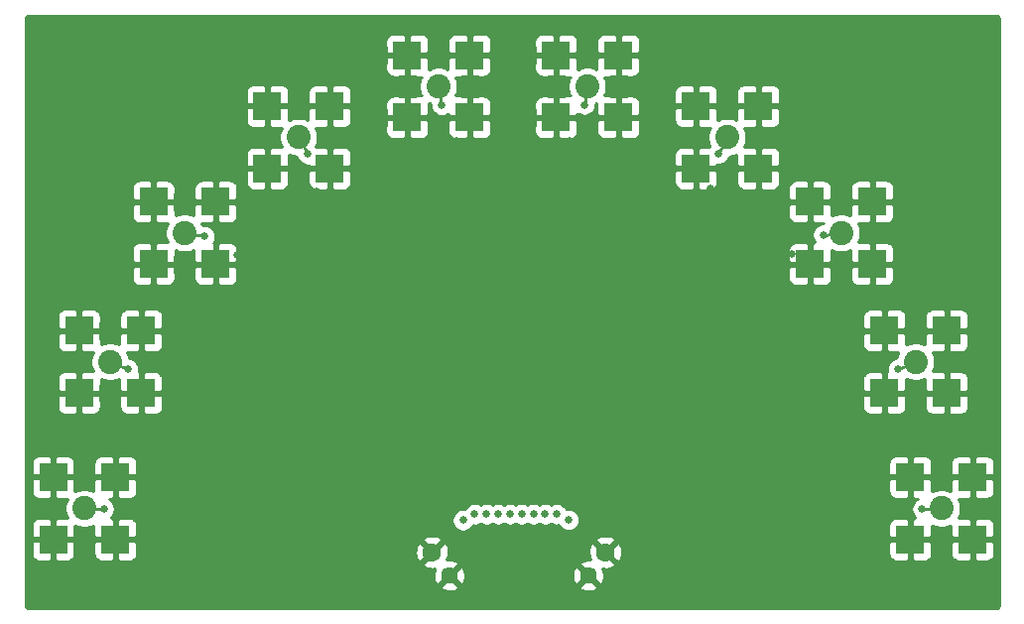
<source format=gbr>
G04 #@! TF.GenerationSoftware,KiCad,Pcbnew,(5.1.5)-3*
G04 #@! TF.CreationDate,2020-01-16T14:49:26-07:00*
G04 #@! TF.ProjectId,Station06,53746174-696f-46e3-9036-2e6b69636164,rev?*
G04 #@! TF.SameCoordinates,Original*
G04 #@! TF.FileFunction,Copper,L1,Top*
G04 #@! TF.FilePolarity,Positive*
%FSLAX46Y46*%
G04 Gerber Fmt 4.6, Leading zero omitted, Abs format (unit mm)*
G04 Created by KiCad (PCBNEW (5.1.5)-3) date 2020-01-16 14:49:26*
%MOMM*%
%LPD*%
G04 APERTURE LIST*
%ADD10R,2.440000X2.440000*%
%ADD11C,2.050000*%
%ADD12C,1.450000*%
%ADD13C,1.600000*%
%ADD14C,0.635000*%
%ADD15C,1.270000*%
%ADD16C,0.800000*%
%ADD17C,0.250000*%
%ADD18C,0.254000*%
G04 APERTURE END LIST*
D10*
X114647000Y-74154000D03*
X114647000Y-68834000D03*
X109327000Y-68834000D03*
X109327000Y-74154000D03*
D11*
X111987000Y-71494000D03*
D12*
X134580000Y-100740000D03*
X146420000Y-100740000D03*
D13*
X133105000Y-98740000D03*
X147895000Y-98740000D03*
D10*
X179228000Y-97660000D03*
X179228000Y-92340000D03*
X173908000Y-92340000D03*
X173908000Y-97660000D03*
D11*
X176568000Y-95000000D03*
D10*
X177023000Y-85153000D03*
X177023000Y-79833000D03*
X171703000Y-79833000D03*
X171703000Y-85153000D03*
D11*
X174363000Y-82493000D03*
X168013000Y-71494000D03*
D10*
X165353000Y-74154000D03*
X165353000Y-68834000D03*
X170673000Y-68834000D03*
X170673000Y-74154000D03*
X160944000Y-65991000D03*
X160944000Y-60671000D03*
X155624000Y-60671000D03*
X155624000Y-65991000D03*
D11*
X158284000Y-63331000D03*
X146350000Y-58987000D03*
D10*
X143690000Y-61647000D03*
X143690000Y-56327000D03*
X149010000Y-56327000D03*
X149010000Y-61647000D03*
X136310000Y-61647000D03*
X136310000Y-56327000D03*
X130990000Y-56327000D03*
X130990000Y-61647000D03*
D11*
X133650000Y-58987000D03*
X121716000Y-63331000D03*
D10*
X119056000Y-65991000D03*
X119056000Y-60671000D03*
X124376000Y-60671000D03*
X124376000Y-65991000D03*
X108297000Y-85153000D03*
X108297000Y-79833000D03*
X102977000Y-79833000D03*
X102977000Y-85153000D03*
D11*
X105637000Y-82493000D03*
X103432000Y-95000000D03*
D10*
X100772000Y-97660000D03*
X100772000Y-92340000D03*
X106092000Y-92340000D03*
X106092000Y-97660000D03*
D14*
X107139740Y-83129120D03*
X136750000Y-95500000D03*
X122481340Y-64770000D03*
X138750000Y-95500000D03*
X105102660Y-95051880D03*
X135750000Y-96010000D03*
X133918960Y-60568840D03*
X139750000Y-95500000D03*
X113690000Y-71790000D03*
X137750000Y-95500000D03*
X174937420Y-95056960D03*
X144750000Y-96000000D03*
X172862240Y-83126580D03*
X143750000Y-95500000D03*
X166480000Y-71660000D03*
X142750000Y-95500000D03*
X157576520Y-64709040D03*
X141750000Y-95500000D03*
X146113500Y-60553600D03*
X140750000Y-95500000D03*
X147290000Y-95040000D03*
X150238000Y-95028000D03*
X152982000Y-94943000D03*
X155727000Y-94857000D03*
X158471000Y-94771000D03*
X161215000Y-94685000D03*
X163960000Y-94600000D03*
X166704000Y-94514000D03*
X169448000Y-94428000D03*
X172193000Y-94342000D03*
X147495000Y-96714000D03*
X150239000Y-96628000D03*
X152983000Y-96543000D03*
X155728000Y-96457000D03*
X158472000Y-96371000D03*
X161216000Y-96285000D03*
X163961000Y-96200000D03*
X166705000Y-96114000D03*
X169449000Y-96028000D03*
X172194000Y-95942000D03*
X169906000Y-83528000D03*
X167259000Y-84652000D03*
X164612000Y-85775000D03*
X161966000Y-86899000D03*
X159319000Y-88022000D03*
X156672000Y-89146000D03*
X154025000Y-90269000D03*
X151378000Y-91393000D03*
X148731000Y-92517000D03*
X146050000Y-93640000D03*
X167884000Y-86125000D03*
X165238000Y-87248000D03*
X162591000Y-88372000D03*
X159944000Y-89495000D03*
X157297000Y-90619000D03*
X154650000Y-91742000D03*
X152003000Y-92866000D03*
X149356000Y-93989000D03*
X153986000Y-69941000D03*
X152547000Y-72740000D03*
X151109000Y-75540000D03*
X149670000Y-78339000D03*
X148232000Y-81138000D03*
X146793000Y-83937000D03*
X145354000Y-86737000D03*
X143916000Y-89536000D03*
X142330000Y-92280000D03*
X155409000Y-70673000D03*
X153970000Y-73472000D03*
X152532000Y-76271000D03*
X151093000Y-79070000D03*
X149655000Y-81869000D03*
X148216000Y-84669000D03*
X146777000Y-87468000D03*
X145339000Y-90267000D03*
X144822000Y-63603000D03*
X144335000Y-66781000D03*
X143849000Y-69959000D03*
X143363000Y-73136000D03*
X142877000Y-76314000D03*
X142390000Y-79491000D03*
X141904000Y-82669000D03*
X141418000Y-85846000D03*
X140932000Y-89024000D03*
X140260000Y-92190000D03*
X146403000Y-63845000D03*
X145917000Y-67023000D03*
X144458000Y-76556000D03*
X144944000Y-73378000D03*
X145431000Y-70201000D03*
X143972000Y-79733000D03*
X143486000Y-82911000D03*
X142999000Y-86088000D03*
X142513000Y-89266000D03*
X133648000Y-63883000D03*
X134179000Y-67058000D03*
X134711000Y-70232000D03*
X135242000Y-73407000D03*
X135773000Y-76582000D03*
X136304000Y-79757000D03*
X136836000Y-82932000D03*
X137367000Y-86107000D03*
X137898000Y-89282000D03*
X138250000Y-92500000D03*
X135226000Y-63619000D03*
X135757000Y-66793000D03*
X136289000Y-69968000D03*
X136820000Y-73143000D03*
X137351000Y-76318000D03*
X137883000Y-79493000D03*
X138414000Y-82668000D03*
X138945000Y-85843000D03*
X139476000Y-89018000D03*
X123248000Y-67931000D03*
X124727000Y-70726000D03*
X126207000Y-73520000D03*
X127686000Y-76314000D03*
X129166000Y-79109000D03*
X130645000Y-81903000D03*
X132125000Y-84697000D03*
X133604000Y-87491000D03*
X135084000Y-90286000D03*
X136480000Y-93070000D03*
X126141000Y-69977000D03*
X127621000Y-72771000D03*
X129100000Y-75566000D03*
X130580000Y-78360000D03*
X132059000Y-81154000D03*
X133539000Y-83948000D03*
X135018000Y-86743000D03*
X136498000Y-89537000D03*
X107866000Y-95924000D03*
X110652000Y-96012000D03*
X113438000Y-96099000D03*
X116224000Y-96187000D03*
X119009000Y-96274000D03*
X121795000Y-96362000D03*
X124581000Y-96449000D03*
X127367000Y-96537000D03*
X130153000Y-96625000D03*
X132939000Y-96712000D03*
X107916000Y-94325000D03*
X110702000Y-94412000D03*
X113488000Y-94500000D03*
X116274000Y-94588000D03*
X119060000Y-94675000D03*
X121846000Y-94763000D03*
X124632000Y-94850000D03*
X127417000Y-94938000D03*
X130203000Y-95025000D03*
X112220000Y-86106000D03*
X114911000Y-87232000D03*
X117602000Y-88357000D03*
X120294000Y-89483000D03*
X122985000Y-90609000D03*
X125676000Y-91735000D03*
X128367000Y-92861000D03*
X131059000Y-93986000D03*
X133750000Y-95112000D03*
X110146000Y-83504000D03*
X115528000Y-85756000D03*
X118220000Y-86881000D03*
X120911000Y-88007000D03*
X123602000Y-89133000D03*
X126294000Y-90259000D03*
X112837000Y-84630000D03*
X128985000Y-91385000D03*
X131676000Y-92510000D03*
X156870000Y-67740000D03*
X117509000Y-76663000D03*
X119696000Y-78820000D03*
X121882000Y-80976000D03*
X124069000Y-83132000D03*
X126255000Y-85288000D03*
X128442000Y-87445000D03*
X130629000Y-89601000D03*
X132815000Y-91757000D03*
X135002000Y-93913000D03*
X116446000Y-73368000D03*
X118633000Y-75524000D03*
X120819000Y-77680000D03*
X123006000Y-79837000D03*
X125192000Y-81993000D03*
X127379000Y-84149000D03*
X129565000Y-86305000D03*
X131752000Y-88462000D03*
X133939000Y-90618000D03*
X161611000Y-75439000D03*
X159453000Y-77605000D03*
X157294000Y-79772000D03*
X155135000Y-81938000D03*
X152977000Y-84104000D03*
X150818000Y-86270000D03*
X148659000Y-88437000D03*
X146501000Y-90603000D03*
X144342000Y-92769000D03*
X162745000Y-76569000D03*
X160586000Y-78735000D03*
X158427000Y-80901000D03*
X156269000Y-83067000D03*
X154110000Y-85234000D03*
X151951000Y-87400000D03*
X147634000Y-91732000D03*
X149793000Y-89566000D03*
X163770000Y-73273000D03*
D15*
X173908000Y-92340000D03*
X171703000Y-79833000D03*
X165353000Y-68834000D03*
X155624000Y-60671000D03*
X143690000Y-56327000D03*
X130990000Y-56327000D03*
X119056000Y-60671000D03*
X109327000Y-68834000D03*
X102977000Y-79833000D03*
X100772000Y-97660000D03*
X106092000Y-97660000D03*
X100772000Y-92340000D03*
X106092000Y-92340000D03*
X108297000Y-79833000D03*
X102977000Y-85153000D03*
X108297000Y-85153000D03*
X114647000Y-68834000D03*
X109327000Y-74154000D03*
X114647000Y-74154000D03*
X124376000Y-60671000D03*
X119056000Y-65991000D03*
X124376000Y-65991000D03*
X136310000Y-56327000D03*
X130990000Y-61647000D03*
X136310000Y-61647000D03*
X149010000Y-56327000D03*
X143690000Y-61647000D03*
X149010000Y-61647000D03*
X160944000Y-60671000D03*
X155624000Y-65991000D03*
X160944000Y-65991000D03*
X170673000Y-68834000D03*
X165353000Y-74154000D03*
X170673000Y-74154000D03*
X177023000Y-79833000D03*
X171703000Y-85153000D03*
X177023000Y-85153000D03*
X179228000Y-92340000D03*
X173908000Y-97660000D03*
X179228000Y-97660000D03*
D16*
X99540000Y-54090000D03*
X102540000Y-54090000D03*
X105540000Y-54090000D03*
X108540000Y-54090000D03*
X111540000Y-54090000D03*
X114540000Y-54090000D03*
X117540000Y-54090000D03*
X120540000Y-54090000D03*
X123540000Y-54090000D03*
X126540000Y-54090000D03*
X99540000Y-57090000D03*
X99540000Y-60090000D03*
X99540000Y-63090000D03*
X99540000Y-66090000D03*
X99540000Y-69090000D03*
X99540000Y-72090000D03*
X99540000Y-75090000D03*
X99540000Y-78090000D03*
X99540000Y-81090000D03*
X99540000Y-84090000D03*
X99540000Y-87090000D03*
X180370000Y-54090000D03*
X180370000Y-57090000D03*
X180370000Y-60090000D03*
X180370000Y-63090000D03*
X180370000Y-66090000D03*
X180370000Y-69090000D03*
X180370000Y-72090000D03*
X180370000Y-75090000D03*
X180370000Y-78090000D03*
X180370000Y-81090000D03*
X180370000Y-84090000D03*
X180370000Y-87090000D03*
X177370000Y-54090000D03*
X174370000Y-54090000D03*
X171370000Y-54090000D03*
X168370000Y-54090000D03*
X165370000Y-54090000D03*
X162370000Y-54090000D03*
X159370000Y-54090000D03*
X156370000Y-54090000D03*
X153370000Y-54090000D03*
X99540000Y-102390000D03*
X102540000Y-102390000D03*
X105540000Y-102390000D03*
X108540000Y-102390000D03*
X111540000Y-102390000D03*
X114540000Y-102390000D03*
X117540000Y-102390000D03*
X120540000Y-102390000D03*
X123540000Y-102390000D03*
X126540000Y-102390000D03*
X129540000Y-102390000D03*
X132540000Y-102390000D03*
X180370000Y-102390000D03*
X177370000Y-102390000D03*
X174370000Y-102390000D03*
X171370000Y-102390000D03*
X168370000Y-102390000D03*
X165370000Y-102390000D03*
X162370000Y-102390000D03*
X159370000Y-102390000D03*
X156370000Y-102390000D03*
X153370000Y-102390000D03*
X150370000Y-102390000D03*
X147370000Y-102390000D03*
D17*
X107139740Y-83129120D02*
X105637000Y-82493000D01*
X122481340Y-64770000D02*
X121716000Y-63331000D01*
X105102660Y-95051880D02*
X103432000Y-95000000D01*
X133918960Y-60568840D02*
X133650000Y-58987000D01*
X113690000Y-71790000D02*
X111987000Y-71494000D01*
X174937420Y-95056960D02*
X176568000Y-95000000D01*
X172862240Y-83126580D02*
X174363000Y-82493000D01*
X166480000Y-71660000D02*
X168013000Y-71494000D01*
X158284000Y-63331000D02*
X157576520Y-64709040D01*
X146113500Y-60553600D02*
X146350000Y-58987000D01*
D18*
G36*
X181386867Y-53004819D02*
G01*
X181403092Y-53009718D01*
X181418053Y-53017672D01*
X181431189Y-53028386D01*
X181441988Y-53041441D01*
X181450049Y-53056349D01*
X181455062Y-53072541D01*
X181460000Y-53119525D01*
X181460001Y-103357708D01*
X181455181Y-103406868D01*
X181450283Y-103423091D01*
X181442326Y-103438055D01*
X181431615Y-103451188D01*
X181418559Y-103461989D01*
X181403652Y-103470049D01*
X181387459Y-103475062D01*
X181340475Y-103480000D01*
X98572281Y-103480000D01*
X98523132Y-103475181D01*
X98506909Y-103470283D01*
X98491945Y-103462326D01*
X98478812Y-103451615D01*
X98468011Y-103438559D01*
X98459951Y-103423652D01*
X98454938Y-103407459D01*
X98450000Y-103360475D01*
X98450000Y-101679133D01*
X133820472Y-101679133D01*
X133882965Y-101915450D01*
X134125678Y-102028850D01*
X134385849Y-102092719D01*
X134653482Y-102104604D01*
X134918291Y-102064048D01*
X135170100Y-101972609D01*
X135277035Y-101915450D01*
X135339528Y-101679133D01*
X145660472Y-101679133D01*
X145722965Y-101915450D01*
X145965678Y-102028850D01*
X146225849Y-102092719D01*
X146493482Y-102104604D01*
X146758291Y-102064048D01*
X147010100Y-101972609D01*
X147117035Y-101915450D01*
X147179528Y-101679133D01*
X146420000Y-100919605D01*
X145660472Y-101679133D01*
X135339528Y-101679133D01*
X134580000Y-100919605D01*
X133820472Y-101679133D01*
X98450000Y-101679133D01*
X98450000Y-99732702D01*
X132291903Y-99732702D01*
X132363486Y-99976671D01*
X132618996Y-100097571D01*
X132893184Y-100166300D01*
X133175512Y-100180217D01*
X133352689Y-100153965D01*
X133291150Y-100285678D01*
X133227281Y-100545849D01*
X133215396Y-100813482D01*
X133255952Y-101078291D01*
X133347391Y-101330100D01*
X133404550Y-101437035D01*
X133640867Y-101499528D01*
X134400395Y-100740000D01*
X134759605Y-100740000D01*
X135519133Y-101499528D01*
X135755450Y-101437035D01*
X135868850Y-101194322D01*
X135932719Y-100934151D01*
X135938077Y-100813482D01*
X145055396Y-100813482D01*
X145095952Y-101078291D01*
X145187391Y-101330100D01*
X145244550Y-101437035D01*
X145480867Y-101499528D01*
X146240395Y-100740000D01*
X145480867Y-99980472D01*
X145244550Y-100042965D01*
X145131150Y-100285678D01*
X145067281Y-100545849D01*
X145055396Y-100813482D01*
X135938077Y-100813482D01*
X135944604Y-100666518D01*
X135904048Y-100401709D01*
X135812609Y-100149900D01*
X135755450Y-100042965D01*
X135519133Y-99980472D01*
X134759605Y-100740000D01*
X134400395Y-100740000D01*
X134386253Y-100725858D01*
X134565858Y-100546253D01*
X134580000Y-100560395D01*
X135339528Y-99800867D01*
X145660472Y-99800867D01*
X146420000Y-100560395D01*
X146434143Y-100546253D01*
X146613748Y-100725858D01*
X146599605Y-100740000D01*
X147359133Y-101499528D01*
X147595450Y-101437035D01*
X147708850Y-101194322D01*
X147772719Y-100934151D01*
X147784604Y-100666518D01*
X147744048Y-100401709D01*
X147656099Y-100159511D01*
X147683184Y-100166300D01*
X147965512Y-100180217D01*
X148245130Y-100138787D01*
X148511292Y-100043603D01*
X148636514Y-99976671D01*
X148708097Y-99732702D01*
X147895000Y-98919605D01*
X147880858Y-98933748D01*
X147701253Y-98754143D01*
X147715395Y-98740000D01*
X148074605Y-98740000D01*
X148887702Y-99553097D01*
X149131671Y-99481514D01*
X149252571Y-99226004D01*
X149321300Y-98951816D01*
X149324840Y-98880000D01*
X172049928Y-98880000D01*
X172062188Y-99004482D01*
X172098498Y-99124180D01*
X172157463Y-99234494D01*
X172236815Y-99331185D01*
X172333506Y-99410537D01*
X172443820Y-99469502D01*
X172563518Y-99505812D01*
X172688000Y-99518072D01*
X173622250Y-99515000D01*
X173781000Y-99356250D01*
X173781000Y-97787000D01*
X174035000Y-97787000D01*
X174035000Y-99356250D01*
X174193750Y-99515000D01*
X175128000Y-99518072D01*
X175252482Y-99505812D01*
X175372180Y-99469502D01*
X175482494Y-99410537D01*
X175579185Y-99331185D01*
X175658537Y-99234494D01*
X175717502Y-99124180D01*
X175753812Y-99004482D01*
X175766072Y-98880000D01*
X177369928Y-98880000D01*
X177382188Y-99004482D01*
X177418498Y-99124180D01*
X177477463Y-99234494D01*
X177556815Y-99331185D01*
X177653506Y-99410537D01*
X177763820Y-99469502D01*
X177883518Y-99505812D01*
X178008000Y-99518072D01*
X178942250Y-99515000D01*
X179101000Y-99356250D01*
X179101000Y-97787000D01*
X179355000Y-97787000D01*
X179355000Y-99356250D01*
X179513750Y-99515000D01*
X180448000Y-99518072D01*
X180572482Y-99505812D01*
X180692180Y-99469502D01*
X180802494Y-99410537D01*
X180899185Y-99331185D01*
X180978537Y-99234494D01*
X181037502Y-99124180D01*
X181073812Y-99004482D01*
X181086072Y-98880000D01*
X181083000Y-97945750D01*
X180924250Y-97787000D01*
X179355000Y-97787000D01*
X179101000Y-97787000D01*
X177531750Y-97787000D01*
X177373000Y-97945750D01*
X177369928Y-98880000D01*
X175766072Y-98880000D01*
X175763000Y-97945750D01*
X175604250Y-97787000D01*
X174035000Y-97787000D01*
X173781000Y-97787000D01*
X172211750Y-97787000D01*
X172053000Y-97945750D01*
X172049928Y-98880000D01*
X149324840Y-98880000D01*
X149335217Y-98669488D01*
X149293787Y-98389870D01*
X149198603Y-98123708D01*
X149131671Y-97998486D01*
X148887702Y-97926903D01*
X148074605Y-98740000D01*
X147715395Y-98740000D01*
X146902298Y-97926903D01*
X146658329Y-97998486D01*
X146537429Y-98253996D01*
X146468700Y-98528184D01*
X146454783Y-98810512D01*
X146496213Y-99090130D01*
X146591397Y-99356292D01*
X146607810Y-99386999D01*
X146346518Y-99375396D01*
X146081709Y-99415952D01*
X145829900Y-99507391D01*
X145722965Y-99564550D01*
X145660472Y-99800867D01*
X135339528Y-99800867D01*
X135277035Y-99564550D01*
X135034322Y-99451150D01*
X134774151Y-99387281D01*
X134506518Y-99375396D01*
X134382927Y-99394324D01*
X134462571Y-99226004D01*
X134531300Y-98951816D01*
X134545217Y-98669488D01*
X134503787Y-98389870D01*
X134408603Y-98123708D01*
X134341671Y-97998486D01*
X134097702Y-97926903D01*
X133284605Y-98740000D01*
X133298748Y-98754143D01*
X133119143Y-98933748D01*
X133105000Y-98919605D01*
X132291903Y-99732702D01*
X98450000Y-99732702D01*
X98450000Y-98880000D01*
X98913928Y-98880000D01*
X98926188Y-99004482D01*
X98962498Y-99124180D01*
X99021463Y-99234494D01*
X99100815Y-99331185D01*
X99197506Y-99410537D01*
X99307820Y-99469502D01*
X99427518Y-99505812D01*
X99552000Y-99518072D01*
X100486250Y-99515000D01*
X100645000Y-99356250D01*
X100645000Y-97787000D01*
X100899000Y-97787000D01*
X100899000Y-99356250D01*
X101057750Y-99515000D01*
X101992000Y-99518072D01*
X102116482Y-99505812D01*
X102236180Y-99469502D01*
X102346494Y-99410537D01*
X102443185Y-99331185D01*
X102522537Y-99234494D01*
X102581502Y-99124180D01*
X102617812Y-99004482D01*
X102630072Y-98880000D01*
X104233928Y-98880000D01*
X104246188Y-99004482D01*
X104282498Y-99124180D01*
X104341463Y-99234494D01*
X104420815Y-99331185D01*
X104517506Y-99410537D01*
X104627820Y-99469502D01*
X104747518Y-99505812D01*
X104872000Y-99518072D01*
X105806250Y-99515000D01*
X105965000Y-99356250D01*
X105965000Y-97787000D01*
X106219000Y-97787000D01*
X106219000Y-99356250D01*
X106377750Y-99515000D01*
X107312000Y-99518072D01*
X107436482Y-99505812D01*
X107556180Y-99469502D01*
X107666494Y-99410537D01*
X107763185Y-99331185D01*
X107842537Y-99234494D01*
X107901502Y-99124180D01*
X107937812Y-99004482D01*
X107950072Y-98880000D01*
X107949844Y-98810512D01*
X131664783Y-98810512D01*
X131706213Y-99090130D01*
X131801397Y-99356292D01*
X131868329Y-99481514D01*
X132112298Y-99553097D01*
X132925395Y-98740000D01*
X132112298Y-97926903D01*
X131868329Y-97998486D01*
X131747429Y-98253996D01*
X131678700Y-98528184D01*
X131664783Y-98810512D01*
X107949844Y-98810512D01*
X107947000Y-97945750D01*
X107788250Y-97787000D01*
X106219000Y-97787000D01*
X105965000Y-97787000D01*
X104395750Y-97787000D01*
X104237000Y-97945750D01*
X104233928Y-98880000D01*
X102630072Y-98880000D01*
X102627000Y-97945750D01*
X102468250Y-97787000D01*
X100899000Y-97787000D01*
X100645000Y-97787000D01*
X99075750Y-97787000D01*
X98917000Y-97945750D01*
X98913928Y-98880000D01*
X98450000Y-98880000D01*
X98450000Y-97747298D01*
X132291903Y-97747298D01*
X133105000Y-98560395D01*
X133918097Y-97747298D01*
X147081903Y-97747298D01*
X147895000Y-98560395D01*
X148708097Y-97747298D01*
X148636514Y-97503329D01*
X148381004Y-97382429D01*
X148106816Y-97313700D01*
X147824488Y-97299783D01*
X147544870Y-97341213D01*
X147278708Y-97436397D01*
X147153486Y-97503329D01*
X147081903Y-97747298D01*
X133918097Y-97747298D01*
X133846514Y-97503329D01*
X133591004Y-97382429D01*
X133316816Y-97313700D01*
X133034488Y-97299783D01*
X132754870Y-97341213D01*
X132488708Y-97436397D01*
X132363486Y-97503329D01*
X132291903Y-97747298D01*
X98450000Y-97747298D01*
X98450000Y-96440000D01*
X98913928Y-96440000D01*
X98917000Y-97374250D01*
X99075750Y-97533000D01*
X100645000Y-97533000D01*
X100645000Y-95963750D01*
X100486250Y-95805000D01*
X99552000Y-95801928D01*
X99427518Y-95814188D01*
X99307820Y-95850498D01*
X99197506Y-95909463D01*
X99100815Y-95988815D01*
X99021463Y-96085506D01*
X98962498Y-96195820D01*
X98926188Y-96315518D01*
X98913928Y-96440000D01*
X98450000Y-96440000D01*
X98450000Y-93560000D01*
X98913928Y-93560000D01*
X98926188Y-93684482D01*
X98962498Y-93804180D01*
X99021463Y-93914494D01*
X99100815Y-94011185D01*
X99197506Y-94090537D01*
X99307820Y-94149502D01*
X99427518Y-94185812D01*
X99552000Y-94198072D01*
X100486250Y-94195000D01*
X100645000Y-94036250D01*
X100645000Y-92467000D01*
X100899000Y-92467000D01*
X100899000Y-94036250D01*
X101057750Y-94195000D01*
X101971411Y-94198004D01*
X101960927Y-94213695D01*
X101835793Y-94515796D01*
X101772000Y-94836504D01*
X101772000Y-95163496D01*
X101835793Y-95484204D01*
X101960927Y-95786305D01*
X101971411Y-95801996D01*
X101057750Y-95805000D01*
X100899000Y-95963750D01*
X100899000Y-97533000D01*
X102468250Y-97533000D01*
X102627000Y-97374250D01*
X102630004Y-96460589D01*
X102645695Y-96471073D01*
X102947796Y-96596207D01*
X103268504Y-96660000D01*
X103595496Y-96660000D01*
X103916204Y-96596207D01*
X104218305Y-96471073D01*
X104233996Y-96460589D01*
X104237000Y-97374250D01*
X104395750Y-97533000D01*
X105965000Y-97533000D01*
X105965000Y-95963750D01*
X106219000Y-95963750D01*
X106219000Y-97533000D01*
X107788250Y-97533000D01*
X107947000Y-97374250D01*
X107950072Y-96440000D01*
X107937812Y-96315518D01*
X107901502Y-96195820D01*
X107842537Y-96085506D01*
X107763185Y-95988815D01*
X107674688Y-95916187D01*
X134797500Y-95916187D01*
X134797500Y-96103813D01*
X134834104Y-96287834D01*
X134905905Y-96461178D01*
X135010145Y-96617184D01*
X135142816Y-96749855D01*
X135298822Y-96854095D01*
X135472166Y-96925896D01*
X135656187Y-96962500D01*
X135843813Y-96962500D01*
X136027834Y-96925896D01*
X136201178Y-96854095D01*
X136357184Y-96749855D01*
X136489855Y-96617184D01*
X136594095Y-96461178D01*
X136602142Y-96441750D01*
X136656187Y-96452500D01*
X136843813Y-96452500D01*
X137027834Y-96415896D01*
X137201178Y-96344095D01*
X137250000Y-96311473D01*
X137298822Y-96344095D01*
X137472166Y-96415896D01*
X137656187Y-96452500D01*
X137843813Y-96452500D01*
X138027834Y-96415896D01*
X138201178Y-96344095D01*
X138250000Y-96311473D01*
X138298822Y-96344095D01*
X138472166Y-96415896D01*
X138656187Y-96452500D01*
X138843813Y-96452500D01*
X139027834Y-96415896D01*
X139201178Y-96344095D01*
X139250000Y-96311473D01*
X139298822Y-96344095D01*
X139472166Y-96415896D01*
X139656187Y-96452500D01*
X139843813Y-96452500D01*
X140027834Y-96415896D01*
X140201178Y-96344095D01*
X140250000Y-96311473D01*
X140298822Y-96344095D01*
X140472166Y-96415896D01*
X140656187Y-96452500D01*
X140843813Y-96452500D01*
X141027834Y-96415896D01*
X141201178Y-96344095D01*
X141250000Y-96311473D01*
X141298822Y-96344095D01*
X141472166Y-96415896D01*
X141656187Y-96452500D01*
X141843813Y-96452500D01*
X142027834Y-96415896D01*
X142201178Y-96344095D01*
X142250000Y-96311473D01*
X142298822Y-96344095D01*
X142472166Y-96415896D01*
X142656187Y-96452500D01*
X142843813Y-96452500D01*
X143027834Y-96415896D01*
X143201178Y-96344095D01*
X143250000Y-96311473D01*
X143298822Y-96344095D01*
X143472166Y-96415896D01*
X143656187Y-96452500D01*
X143843813Y-96452500D01*
X143901684Y-96440989D01*
X143905905Y-96451178D01*
X144010145Y-96607184D01*
X144142816Y-96739855D01*
X144298822Y-96844095D01*
X144472166Y-96915896D01*
X144656187Y-96952500D01*
X144843813Y-96952500D01*
X145027834Y-96915896D01*
X145201178Y-96844095D01*
X145357184Y-96739855D01*
X145489855Y-96607184D01*
X145594095Y-96451178D01*
X145598725Y-96440000D01*
X172049928Y-96440000D01*
X172053000Y-97374250D01*
X172211750Y-97533000D01*
X173781000Y-97533000D01*
X173781000Y-95963750D01*
X173622250Y-95805000D01*
X172688000Y-95801928D01*
X172563518Y-95814188D01*
X172443820Y-95850498D01*
X172333506Y-95909463D01*
X172236815Y-95988815D01*
X172157463Y-96085506D01*
X172098498Y-96195820D01*
X172062188Y-96315518D01*
X172049928Y-96440000D01*
X145598725Y-96440000D01*
X145665896Y-96277834D01*
X145702500Y-96093813D01*
X145702500Y-95906187D01*
X145665896Y-95722166D01*
X145594095Y-95548822D01*
X145489855Y-95392816D01*
X145357184Y-95260145D01*
X145201178Y-95155905D01*
X145027834Y-95084104D01*
X144843813Y-95047500D01*
X144656187Y-95047500D01*
X144598316Y-95059011D01*
X144594095Y-95048822D01*
X144536849Y-94963147D01*
X173984920Y-94963147D01*
X173984920Y-95150773D01*
X174021524Y-95334794D01*
X174093325Y-95508138D01*
X174197565Y-95664144D01*
X174330236Y-95796815D01*
X174341757Y-95804513D01*
X174193750Y-95805000D01*
X174035000Y-95963750D01*
X174035000Y-97533000D01*
X175604250Y-97533000D01*
X175763000Y-97374250D01*
X175766004Y-96460589D01*
X175781695Y-96471073D01*
X176083796Y-96596207D01*
X176404504Y-96660000D01*
X176731496Y-96660000D01*
X177052204Y-96596207D01*
X177354305Y-96471073D01*
X177369996Y-96460589D01*
X177373000Y-97374250D01*
X177531750Y-97533000D01*
X179101000Y-97533000D01*
X179101000Y-95963750D01*
X179355000Y-95963750D01*
X179355000Y-97533000D01*
X180924250Y-97533000D01*
X181083000Y-97374250D01*
X181086072Y-96440000D01*
X181073812Y-96315518D01*
X181037502Y-96195820D01*
X180978537Y-96085506D01*
X180899185Y-95988815D01*
X180802494Y-95909463D01*
X180692180Y-95850498D01*
X180572482Y-95814188D01*
X180448000Y-95801928D01*
X179513750Y-95805000D01*
X179355000Y-95963750D01*
X179101000Y-95963750D01*
X178942250Y-95805000D01*
X178028589Y-95801996D01*
X178039073Y-95786305D01*
X178164207Y-95484204D01*
X178228000Y-95163496D01*
X178228000Y-94836504D01*
X178164207Y-94515796D01*
X178039073Y-94213695D01*
X178028589Y-94198004D01*
X178942250Y-94195000D01*
X179101000Y-94036250D01*
X179101000Y-92467000D01*
X179355000Y-92467000D01*
X179355000Y-94036250D01*
X179513750Y-94195000D01*
X180448000Y-94198072D01*
X180572482Y-94185812D01*
X180692180Y-94149502D01*
X180802494Y-94090537D01*
X180899185Y-94011185D01*
X180978537Y-93914494D01*
X181037502Y-93804180D01*
X181073812Y-93684482D01*
X181086072Y-93560000D01*
X181083000Y-92625750D01*
X180924250Y-92467000D01*
X179355000Y-92467000D01*
X179101000Y-92467000D01*
X177531750Y-92467000D01*
X177373000Y-92625750D01*
X177369996Y-93539411D01*
X177354305Y-93528927D01*
X177052204Y-93403793D01*
X176731496Y-93340000D01*
X176404504Y-93340000D01*
X176083796Y-93403793D01*
X175781695Y-93528927D01*
X175766004Y-93539411D01*
X175763000Y-92625750D01*
X175604250Y-92467000D01*
X174035000Y-92467000D01*
X174035000Y-94036250D01*
X174193750Y-94195000D01*
X174526729Y-94196095D01*
X174486242Y-94212865D01*
X174330236Y-94317105D01*
X174197565Y-94449776D01*
X174093325Y-94605782D01*
X174021524Y-94779126D01*
X173984920Y-94963147D01*
X144536849Y-94963147D01*
X144489855Y-94892816D01*
X144357184Y-94760145D01*
X144201178Y-94655905D01*
X144027834Y-94584104D01*
X143843813Y-94547500D01*
X143656187Y-94547500D01*
X143472166Y-94584104D01*
X143298822Y-94655905D01*
X143250000Y-94688527D01*
X143201178Y-94655905D01*
X143027834Y-94584104D01*
X142843813Y-94547500D01*
X142656187Y-94547500D01*
X142472166Y-94584104D01*
X142298822Y-94655905D01*
X142250000Y-94688527D01*
X142201178Y-94655905D01*
X142027834Y-94584104D01*
X141843813Y-94547500D01*
X141656187Y-94547500D01*
X141472166Y-94584104D01*
X141298822Y-94655905D01*
X141250000Y-94688527D01*
X141201178Y-94655905D01*
X141027834Y-94584104D01*
X140843813Y-94547500D01*
X140656187Y-94547500D01*
X140472166Y-94584104D01*
X140298822Y-94655905D01*
X140250000Y-94688527D01*
X140201178Y-94655905D01*
X140027834Y-94584104D01*
X139843813Y-94547500D01*
X139656187Y-94547500D01*
X139472166Y-94584104D01*
X139298822Y-94655905D01*
X139250000Y-94688527D01*
X139201178Y-94655905D01*
X139027834Y-94584104D01*
X138843813Y-94547500D01*
X138656187Y-94547500D01*
X138472166Y-94584104D01*
X138298822Y-94655905D01*
X138250000Y-94688527D01*
X138201178Y-94655905D01*
X138027834Y-94584104D01*
X137843813Y-94547500D01*
X137656187Y-94547500D01*
X137472166Y-94584104D01*
X137298822Y-94655905D01*
X137250000Y-94688527D01*
X137201178Y-94655905D01*
X137027834Y-94584104D01*
X136843813Y-94547500D01*
X136656187Y-94547500D01*
X136472166Y-94584104D01*
X136298822Y-94655905D01*
X136142816Y-94760145D01*
X136010145Y-94892816D01*
X135905905Y-95048822D01*
X135897858Y-95068250D01*
X135843813Y-95057500D01*
X135656187Y-95057500D01*
X135472166Y-95094104D01*
X135298822Y-95165905D01*
X135142816Y-95270145D01*
X135010145Y-95402816D01*
X134905905Y-95558822D01*
X134834104Y-95732166D01*
X134797500Y-95916187D01*
X107674688Y-95916187D01*
X107666494Y-95909463D01*
X107556180Y-95850498D01*
X107436482Y-95814188D01*
X107312000Y-95801928D01*
X106377750Y-95805000D01*
X106219000Y-95963750D01*
X105965000Y-95963750D01*
X105806250Y-95805000D01*
X105690561Y-95804620D01*
X105709844Y-95791735D01*
X105842515Y-95659064D01*
X105946755Y-95503058D01*
X106018556Y-95329714D01*
X106055160Y-95145693D01*
X106055160Y-94958067D01*
X106018556Y-94774046D01*
X105946755Y-94600702D01*
X105842515Y-94444696D01*
X105709844Y-94312025D01*
X105553838Y-94207785D01*
X105525203Y-94195924D01*
X105806250Y-94195000D01*
X105965000Y-94036250D01*
X105965000Y-92467000D01*
X106219000Y-92467000D01*
X106219000Y-94036250D01*
X106377750Y-94195000D01*
X107312000Y-94198072D01*
X107436482Y-94185812D01*
X107556180Y-94149502D01*
X107666494Y-94090537D01*
X107763185Y-94011185D01*
X107842537Y-93914494D01*
X107901502Y-93804180D01*
X107937812Y-93684482D01*
X107950072Y-93560000D01*
X172049928Y-93560000D01*
X172062188Y-93684482D01*
X172098498Y-93804180D01*
X172157463Y-93914494D01*
X172236815Y-94011185D01*
X172333506Y-94090537D01*
X172443820Y-94149502D01*
X172563518Y-94185812D01*
X172688000Y-94198072D01*
X173622250Y-94195000D01*
X173781000Y-94036250D01*
X173781000Y-92467000D01*
X172211750Y-92467000D01*
X172053000Y-92625750D01*
X172049928Y-93560000D01*
X107950072Y-93560000D01*
X107947000Y-92625750D01*
X107788250Y-92467000D01*
X106219000Y-92467000D01*
X105965000Y-92467000D01*
X104395750Y-92467000D01*
X104237000Y-92625750D01*
X104233996Y-93539411D01*
X104218305Y-93528927D01*
X103916204Y-93403793D01*
X103595496Y-93340000D01*
X103268504Y-93340000D01*
X102947796Y-93403793D01*
X102645695Y-93528927D01*
X102630004Y-93539411D01*
X102627000Y-92625750D01*
X102468250Y-92467000D01*
X100899000Y-92467000D01*
X100645000Y-92467000D01*
X99075750Y-92467000D01*
X98917000Y-92625750D01*
X98913928Y-93560000D01*
X98450000Y-93560000D01*
X98450000Y-91120000D01*
X98913928Y-91120000D01*
X98917000Y-92054250D01*
X99075750Y-92213000D01*
X100645000Y-92213000D01*
X100645000Y-90643750D01*
X100899000Y-90643750D01*
X100899000Y-92213000D01*
X102468250Y-92213000D01*
X102627000Y-92054250D01*
X102630072Y-91120000D01*
X104233928Y-91120000D01*
X104237000Y-92054250D01*
X104395750Y-92213000D01*
X105965000Y-92213000D01*
X105965000Y-90643750D01*
X106219000Y-90643750D01*
X106219000Y-92213000D01*
X107788250Y-92213000D01*
X107947000Y-92054250D01*
X107950072Y-91120000D01*
X172049928Y-91120000D01*
X172053000Y-92054250D01*
X172211750Y-92213000D01*
X173781000Y-92213000D01*
X173781000Y-90643750D01*
X174035000Y-90643750D01*
X174035000Y-92213000D01*
X175604250Y-92213000D01*
X175763000Y-92054250D01*
X175766072Y-91120000D01*
X177369928Y-91120000D01*
X177373000Y-92054250D01*
X177531750Y-92213000D01*
X179101000Y-92213000D01*
X179101000Y-90643750D01*
X179355000Y-90643750D01*
X179355000Y-92213000D01*
X180924250Y-92213000D01*
X181083000Y-92054250D01*
X181086072Y-91120000D01*
X181073812Y-90995518D01*
X181037502Y-90875820D01*
X180978537Y-90765506D01*
X180899185Y-90668815D01*
X180802494Y-90589463D01*
X180692180Y-90530498D01*
X180572482Y-90494188D01*
X180448000Y-90481928D01*
X179513750Y-90485000D01*
X179355000Y-90643750D01*
X179101000Y-90643750D01*
X178942250Y-90485000D01*
X178008000Y-90481928D01*
X177883518Y-90494188D01*
X177763820Y-90530498D01*
X177653506Y-90589463D01*
X177556815Y-90668815D01*
X177477463Y-90765506D01*
X177418498Y-90875820D01*
X177382188Y-90995518D01*
X177369928Y-91120000D01*
X175766072Y-91120000D01*
X175753812Y-90995518D01*
X175717502Y-90875820D01*
X175658537Y-90765506D01*
X175579185Y-90668815D01*
X175482494Y-90589463D01*
X175372180Y-90530498D01*
X175252482Y-90494188D01*
X175128000Y-90481928D01*
X174193750Y-90485000D01*
X174035000Y-90643750D01*
X173781000Y-90643750D01*
X173622250Y-90485000D01*
X172688000Y-90481928D01*
X172563518Y-90494188D01*
X172443820Y-90530498D01*
X172333506Y-90589463D01*
X172236815Y-90668815D01*
X172157463Y-90765506D01*
X172098498Y-90875820D01*
X172062188Y-90995518D01*
X172049928Y-91120000D01*
X107950072Y-91120000D01*
X107937812Y-90995518D01*
X107901502Y-90875820D01*
X107842537Y-90765506D01*
X107763185Y-90668815D01*
X107666494Y-90589463D01*
X107556180Y-90530498D01*
X107436482Y-90494188D01*
X107312000Y-90481928D01*
X106377750Y-90485000D01*
X106219000Y-90643750D01*
X105965000Y-90643750D01*
X105806250Y-90485000D01*
X104872000Y-90481928D01*
X104747518Y-90494188D01*
X104627820Y-90530498D01*
X104517506Y-90589463D01*
X104420815Y-90668815D01*
X104341463Y-90765506D01*
X104282498Y-90875820D01*
X104246188Y-90995518D01*
X104233928Y-91120000D01*
X102630072Y-91120000D01*
X102617812Y-90995518D01*
X102581502Y-90875820D01*
X102522537Y-90765506D01*
X102443185Y-90668815D01*
X102346494Y-90589463D01*
X102236180Y-90530498D01*
X102116482Y-90494188D01*
X101992000Y-90481928D01*
X101057750Y-90485000D01*
X100899000Y-90643750D01*
X100645000Y-90643750D01*
X100486250Y-90485000D01*
X99552000Y-90481928D01*
X99427518Y-90494188D01*
X99307820Y-90530498D01*
X99197506Y-90589463D01*
X99100815Y-90668815D01*
X99021463Y-90765506D01*
X98962498Y-90875820D01*
X98926188Y-90995518D01*
X98913928Y-91120000D01*
X98450000Y-91120000D01*
X98450000Y-86373000D01*
X101118928Y-86373000D01*
X101131188Y-86497482D01*
X101167498Y-86617180D01*
X101226463Y-86727494D01*
X101305815Y-86824185D01*
X101402506Y-86903537D01*
X101512820Y-86962502D01*
X101632518Y-86998812D01*
X101757000Y-87011072D01*
X102691250Y-87008000D01*
X102850000Y-86849250D01*
X102850000Y-85280000D01*
X103104000Y-85280000D01*
X103104000Y-86849250D01*
X103262750Y-87008000D01*
X104197000Y-87011072D01*
X104321482Y-86998812D01*
X104441180Y-86962502D01*
X104551494Y-86903537D01*
X104648185Y-86824185D01*
X104727537Y-86727494D01*
X104786502Y-86617180D01*
X104822812Y-86497482D01*
X104835072Y-86373000D01*
X106438928Y-86373000D01*
X106451188Y-86497482D01*
X106487498Y-86617180D01*
X106546463Y-86727494D01*
X106625815Y-86824185D01*
X106722506Y-86903537D01*
X106832820Y-86962502D01*
X106952518Y-86998812D01*
X107077000Y-87011072D01*
X108011250Y-87008000D01*
X108170000Y-86849250D01*
X108170000Y-85280000D01*
X108424000Y-85280000D01*
X108424000Y-86849250D01*
X108582750Y-87008000D01*
X109517000Y-87011072D01*
X109641482Y-86998812D01*
X109761180Y-86962502D01*
X109871494Y-86903537D01*
X109968185Y-86824185D01*
X110047537Y-86727494D01*
X110106502Y-86617180D01*
X110142812Y-86497482D01*
X110155072Y-86373000D01*
X169844928Y-86373000D01*
X169857188Y-86497482D01*
X169893498Y-86617180D01*
X169952463Y-86727494D01*
X170031815Y-86824185D01*
X170128506Y-86903537D01*
X170238820Y-86962502D01*
X170358518Y-86998812D01*
X170483000Y-87011072D01*
X171417250Y-87008000D01*
X171576000Y-86849250D01*
X171576000Y-85280000D01*
X171830000Y-85280000D01*
X171830000Y-86849250D01*
X171988750Y-87008000D01*
X172923000Y-87011072D01*
X173047482Y-86998812D01*
X173167180Y-86962502D01*
X173277494Y-86903537D01*
X173374185Y-86824185D01*
X173453537Y-86727494D01*
X173512502Y-86617180D01*
X173548812Y-86497482D01*
X173561072Y-86373000D01*
X175164928Y-86373000D01*
X175177188Y-86497482D01*
X175213498Y-86617180D01*
X175272463Y-86727494D01*
X175351815Y-86824185D01*
X175448506Y-86903537D01*
X175558820Y-86962502D01*
X175678518Y-86998812D01*
X175803000Y-87011072D01*
X176737250Y-87008000D01*
X176896000Y-86849250D01*
X176896000Y-85280000D01*
X177150000Y-85280000D01*
X177150000Y-86849250D01*
X177308750Y-87008000D01*
X178243000Y-87011072D01*
X178367482Y-86998812D01*
X178487180Y-86962502D01*
X178597494Y-86903537D01*
X178694185Y-86824185D01*
X178773537Y-86727494D01*
X178832502Y-86617180D01*
X178868812Y-86497482D01*
X178881072Y-86373000D01*
X178878000Y-85438750D01*
X178719250Y-85280000D01*
X177150000Y-85280000D01*
X176896000Y-85280000D01*
X175326750Y-85280000D01*
X175168000Y-85438750D01*
X175164928Y-86373000D01*
X173561072Y-86373000D01*
X173558000Y-85438750D01*
X173399250Y-85280000D01*
X171830000Y-85280000D01*
X171576000Y-85280000D01*
X170006750Y-85280000D01*
X169848000Y-85438750D01*
X169844928Y-86373000D01*
X110155072Y-86373000D01*
X110152000Y-85438750D01*
X109993250Y-85280000D01*
X108424000Y-85280000D01*
X108170000Y-85280000D01*
X106600750Y-85280000D01*
X106442000Y-85438750D01*
X106438928Y-86373000D01*
X104835072Y-86373000D01*
X104832000Y-85438750D01*
X104673250Y-85280000D01*
X103104000Y-85280000D01*
X102850000Y-85280000D01*
X101280750Y-85280000D01*
X101122000Y-85438750D01*
X101118928Y-86373000D01*
X98450000Y-86373000D01*
X98450000Y-83933000D01*
X101118928Y-83933000D01*
X101122000Y-84867250D01*
X101280750Y-85026000D01*
X102850000Y-85026000D01*
X102850000Y-83456750D01*
X102691250Y-83298000D01*
X101757000Y-83294928D01*
X101632518Y-83307188D01*
X101512820Y-83343498D01*
X101402506Y-83402463D01*
X101305815Y-83481815D01*
X101226463Y-83578506D01*
X101167498Y-83688820D01*
X101131188Y-83808518D01*
X101118928Y-83933000D01*
X98450000Y-83933000D01*
X98450000Y-81053000D01*
X101118928Y-81053000D01*
X101131188Y-81177482D01*
X101167498Y-81297180D01*
X101226463Y-81407494D01*
X101305815Y-81504185D01*
X101402506Y-81583537D01*
X101512820Y-81642502D01*
X101632518Y-81678812D01*
X101757000Y-81691072D01*
X102691250Y-81688000D01*
X102850000Y-81529250D01*
X102850000Y-79960000D01*
X103104000Y-79960000D01*
X103104000Y-81529250D01*
X103262750Y-81688000D01*
X104176411Y-81691004D01*
X104165927Y-81706695D01*
X104040793Y-82008796D01*
X103977000Y-82329504D01*
X103977000Y-82656496D01*
X104040793Y-82977204D01*
X104165927Y-83279305D01*
X104176411Y-83294996D01*
X103262750Y-83298000D01*
X103104000Y-83456750D01*
X103104000Y-85026000D01*
X104673250Y-85026000D01*
X104832000Y-84867250D01*
X104835004Y-83953589D01*
X104850695Y-83964073D01*
X105152796Y-84089207D01*
X105473504Y-84153000D01*
X105800496Y-84153000D01*
X106121204Y-84089207D01*
X106423305Y-83964073D01*
X106438996Y-83953589D01*
X106442000Y-84867250D01*
X106600750Y-85026000D01*
X108170000Y-85026000D01*
X108170000Y-83456750D01*
X108424000Y-83456750D01*
X108424000Y-85026000D01*
X109993250Y-85026000D01*
X110152000Y-84867250D01*
X110155072Y-83933000D01*
X169844928Y-83933000D01*
X169848000Y-84867250D01*
X170006750Y-85026000D01*
X171576000Y-85026000D01*
X171576000Y-83456750D01*
X171417250Y-83298000D01*
X170483000Y-83294928D01*
X170358518Y-83307188D01*
X170238820Y-83343498D01*
X170128506Y-83402463D01*
X170031815Y-83481815D01*
X169952463Y-83578506D01*
X169893498Y-83688820D01*
X169857188Y-83808518D01*
X169844928Y-83933000D01*
X110155072Y-83933000D01*
X110142812Y-83808518D01*
X110106502Y-83688820D01*
X110047537Y-83578506D01*
X109968185Y-83481815D01*
X109871494Y-83402463D01*
X109761180Y-83343498D01*
X109641482Y-83307188D01*
X109517000Y-83294928D01*
X108582750Y-83298000D01*
X108424000Y-83456750D01*
X108170000Y-83456750D01*
X108066349Y-83353099D01*
X108092240Y-83222933D01*
X108092240Y-83035307D01*
X108055636Y-82851286D01*
X107983835Y-82677942D01*
X107879595Y-82521936D01*
X107746924Y-82389265D01*
X107590918Y-82285025D01*
X107417574Y-82213224D01*
X107267950Y-82183462D01*
X107233207Y-82008796D01*
X107108073Y-81706695D01*
X107097589Y-81691004D01*
X108011250Y-81688000D01*
X108170000Y-81529250D01*
X108170000Y-79960000D01*
X108424000Y-79960000D01*
X108424000Y-81529250D01*
X108582750Y-81688000D01*
X109517000Y-81691072D01*
X109641482Y-81678812D01*
X109761180Y-81642502D01*
X109871494Y-81583537D01*
X109968185Y-81504185D01*
X110047537Y-81407494D01*
X110106502Y-81297180D01*
X110142812Y-81177482D01*
X110155072Y-81053000D01*
X169844928Y-81053000D01*
X169857188Y-81177482D01*
X169893498Y-81297180D01*
X169952463Y-81407494D01*
X170031815Y-81504185D01*
X170128506Y-81583537D01*
X170238820Y-81642502D01*
X170358518Y-81678812D01*
X170483000Y-81691072D01*
X171417250Y-81688000D01*
X171576000Y-81529250D01*
X171576000Y-79960000D01*
X171830000Y-79960000D01*
X171830000Y-81529250D01*
X171988750Y-81688000D01*
X172902411Y-81691004D01*
X172891927Y-81706695D01*
X172766793Y-82008796D01*
X172732494Y-82181227D01*
X172584406Y-82210684D01*
X172411062Y-82282485D01*
X172255056Y-82386725D01*
X172122385Y-82519396D01*
X172018145Y-82675402D01*
X171946344Y-82848746D01*
X171909740Y-83032767D01*
X171909740Y-83220393D01*
X171935724Y-83351026D01*
X171830000Y-83456750D01*
X171830000Y-85026000D01*
X173399250Y-85026000D01*
X173558000Y-84867250D01*
X173561004Y-83953589D01*
X173576695Y-83964073D01*
X173878796Y-84089207D01*
X174199504Y-84153000D01*
X174526496Y-84153000D01*
X174847204Y-84089207D01*
X175149305Y-83964073D01*
X175164996Y-83953589D01*
X175168000Y-84867250D01*
X175326750Y-85026000D01*
X176896000Y-85026000D01*
X176896000Y-83456750D01*
X177150000Y-83456750D01*
X177150000Y-85026000D01*
X178719250Y-85026000D01*
X178878000Y-84867250D01*
X178881072Y-83933000D01*
X178868812Y-83808518D01*
X178832502Y-83688820D01*
X178773537Y-83578506D01*
X178694185Y-83481815D01*
X178597494Y-83402463D01*
X178487180Y-83343498D01*
X178367482Y-83307188D01*
X178243000Y-83294928D01*
X177308750Y-83298000D01*
X177150000Y-83456750D01*
X176896000Y-83456750D01*
X176737250Y-83298000D01*
X175823589Y-83294996D01*
X175834073Y-83279305D01*
X175959207Y-82977204D01*
X176023000Y-82656496D01*
X176023000Y-82329504D01*
X175959207Y-82008796D01*
X175834073Y-81706695D01*
X175823589Y-81691004D01*
X176737250Y-81688000D01*
X176896000Y-81529250D01*
X176896000Y-79960000D01*
X177150000Y-79960000D01*
X177150000Y-81529250D01*
X177308750Y-81688000D01*
X178243000Y-81691072D01*
X178367482Y-81678812D01*
X178487180Y-81642502D01*
X178597494Y-81583537D01*
X178694185Y-81504185D01*
X178773537Y-81407494D01*
X178832502Y-81297180D01*
X178868812Y-81177482D01*
X178881072Y-81053000D01*
X178878000Y-80118750D01*
X178719250Y-79960000D01*
X177150000Y-79960000D01*
X176896000Y-79960000D01*
X175326750Y-79960000D01*
X175168000Y-80118750D01*
X175164996Y-81032411D01*
X175149305Y-81021927D01*
X174847204Y-80896793D01*
X174526496Y-80833000D01*
X174199504Y-80833000D01*
X173878796Y-80896793D01*
X173576695Y-81021927D01*
X173561004Y-81032411D01*
X173558000Y-80118750D01*
X173399250Y-79960000D01*
X171830000Y-79960000D01*
X171576000Y-79960000D01*
X170006750Y-79960000D01*
X169848000Y-80118750D01*
X169844928Y-81053000D01*
X110155072Y-81053000D01*
X110152000Y-80118750D01*
X109993250Y-79960000D01*
X108424000Y-79960000D01*
X108170000Y-79960000D01*
X106600750Y-79960000D01*
X106442000Y-80118750D01*
X106438996Y-81032411D01*
X106423305Y-81021927D01*
X106121204Y-80896793D01*
X105800496Y-80833000D01*
X105473504Y-80833000D01*
X105152796Y-80896793D01*
X104850695Y-81021927D01*
X104835004Y-81032411D01*
X104832000Y-80118750D01*
X104673250Y-79960000D01*
X103104000Y-79960000D01*
X102850000Y-79960000D01*
X101280750Y-79960000D01*
X101122000Y-80118750D01*
X101118928Y-81053000D01*
X98450000Y-81053000D01*
X98450000Y-78613000D01*
X101118928Y-78613000D01*
X101122000Y-79547250D01*
X101280750Y-79706000D01*
X102850000Y-79706000D01*
X102850000Y-78136750D01*
X103104000Y-78136750D01*
X103104000Y-79706000D01*
X104673250Y-79706000D01*
X104832000Y-79547250D01*
X104835072Y-78613000D01*
X106438928Y-78613000D01*
X106442000Y-79547250D01*
X106600750Y-79706000D01*
X108170000Y-79706000D01*
X108170000Y-78136750D01*
X108424000Y-78136750D01*
X108424000Y-79706000D01*
X109993250Y-79706000D01*
X110152000Y-79547250D01*
X110155072Y-78613000D01*
X169844928Y-78613000D01*
X169848000Y-79547250D01*
X170006750Y-79706000D01*
X171576000Y-79706000D01*
X171576000Y-78136750D01*
X171830000Y-78136750D01*
X171830000Y-79706000D01*
X173399250Y-79706000D01*
X173558000Y-79547250D01*
X173561072Y-78613000D01*
X175164928Y-78613000D01*
X175168000Y-79547250D01*
X175326750Y-79706000D01*
X176896000Y-79706000D01*
X176896000Y-78136750D01*
X177150000Y-78136750D01*
X177150000Y-79706000D01*
X178719250Y-79706000D01*
X178878000Y-79547250D01*
X178881072Y-78613000D01*
X178868812Y-78488518D01*
X178832502Y-78368820D01*
X178773537Y-78258506D01*
X178694185Y-78161815D01*
X178597494Y-78082463D01*
X178487180Y-78023498D01*
X178367482Y-77987188D01*
X178243000Y-77974928D01*
X177308750Y-77978000D01*
X177150000Y-78136750D01*
X176896000Y-78136750D01*
X176737250Y-77978000D01*
X175803000Y-77974928D01*
X175678518Y-77987188D01*
X175558820Y-78023498D01*
X175448506Y-78082463D01*
X175351815Y-78161815D01*
X175272463Y-78258506D01*
X175213498Y-78368820D01*
X175177188Y-78488518D01*
X175164928Y-78613000D01*
X173561072Y-78613000D01*
X173548812Y-78488518D01*
X173512502Y-78368820D01*
X173453537Y-78258506D01*
X173374185Y-78161815D01*
X173277494Y-78082463D01*
X173167180Y-78023498D01*
X173047482Y-77987188D01*
X172923000Y-77974928D01*
X171988750Y-77978000D01*
X171830000Y-78136750D01*
X171576000Y-78136750D01*
X171417250Y-77978000D01*
X170483000Y-77974928D01*
X170358518Y-77987188D01*
X170238820Y-78023498D01*
X170128506Y-78082463D01*
X170031815Y-78161815D01*
X169952463Y-78258506D01*
X169893498Y-78368820D01*
X169857188Y-78488518D01*
X169844928Y-78613000D01*
X110155072Y-78613000D01*
X110142812Y-78488518D01*
X110106502Y-78368820D01*
X110047537Y-78258506D01*
X109968185Y-78161815D01*
X109871494Y-78082463D01*
X109761180Y-78023498D01*
X109641482Y-77987188D01*
X109517000Y-77974928D01*
X108582750Y-77978000D01*
X108424000Y-78136750D01*
X108170000Y-78136750D01*
X108011250Y-77978000D01*
X107077000Y-77974928D01*
X106952518Y-77987188D01*
X106832820Y-78023498D01*
X106722506Y-78082463D01*
X106625815Y-78161815D01*
X106546463Y-78258506D01*
X106487498Y-78368820D01*
X106451188Y-78488518D01*
X106438928Y-78613000D01*
X104835072Y-78613000D01*
X104822812Y-78488518D01*
X104786502Y-78368820D01*
X104727537Y-78258506D01*
X104648185Y-78161815D01*
X104551494Y-78082463D01*
X104441180Y-78023498D01*
X104321482Y-77987188D01*
X104197000Y-77974928D01*
X103262750Y-77978000D01*
X103104000Y-78136750D01*
X102850000Y-78136750D01*
X102691250Y-77978000D01*
X101757000Y-77974928D01*
X101632518Y-77987188D01*
X101512820Y-78023498D01*
X101402506Y-78082463D01*
X101305815Y-78161815D01*
X101226463Y-78258506D01*
X101167498Y-78368820D01*
X101131188Y-78488518D01*
X101118928Y-78613000D01*
X98450000Y-78613000D01*
X98450000Y-75374000D01*
X107468928Y-75374000D01*
X107481188Y-75498482D01*
X107517498Y-75618180D01*
X107576463Y-75728494D01*
X107655815Y-75825185D01*
X107752506Y-75904537D01*
X107862820Y-75963502D01*
X107982518Y-75999812D01*
X108107000Y-76012072D01*
X109041250Y-76009000D01*
X109200000Y-75850250D01*
X109200000Y-74281000D01*
X109454000Y-74281000D01*
X109454000Y-75850250D01*
X109612750Y-76009000D01*
X110547000Y-76012072D01*
X110671482Y-75999812D01*
X110791180Y-75963502D01*
X110901494Y-75904537D01*
X110998185Y-75825185D01*
X111077537Y-75728494D01*
X111136502Y-75618180D01*
X111172812Y-75498482D01*
X111185072Y-75374000D01*
X112788928Y-75374000D01*
X112801188Y-75498482D01*
X112837498Y-75618180D01*
X112896463Y-75728494D01*
X112975815Y-75825185D01*
X113072506Y-75904537D01*
X113182820Y-75963502D01*
X113302518Y-75999812D01*
X113427000Y-76012072D01*
X114361250Y-76009000D01*
X114520000Y-75850250D01*
X114520000Y-74281000D01*
X114774000Y-74281000D01*
X114774000Y-75850250D01*
X114932750Y-76009000D01*
X115867000Y-76012072D01*
X115991482Y-75999812D01*
X116111180Y-75963502D01*
X116221494Y-75904537D01*
X116318185Y-75825185D01*
X116397537Y-75728494D01*
X116456502Y-75618180D01*
X116492812Y-75498482D01*
X116505072Y-75374000D01*
X163494928Y-75374000D01*
X163507188Y-75498482D01*
X163543498Y-75618180D01*
X163602463Y-75728494D01*
X163681815Y-75825185D01*
X163778506Y-75904537D01*
X163888820Y-75963502D01*
X164008518Y-75999812D01*
X164133000Y-76012072D01*
X165067250Y-76009000D01*
X165226000Y-75850250D01*
X165226000Y-74281000D01*
X165480000Y-74281000D01*
X165480000Y-75850250D01*
X165638750Y-76009000D01*
X166573000Y-76012072D01*
X166697482Y-75999812D01*
X166817180Y-75963502D01*
X166927494Y-75904537D01*
X167024185Y-75825185D01*
X167103537Y-75728494D01*
X167162502Y-75618180D01*
X167198812Y-75498482D01*
X167211072Y-75374000D01*
X168814928Y-75374000D01*
X168827188Y-75498482D01*
X168863498Y-75618180D01*
X168922463Y-75728494D01*
X169001815Y-75825185D01*
X169098506Y-75904537D01*
X169208820Y-75963502D01*
X169328518Y-75999812D01*
X169453000Y-76012072D01*
X170387250Y-76009000D01*
X170546000Y-75850250D01*
X170546000Y-74281000D01*
X170800000Y-74281000D01*
X170800000Y-75850250D01*
X170958750Y-76009000D01*
X171893000Y-76012072D01*
X172017482Y-75999812D01*
X172137180Y-75963502D01*
X172247494Y-75904537D01*
X172344185Y-75825185D01*
X172423537Y-75728494D01*
X172482502Y-75618180D01*
X172518812Y-75498482D01*
X172531072Y-75374000D01*
X172528000Y-74439750D01*
X172369250Y-74281000D01*
X170800000Y-74281000D01*
X170546000Y-74281000D01*
X168976750Y-74281000D01*
X168818000Y-74439750D01*
X168814928Y-75374000D01*
X167211072Y-75374000D01*
X167208000Y-74439750D01*
X167049250Y-74281000D01*
X165480000Y-74281000D01*
X165226000Y-74281000D01*
X163656750Y-74281000D01*
X163498000Y-74439750D01*
X163494928Y-75374000D01*
X116505072Y-75374000D01*
X116502000Y-74439750D01*
X116343250Y-74281000D01*
X114774000Y-74281000D01*
X114520000Y-74281000D01*
X112950750Y-74281000D01*
X112792000Y-74439750D01*
X112788928Y-75374000D01*
X111185072Y-75374000D01*
X111182000Y-74439750D01*
X111023250Y-74281000D01*
X109454000Y-74281000D01*
X109200000Y-74281000D01*
X107630750Y-74281000D01*
X107472000Y-74439750D01*
X107468928Y-75374000D01*
X98450000Y-75374000D01*
X98450000Y-72934000D01*
X107468928Y-72934000D01*
X107472000Y-73868250D01*
X107630750Y-74027000D01*
X109200000Y-74027000D01*
X109200000Y-72457750D01*
X109041250Y-72299000D01*
X108107000Y-72295928D01*
X107982518Y-72308188D01*
X107862820Y-72344498D01*
X107752506Y-72403463D01*
X107655815Y-72482815D01*
X107576463Y-72579506D01*
X107517498Y-72689820D01*
X107481188Y-72809518D01*
X107468928Y-72934000D01*
X98450000Y-72934000D01*
X98450000Y-70054000D01*
X107468928Y-70054000D01*
X107481188Y-70178482D01*
X107517498Y-70298180D01*
X107576463Y-70408494D01*
X107655815Y-70505185D01*
X107752506Y-70584537D01*
X107862820Y-70643502D01*
X107982518Y-70679812D01*
X108107000Y-70692072D01*
X109041250Y-70689000D01*
X109200000Y-70530250D01*
X109200000Y-68961000D01*
X109454000Y-68961000D01*
X109454000Y-70530250D01*
X109612750Y-70689000D01*
X110526411Y-70692004D01*
X110515927Y-70707695D01*
X110390793Y-71009796D01*
X110327000Y-71330504D01*
X110327000Y-71657496D01*
X110390793Y-71978204D01*
X110515927Y-72280305D01*
X110526411Y-72295996D01*
X109612750Y-72299000D01*
X109454000Y-72457750D01*
X109454000Y-74027000D01*
X111023250Y-74027000D01*
X111182000Y-73868250D01*
X111185004Y-72954589D01*
X111200695Y-72965073D01*
X111502796Y-73090207D01*
X111823504Y-73154000D01*
X112150496Y-73154000D01*
X112471204Y-73090207D01*
X112773305Y-72965073D01*
X112788996Y-72954589D01*
X112792000Y-73868250D01*
X112950750Y-74027000D01*
X114520000Y-74027000D01*
X114520000Y-72457750D01*
X114774000Y-72457750D01*
X114774000Y-74027000D01*
X116343250Y-74027000D01*
X116502000Y-73868250D01*
X116505072Y-72934000D01*
X163494928Y-72934000D01*
X163498000Y-73868250D01*
X163656750Y-74027000D01*
X165226000Y-74027000D01*
X165226000Y-72457750D01*
X165067250Y-72299000D01*
X164133000Y-72295928D01*
X164008518Y-72308188D01*
X163888820Y-72344498D01*
X163778506Y-72403463D01*
X163681815Y-72482815D01*
X163602463Y-72579506D01*
X163543498Y-72689820D01*
X163507188Y-72809518D01*
X163494928Y-72934000D01*
X116505072Y-72934000D01*
X116492812Y-72809518D01*
X116456502Y-72689820D01*
X116397537Y-72579506D01*
X116318185Y-72482815D01*
X116221494Y-72403463D01*
X116111180Y-72344498D01*
X115991482Y-72308188D01*
X115867000Y-72295928D01*
X114932750Y-72299000D01*
X114774000Y-72457750D01*
X114520000Y-72457750D01*
X114441703Y-72379453D01*
X114534095Y-72241178D01*
X114605896Y-72067834D01*
X114642500Y-71883813D01*
X114642500Y-71696187D01*
X114605896Y-71512166D01*
X114534095Y-71338822D01*
X114429855Y-71182816D01*
X114297184Y-71050145D01*
X114141178Y-70945905D01*
X113967834Y-70874104D01*
X113783813Y-70837500D01*
X113596187Y-70837500D01*
X113518260Y-70853001D01*
X113458073Y-70707695D01*
X113447589Y-70692004D01*
X114361250Y-70689000D01*
X114520000Y-70530250D01*
X114520000Y-68961000D01*
X114774000Y-68961000D01*
X114774000Y-70530250D01*
X114932750Y-70689000D01*
X115867000Y-70692072D01*
X115991482Y-70679812D01*
X116111180Y-70643502D01*
X116221494Y-70584537D01*
X116318185Y-70505185D01*
X116397537Y-70408494D01*
X116456502Y-70298180D01*
X116492812Y-70178482D01*
X116505072Y-70054000D01*
X163494928Y-70054000D01*
X163507188Y-70178482D01*
X163543498Y-70298180D01*
X163602463Y-70408494D01*
X163681815Y-70505185D01*
X163778506Y-70584537D01*
X163888820Y-70643502D01*
X164008518Y-70679812D01*
X164133000Y-70692072D01*
X165067250Y-70689000D01*
X165226000Y-70530250D01*
X165226000Y-68961000D01*
X165480000Y-68961000D01*
X165480000Y-70530250D01*
X165638750Y-70689000D01*
X166552411Y-70692004D01*
X166542057Y-70707500D01*
X166386187Y-70707500D01*
X166202166Y-70744104D01*
X166028822Y-70815905D01*
X165872816Y-70920145D01*
X165740145Y-71052816D01*
X165635905Y-71208822D01*
X165564104Y-71382166D01*
X165527500Y-71566187D01*
X165527500Y-71753813D01*
X165564104Y-71937834D01*
X165635905Y-72111178D01*
X165740145Y-72267184D01*
X165771524Y-72298563D01*
X165638750Y-72299000D01*
X165480000Y-72457750D01*
X165480000Y-74027000D01*
X167049250Y-74027000D01*
X167208000Y-73868250D01*
X167211004Y-72954589D01*
X167226695Y-72965073D01*
X167528796Y-73090207D01*
X167849504Y-73154000D01*
X168176496Y-73154000D01*
X168497204Y-73090207D01*
X168799305Y-72965073D01*
X168814996Y-72954589D01*
X168818000Y-73868250D01*
X168976750Y-74027000D01*
X170546000Y-74027000D01*
X170546000Y-72457750D01*
X170800000Y-72457750D01*
X170800000Y-74027000D01*
X172369250Y-74027000D01*
X172528000Y-73868250D01*
X172531072Y-72934000D01*
X172518812Y-72809518D01*
X172482502Y-72689820D01*
X172423537Y-72579506D01*
X172344185Y-72482815D01*
X172247494Y-72403463D01*
X172137180Y-72344498D01*
X172017482Y-72308188D01*
X171893000Y-72295928D01*
X170958750Y-72299000D01*
X170800000Y-72457750D01*
X170546000Y-72457750D01*
X170387250Y-72299000D01*
X169473589Y-72295996D01*
X169484073Y-72280305D01*
X169609207Y-71978204D01*
X169673000Y-71657496D01*
X169673000Y-71330504D01*
X169609207Y-71009796D01*
X169484073Y-70707695D01*
X169473589Y-70692004D01*
X170387250Y-70689000D01*
X170546000Y-70530250D01*
X170546000Y-68961000D01*
X170800000Y-68961000D01*
X170800000Y-70530250D01*
X170958750Y-70689000D01*
X171893000Y-70692072D01*
X172017482Y-70679812D01*
X172137180Y-70643502D01*
X172247494Y-70584537D01*
X172344185Y-70505185D01*
X172423537Y-70408494D01*
X172482502Y-70298180D01*
X172518812Y-70178482D01*
X172531072Y-70054000D01*
X172528000Y-69119750D01*
X172369250Y-68961000D01*
X170800000Y-68961000D01*
X170546000Y-68961000D01*
X168976750Y-68961000D01*
X168818000Y-69119750D01*
X168814996Y-70033411D01*
X168799305Y-70022927D01*
X168497204Y-69897793D01*
X168176496Y-69834000D01*
X167849504Y-69834000D01*
X167528796Y-69897793D01*
X167226695Y-70022927D01*
X167211004Y-70033411D01*
X167208000Y-69119750D01*
X167049250Y-68961000D01*
X165480000Y-68961000D01*
X165226000Y-68961000D01*
X163656750Y-68961000D01*
X163498000Y-69119750D01*
X163494928Y-70054000D01*
X116505072Y-70054000D01*
X116502000Y-69119750D01*
X116343250Y-68961000D01*
X114774000Y-68961000D01*
X114520000Y-68961000D01*
X112950750Y-68961000D01*
X112792000Y-69119750D01*
X112788996Y-70033411D01*
X112773305Y-70022927D01*
X112471204Y-69897793D01*
X112150496Y-69834000D01*
X111823504Y-69834000D01*
X111502796Y-69897793D01*
X111200695Y-70022927D01*
X111185004Y-70033411D01*
X111182000Y-69119750D01*
X111023250Y-68961000D01*
X109454000Y-68961000D01*
X109200000Y-68961000D01*
X107630750Y-68961000D01*
X107472000Y-69119750D01*
X107468928Y-70054000D01*
X98450000Y-70054000D01*
X98450000Y-67614000D01*
X107468928Y-67614000D01*
X107472000Y-68548250D01*
X107630750Y-68707000D01*
X109200000Y-68707000D01*
X109200000Y-67137750D01*
X109454000Y-67137750D01*
X109454000Y-68707000D01*
X111023250Y-68707000D01*
X111182000Y-68548250D01*
X111185072Y-67614000D01*
X112788928Y-67614000D01*
X112792000Y-68548250D01*
X112950750Y-68707000D01*
X114520000Y-68707000D01*
X114520000Y-67137750D01*
X114774000Y-67137750D01*
X114774000Y-68707000D01*
X116343250Y-68707000D01*
X116502000Y-68548250D01*
X116505072Y-67614000D01*
X116492812Y-67489518D01*
X116456502Y-67369820D01*
X116397537Y-67259506D01*
X116357730Y-67211000D01*
X117197928Y-67211000D01*
X117210188Y-67335482D01*
X117246498Y-67455180D01*
X117305463Y-67565494D01*
X117384815Y-67662185D01*
X117481506Y-67741537D01*
X117591820Y-67800502D01*
X117711518Y-67836812D01*
X117836000Y-67849072D01*
X118770250Y-67846000D01*
X118929000Y-67687250D01*
X118929000Y-66118000D01*
X119183000Y-66118000D01*
X119183000Y-67687250D01*
X119341750Y-67846000D01*
X120276000Y-67849072D01*
X120400482Y-67836812D01*
X120520180Y-67800502D01*
X120630494Y-67741537D01*
X120727185Y-67662185D01*
X120806537Y-67565494D01*
X120865502Y-67455180D01*
X120901812Y-67335482D01*
X120914072Y-67211000D01*
X122517928Y-67211000D01*
X122530188Y-67335482D01*
X122566498Y-67455180D01*
X122625463Y-67565494D01*
X122704815Y-67662185D01*
X122801506Y-67741537D01*
X122911820Y-67800502D01*
X123031518Y-67836812D01*
X123156000Y-67849072D01*
X124090250Y-67846000D01*
X124249000Y-67687250D01*
X124249000Y-66118000D01*
X124503000Y-66118000D01*
X124503000Y-67687250D01*
X124661750Y-67846000D01*
X125596000Y-67849072D01*
X125720482Y-67836812D01*
X125840180Y-67800502D01*
X125950494Y-67741537D01*
X126047185Y-67662185D01*
X126126537Y-67565494D01*
X126185502Y-67455180D01*
X126221812Y-67335482D01*
X126234072Y-67211000D01*
X153765928Y-67211000D01*
X153778188Y-67335482D01*
X153814498Y-67455180D01*
X153873463Y-67565494D01*
X153952815Y-67662185D01*
X154049506Y-67741537D01*
X154159820Y-67800502D01*
X154279518Y-67836812D01*
X154404000Y-67849072D01*
X155338250Y-67846000D01*
X155497000Y-67687250D01*
X155497000Y-66118000D01*
X155751000Y-66118000D01*
X155751000Y-67687250D01*
X155909750Y-67846000D01*
X156844000Y-67849072D01*
X156968482Y-67836812D01*
X157088180Y-67800502D01*
X157198494Y-67741537D01*
X157295185Y-67662185D01*
X157374537Y-67565494D01*
X157433502Y-67455180D01*
X157469812Y-67335482D01*
X157482072Y-67211000D01*
X159085928Y-67211000D01*
X159098188Y-67335482D01*
X159134498Y-67455180D01*
X159193463Y-67565494D01*
X159272815Y-67662185D01*
X159369506Y-67741537D01*
X159479820Y-67800502D01*
X159599518Y-67836812D01*
X159724000Y-67849072D01*
X160658250Y-67846000D01*
X160817000Y-67687250D01*
X160817000Y-66118000D01*
X161071000Y-66118000D01*
X161071000Y-67687250D01*
X161229750Y-67846000D01*
X162164000Y-67849072D01*
X162288482Y-67836812D01*
X162408180Y-67800502D01*
X162518494Y-67741537D01*
X162615185Y-67662185D01*
X162654729Y-67614000D01*
X163494928Y-67614000D01*
X163498000Y-68548250D01*
X163656750Y-68707000D01*
X165226000Y-68707000D01*
X165226000Y-67137750D01*
X165480000Y-67137750D01*
X165480000Y-68707000D01*
X167049250Y-68707000D01*
X167208000Y-68548250D01*
X167211072Y-67614000D01*
X168814928Y-67614000D01*
X168818000Y-68548250D01*
X168976750Y-68707000D01*
X170546000Y-68707000D01*
X170546000Y-67137750D01*
X170800000Y-67137750D01*
X170800000Y-68707000D01*
X172369250Y-68707000D01*
X172528000Y-68548250D01*
X172531072Y-67614000D01*
X172518812Y-67489518D01*
X172482502Y-67369820D01*
X172423537Y-67259506D01*
X172344185Y-67162815D01*
X172247494Y-67083463D01*
X172137180Y-67024498D01*
X172017482Y-66988188D01*
X171893000Y-66975928D01*
X170958750Y-66979000D01*
X170800000Y-67137750D01*
X170546000Y-67137750D01*
X170387250Y-66979000D01*
X169453000Y-66975928D01*
X169328518Y-66988188D01*
X169208820Y-67024498D01*
X169098506Y-67083463D01*
X169001815Y-67162815D01*
X168922463Y-67259506D01*
X168863498Y-67369820D01*
X168827188Y-67489518D01*
X168814928Y-67614000D01*
X167211072Y-67614000D01*
X167198812Y-67489518D01*
X167162502Y-67369820D01*
X167103537Y-67259506D01*
X167024185Y-67162815D01*
X166927494Y-67083463D01*
X166817180Y-67024498D01*
X166697482Y-66988188D01*
X166573000Y-66975928D01*
X165638750Y-66979000D01*
X165480000Y-67137750D01*
X165226000Y-67137750D01*
X165067250Y-66979000D01*
X164133000Y-66975928D01*
X164008518Y-66988188D01*
X163888820Y-67024498D01*
X163778506Y-67083463D01*
X163681815Y-67162815D01*
X163602463Y-67259506D01*
X163543498Y-67369820D01*
X163507188Y-67489518D01*
X163494928Y-67614000D01*
X162654729Y-67614000D01*
X162694537Y-67565494D01*
X162753502Y-67455180D01*
X162789812Y-67335482D01*
X162802072Y-67211000D01*
X162799000Y-66276750D01*
X162640250Y-66118000D01*
X161071000Y-66118000D01*
X160817000Y-66118000D01*
X159247750Y-66118000D01*
X159089000Y-66276750D01*
X159085928Y-67211000D01*
X157482072Y-67211000D01*
X157479000Y-66276750D01*
X157320250Y-66118000D01*
X155751000Y-66118000D01*
X155497000Y-66118000D01*
X153927750Y-66118000D01*
X153769000Y-66276750D01*
X153765928Y-67211000D01*
X126234072Y-67211000D01*
X126231000Y-66276750D01*
X126072250Y-66118000D01*
X124503000Y-66118000D01*
X124249000Y-66118000D01*
X122679750Y-66118000D01*
X122521000Y-66276750D01*
X122517928Y-67211000D01*
X120914072Y-67211000D01*
X120911000Y-66276750D01*
X120752250Y-66118000D01*
X119183000Y-66118000D01*
X118929000Y-66118000D01*
X117359750Y-66118000D01*
X117201000Y-66276750D01*
X117197928Y-67211000D01*
X116357730Y-67211000D01*
X116318185Y-67162815D01*
X116221494Y-67083463D01*
X116111180Y-67024498D01*
X115991482Y-66988188D01*
X115867000Y-66975928D01*
X114932750Y-66979000D01*
X114774000Y-67137750D01*
X114520000Y-67137750D01*
X114361250Y-66979000D01*
X113427000Y-66975928D01*
X113302518Y-66988188D01*
X113182820Y-67024498D01*
X113072506Y-67083463D01*
X112975815Y-67162815D01*
X112896463Y-67259506D01*
X112837498Y-67369820D01*
X112801188Y-67489518D01*
X112788928Y-67614000D01*
X111185072Y-67614000D01*
X111172812Y-67489518D01*
X111136502Y-67369820D01*
X111077537Y-67259506D01*
X110998185Y-67162815D01*
X110901494Y-67083463D01*
X110791180Y-67024498D01*
X110671482Y-66988188D01*
X110547000Y-66975928D01*
X109612750Y-66979000D01*
X109454000Y-67137750D01*
X109200000Y-67137750D01*
X109041250Y-66979000D01*
X108107000Y-66975928D01*
X107982518Y-66988188D01*
X107862820Y-67024498D01*
X107752506Y-67083463D01*
X107655815Y-67162815D01*
X107576463Y-67259506D01*
X107517498Y-67369820D01*
X107481188Y-67489518D01*
X107468928Y-67614000D01*
X98450000Y-67614000D01*
X98450000Y-64771000D01*
X117197928Y-64771000D01*
X117201000Y-65705250D01*
X117359750Y-65864000D01*
X118929000Y-65864000D01*
X118929000Y-64294750D01*
X118770250Y-64136000D01*
X117836000Y-64132928D01*
X117711518Y-64145188D01*
X117591820Y-64181498D01*
X117481506Y-64240463D01*
X117384815Y-64319815D01*
X117305463Y-64416506D01*
X117246498Y-64526820D01*
X117210188Y-64646518D01*
X117197928Y-64771000D01*
X98450000Y-64771000D01*
X98450000Y-61891000D01*
X117197928Y-61891000D01*
X117210188Y-62015482D01*
X117246498Y-62135180D01*
X117305463Y-62245494D01*
X117384815Y-62342185D01*
X117481506Y-62421537D01*
X117591820Y-62480502D01*
X117711518Y-62516812D01*
X117836000Y-62529072D01*
X118770250Y-62526000D01*
X118929000Y-62367250D01*
X118929000Y-60798000D01*
X119183000Y-60798000D01*
X119183000Y-62367250D01*
X119341750Y-62526000D01*
X120255411Y-62529004D01*
X120244927Y-62544695D01*
X120119793Y-62846796D01*
X120056000Y-63167504D01*
X120056000Y-63494496D01*
X120119793Y-63815204D01*
X120244927Y-64117305D01*
X120255411Y-64132996D01*
X119341750Y-64136000D01*
X119183000Y-64294750D01*
X119183000Y-65864000D01*
X120752250Y-65864000D01*
X120911000Y-65705250D01*
X120914004Y-64791589D01*
X120929695Y-64802073D01*
X121231796Y-64927207D01*
X121552504Y-64991000D01*
X121554139Y-64991000D01*
X121565444Y-65047834D01*
X121637245Y-65221178D01*
X121741485Y-65377184D01*
X121874156Y-65509855D01*
X122030162Y-65614095D01*
X122203506Y-65685896D01*
X122387527Y-65722500D01*
X122538250Y-65722500D01*
X122679750Y-65864000D01*
X124249000Y-65864000D01*
X124249000Y-64294750D01*
X124503000Y-64294750D01*
X124503000Y-65864000D01*
X126072250Y-65864000D01*
X126231000Y-65705250D01*
X126234072Y-64771000D01*
X153765928Y-64771000D01*
X153769000Y-65705250D01*
X153927750Y-65864000D01*
X155497000Y-65864000D01*
X155497000Y-64294750D01*
X155338250Y-64136000D01*
X154404000Y-64132928D01*
X154279518Y-64145188D01*
X154159820Y-64181498D01*
X154049506Y-64240463D01*
X153952815Y-64319815D01*
X153873463Y-64416506D01*
X153814498Y-64526820D01*
X153778188Y-64646518D01*
X153765928Y-64771000D01*
X126234072Y-64771000D01*
X126221812Y-64646518D01*
X126185502Y-64526820D01*
X126126537Y-64416506D01*
X126047185Y-64319815D01*
X125950494Y-64240463D01*
X125840180Y-64181498D01*
X125720482Y-64145188D01*
X125596000Y-64132928D01*
X124661750Y-64136000D01*
X124503000Y-64294750D01*
X124249000Y-64294750D01*
X124090250Y-64136000D01*
X123191423Y-64133044D01*
X123182511Y-64124132D01*
X123187073Y-64117305D01*
X123312207Y-63815204D01*
X123376000Y-63494496D01*
X123376000Y-63167504D01*
X123316226Y-62867000D01*
X129131928Y-62867000D01*
X129144188Y-62991482D01*
X129180498Y-63111180D01*
X129239463Y-63221494D01*
X129318815Y-63318185D01*
X129415506Y-63397537D01*
X129525820Y-63456502D01*
X129645518Y-63492812D01*
X129770000Y-63505072D01*
X130704250Y-63502000D01*
X130863000Y-63343250D01*
X130863000Y-61774000D01*
X131117000Y-61774000D01*
X131117000Y-63343250D01*
X131275750Y-63502000D01*
X132210000Y-63505072D01*
X132334482Y-63492812D01*
X132454180Y-63456502D01*
X132564494Y-63397537D01*
X132661185Y-63318185D01*
X132740537Y-63221494D01*
X132799502Y-63111180D01*
X132835812Y-62991482D01*
X132848072Y-62867000D01*
X134451928Y-62867000D01*
X134464188Y-62991482D01*
X134500498Y-63111180D01*
X134559463Y-63221494D01*
X134638815Y-63318185D01*
X134735506Y-63397537D01*
X134845820Y-63456502D01*
X134965518Y-63492812D01*
X135090000Y-63505072D01*
X136024250Y-63502000D01*
X136183000Y-63343250D01*
X136183000Y-61774000D01*
X136437000Y-61774000D01*
X136437000Y-63343250D01*
X136595750Y-63502000D01*
X137530000Y-63505072D01*
X137654482Y-63492812D01*
X137774180Y-63456502D01*
X137884494Y-63397537D01*
X137981185Y-63318185D01*
X138060537Y-63221494D01*
X138119502Y-63111180D01*
X138155812Y-62991482D01*
X138168072Y-62867000D01*
X141831928Y-62867000D01*
X141844188Y-62991482D01*
X141880498Y-63111180D01*
X141939463Y-63221494D01*
X142018815Y-63318185D01*
X142115506Y-63397537D01*
X142225820Y-63456502D01*
X142345518Y-63492812D01*
X142470000Y-63505072D01*
X143404250Y-63502000D01*
X143563000Y-63343250D01*
X143563000Y-61774000D01*
X143817000Y-61774000D01*
X143817000Y-63343250D01*
X143975750Y-63502000D01*
X144910000Y-63505072D01*
X145034482Y-63492812D01*
X145154180Y-63456502D01*
X145264494Y-63397537D01*
X145361185Y-63318185D01*
X145440537Y-63221494D01*
X145499502Y-63111180D01*
X145535812Y-62991482D01*
X145548072Y-62867000D01*
X147151928Y-62867000D01*
X147164188Y-62991482D01*
X147200498Y-63111180D01*
X147259463Y-63221494D01*
X147338815Y-63318185D01*
X147435506Y-63397537D01*
X147545820Y-63456502D01*
X147665518Y-63492812D01*
X147790000Y-63505072D01*
X148724250Y-63502000D01*
X148883000Y-63343250D01*
X148883000Y-61774000D01*
X149137000Y-61774000D01*
X149137000Y-63343250D01*
X149295750Y-63502000D01*
X150230000Y-63505072D01*
X150354482Y-63492812D01*
X150474180Y-63456502D01*
X150584494Y-63397537D01*
X150681185Y-63318185D01*
X150760537Y-63221494D01*
X150819502Y-63111180D01*
X150855812Y-62991482D01*
X150868072Y-62867000D01*
X150865000Y-61932750D01*
X150823250Y-61891000D01*
X153765928Y-61891000D01*
X153778188Y-62015482D01*
X153814498Y-62135180D01*
X153873463Y-62245494D01*
X153952815Y-62342185D01*
X154049506Y-62421537D01*
X154159820Y-62480502D01*
X154279518Y-62516812D01*
X154404000Y-62529072D01*
X155338250Y-62526000D01*
X155497000Y-62367250D01*
X155497000Y-60798000D01*
X155751000Y-60798000D01*
X155751000Y-62367250D01*
X155909750Y-62526000D01*
X156823411Y-62529004D01*
X156812927Y-62544695D01*
X156687793Y-62846796D01*
X156624000Y-63167504D01*
X156624000Y-63494496D01*
X156687793Y-63815204D01*
X156812927Y-64117305D01*
X156819635Y-64127344D01*
X156815841Y-64133021D01*
X155909750Y-64136000D01*
X155751000Y-64294750D01*
X155751000Y-65864000D01*
X157320250Y-65864000D01*
X157479000Y-65705250D01*
X157479146Y-65660832D01*
X157482707Y-65661540D01*
X157670333Y-65661540D01*
X157854354Y-65624936D01*
X158027698Y-65553135D01*
X158183704Y-65448895D01*
X158316375Y-65316224D01*
X158420615Y-65160218D01*
X158492416Y-64986874D01*
X158493412Y-64981867D01*
X158768204Y-64927207D01*
X159070305Y-64802073D01*
X159085996Y-64791589D01*
X159089000Y-65705250D01*
X159247750Y-65864000D01*
X160817000Y-65864000D01*
X160817000Y-64294750D01*
X161071000Y-64294750D01*
X161071000Y-65864000D01*
X162640250Y-65864000D01*
X162799000Y-65705250D01*
X162802072Y-64771000D01*
X162789812Y-64646518D01*
X162753502Y-64526820D01*
X162694537Y-64416506D01*
X162615185Y-64319815D01*
X162518494Y-64240463D01*
X162408180Y-64181498D01*
X162288482Y-64145188D01*
X162164000Y-64132928D01*
X161229750Y-64136000D01*
X161071000Y-64294750D01*
X160817000Y-64294750D01*
X160658250Y-64136000D01*
X159744589Y-64132996D01*
X159755073Y-64117305D01*
X159880207Y-63815204D01*
X159944000Y-63494496D01*
X159944000Y-63167504D01*
X159880207Y-62846796D01*
X159755073Y-62544695D01*
X159744589Y-62529004D01*
X160658250Y-62526000D01*
X160817000Y-62367250D01*
X160817000Y-60798000D01*
X161071000Y-60798000D01*
X161071000Y-62367250D01*
X161229750Y-62526000D01*
X162164000Y-62529072D01*
X162288482Y-62516812D01*
X162408180Y-62480502D01*
X162518494Y-62421537D01*
X162615185Y-62342185D01*
X162694537Y-62245494D01*
X162753502Y-62135180D01*
X162789812Y-62015482D01*
X162802072Y-61891000D01*
X162799000Y-60956750D01*
X162640250Y-60798000D01*
X161071000Y-60798000D01*
X160817000Y-60798000D01*
X159247750Y-60798000D01*
X159089000Y-60956750D01*
X159085996Y-61870411D01*
X159070305Y-61859927D01*
X158768204Y-61734793D01*
X158447496Y-61671000D01*
X158120504Y-61671000D01*
X157799796Y-61734793D01*
X157497695Y-61859927D01*
X157482004Y-61870411D01*
X157479000Y-60956750D01*
X157320250Y-60798000D01*
X155751000Y-60798000D01*
X155497000Y-60798000D01*
X153927750Y-60798000D01*
X153769000Y-60956750D01*
X153765928Y-61891000D01*
X150823250Y-61891000D01*
X150706250Y-61774000D01*
X149137000Y-61774000D01*
X148883000Y-61774000D01*
X147313750Y-61774000D01*
X147155000Y-61932750D01*
X147151928Y-62867000D01*
X145548072Y-62867000D01*
X145545000Y-61932750D01*
X145386250Y-61774000D01*
X143817000Y-61774000D01*
X143563000Y-61774000D01*
X141993750Y-61774000D01*
X141835000Y-61932750D01*
X141831928Y-62867000D01*
X138168072Y-62867000D01*
X138165000Y-61932750D01*
X138006250Y-61774000D01*
X136437000Y-61774000D01*
X136183000Y-61774000D01*
X134613750Y-61774000D01*
X134455000Y-61932750D01*
X134451928Y-62867000D01*
X132848072Y-62867000D01*
X132845000Y-61932750D01*
X132686250Y-61774000D01*
X131117000Y-61774000D01*
X130863000Y-61774000D01*
X129293750Y-61774000D01*
X129135000Y-61932750D01*
X129131928Y-62867000D01*
X123316226Y-62867000D01*
X123312207Y-62846796D01*
X123187073Y-62544695D01*
X123176589Y-62529004D01*
X124090250Y-62526000D01*
X124249000Y-62367250D01*
X124249000Y-60798000D01*
X124503000Y-60798000D01*
X124503000Y-62367250D01*
X124661750Y-62526000D01*
X125596000Y-62529072D01*
X125720482Y-62516812D01*
X125840180Y-62480502D01*
X125950494Y-62421537D01*
X126047185Y-62342185D01*
X126126537Y-62245494D01*
X126185502Y-62135180D01*
X126221812Y-62015482D01*
X126234072Y-61891000D01*
X126231000Y-60956750D01*
X126072250Y-60798000D01*
X124503000Y-60798000D01*
X124249000Y-60798000D01*
X122679750Y-60798000D01*
X122521000Y-60956750D01*
X122517996Y-61870411D01*
X122502305Y-61859927D01*
X122200204Y-61734793D01*
X121879496Y-61671000D01*
X121552504Y-61671000D01*
X121231796Y-61734793D01*
X120929695Y-61859927D01*
X120914004Y-61870411D01*
X120911000Y-60956750D01*
X120752250Y-60798000D01*
X119183000Y-60798000D01*
X118929000Y-60798000D01*
X117359750Y-60798000D01*
X117201000Y-60956750D01*
X117197928Y-61891000D01*
X98450000Y-61891000D01*
X98450000Y-59451000D01*
X117197928Y-59451000D01*
X117201000Y-60385250D01*
X117359750Y-60544000D01*
X118929000Y-60544000D01*
X118929000Y-58974750D01*
X119183000Y-58974750D01*
X119183000Y-60544000D01*
X120752250Y-60544000D01*
X120911000Y-60385250D01*
X120914072Y-59451000D01*
X122517928Y-59451000D01*
X122521000Y-60385250D01*
X122679750Y-60544000D01*
X124249000Y-60544000D01*
X124249000Y-58974750D01*
X124503000Y-58974750D01*
X124503000Y-60544000D01*
X126072250Y-60544000D01*
X126189250Y-60427000D01*
X129131928Y-60427000D01*
X129135000Y-61361250D01*
X129293750Y-61520000D01*
X130863000Y-61520000D01*
X130863000Y-59950750D01*
X130704250Y-59792000D01*
X129770000Y-59788928D01*
X129645518Y-59801188D01*
X129525820Y-59837498D01*
X129415506Y-59896463D01*
X129318815Y-59975815D01*
X129239463Y-60072506D01*
X129180498Y-60182820D01*
X129144188Y-60302518D01*
X129131928Y-60427000D01*
X126189250Y-60427000D01*
X126231000Y-60385250D01*
X126234072Y-59451000D01*
X126221812Y-59326518D01*
X126185502Y-59206820D01*
X126126537Y-59096506D01*
X126047185Y-58999815D01*
X125950494Y-58920463D01*
X125840180Y-58861498D01*
X125720482Y-58825188D01*
X125596000Y-58812928D01*
X124661750Y-58816000D01*
X124503000Y-58974750D01*
X124249000Y-58974750D01*
X124090250Y-58816000D01*
X123156000Y-58812928D01*
X123031518Y-58825188D01*
X122911820Y-58861498D01*
X122801506Y-58920463D01*
X122704815Y-58999815D01*
X122625463Y-59096506D01*
X122566498Y-59206820D01*
X122530188Y-59326518D01*
X122517928Y-59451000D01*
X120914072Y-59451000D01*
X120901812Y-59326518D01*
X120865502Y-59206820D01*
X120806537Y-59096506D01*
X120727185Y-58999815D01*
X120630494Y-58920463D01*
X120520180Y-58861498D01*
X120400482Y-58825188D01*
X120276000Y-58812928D01*
X119341750Y-58816000D01*
X119183000Y-58974750D01*
X118929000Y-58974750D01*
X118770250Y-58816000D01*
X117836000Y-58812928D01*
X117711518Y-58825188D01*
X117591820Y-58861498D01*
X117481506Y-58920463D01*
X117384815Y-58999815D01*
X117305463Y-59096506D01*
X117246498Y-59206820D01*
X117210188Y-59326518D01*
X117197928Y-59451000D01*
X98450000Y-59451000D01*
X98450000Y-57547000D01*
X129131928Y-57547000D01*
X129144188Y-57671482D01*
X129180498Y-57791180D01*
X129239463Y-57901494D01*
X129318815Y-57998185D01*
X129415506Y-58077537D01*
X129525820Y-58136502D01*
X129645518Y-58172812D01*
X129770000Y-58185072D01*
X130704250Y-58182000D01*
X130863000Y-58023250D01*
X130863000Y-56454000D01*
X131117000Y-56454000D01*
X131117000Y-58023250D01*
X131275750Y-58182000D01*
X132189411Y-58185004D01*
X132178927Y-58200695D01*
X132053793Y-58502796D01*
X131990000Y-58823504D01*
X131990000Y-59150496D01*
X132053793Y-59471204D01*
X132178927Y-59773305D01*
X132189411Y-59788996D01*
X131275750Y-59792000D01*
X131117000Y-59950750D01*
X131117000Y-61520000D01*
X132686250Y-61520000D01*
X132845000Y-61361250D01*
X132848004Y-60447589D01*
X132863695Y-60458073D01*
X132966460Y-60500640D01*
X132966460Y-60662653D01*
X133003064Y-60846674D01*
X133074865Y-61020018D01*
X133179105Y-61176024D01*
X133311776Y-61308695D01*
X133467782Y-61412935D01*
X133641126Y-61484736D01*
X133825147Y-61521340D01*
X134012773Y-61521340D01*
X134196794Y-61484736D01*
X134370138Y-61412935D01*
X134454984Y-61356243D01*
X134455000Y-61361250D01*
X134613750Y-61520000D01*
X136183000Y-61520000D01*
X136183000Y-59950750D01*
X136437000Y-59950750D01*
X136437000Y-61520000D01*
X138006250Y-61520000D01*
X138165000Y-61361250D01*
X138168072Y-60427000D01*
X141831928Y-60427000D01*
X141835000Y-61361250D01*
X141993750Y-61520000D01*
X143563000Y-61520000D01*
X143563000Y-59950750D01*
X143404250Y-59792000D01*
X142470000Y-59788928D01*
X142345518Y-59801188D01*
X142225820Y-59837498D01*
X142115506Y-59896463D01*
X142018815Y-59975815D01*
X141939463Y-60072506D01*
X141880498Y-60182820D01*
X141844188Y-60302518D01*
X141831928Y-60427000D01*
X138168072Y-60427000D01*
X138155812Y-60302518D01*
X138119502Y-60182820D01*
X138060537Y-60072506D01*
X137981185Y-59975815D01*
X137884494Y-59896463D01*
X137774180Y-59837498D01*
X137654482Y-59801188D01*
X137530000Y-59788928D01*
X136595750Y-59792000D01*
X136437000Y-59950750D01*
X136183000Y-59950750D01*
X136024250Y-59792000D01*
X135110589Y-59788996D01*
X135121073Y-59773305D01*
X135246207Y-59471204D01*
X135310000Y-59150496D01*
X135310000Y-58823504D01*
X135246207Y-58502796D01*
X135121073Y-58200695D01*
X135110589Y-58185004D01*
X136024250Y-58182000D01*
X136183000Y-58023250D01*
X136183000Y-56454000D01*
X136437000Y-56454000D01*
X136437000Y-58023250D01*
X136595750Y-58182000D01*
X137530000Y-58185072D01*
X137654482Y-58172812D01*
X137774180Y-58136502D01*
X137884494Y-58077537D01*
X137981185Y-57998185D01*
X138060537Y-57901494D01*
X138119502Y-57791180D01*
X138155812Y-57671482D01*
X138168072Y-57547000D01*
X141831928Y-57547000D01*
X141844188Y-57671482D01*
X141880498Y-57791180D01*
X141939463Y-57901494D01*
X142018815Y-57998185D01*
X142115506Y-58077537D01*
X142225820Y-58136502D01*
X142345518Y-58172812D01*
X142470000Y-58185072D01*
X143404250Y-58182000D01*
X143563000Y-58023250D01*
X143563000Y-56454000D01*
X143817000Y-56454000D01*
X143817000Y-58023250D01*
X143975750Y-58182000D01*
X144889411Y-58185004D01*
X144878927Y-58200695D01*
X144753793Y-58502796D01*
X144690000Y-58823504D01*
X144690000Y-59150496D01*
X144753793Y-59471204D01*
X144878927Y-59773305D01*
X144889411Y-59788996D01*
X143975750Y-59792000D01*
X143817000Y-59950750D01*
X143817000Y-61520000D01*
X145386250Y-61520000D01*
X145545000Y-61361250D01*
X145545138Y-61319395D01*
X145662322Y-61397695D01*
X145835666Y-61469496D01*
X146019687Y-61506100D01*
X146207313Y-61506100D01*
X146391334Y-61469496D01*
X146564678Y-61397695D01*
X146720684Y-61293455D01*
X146853355Y-61160784D01*
X146957595Y-61004778D01*
X147029396Y-60831434D01*
X147066000Y-60647413D01*
X147066000Y-60487194D01*
X147136305Y-60458073D01*
X147151996Y-60447589D01*
X147155000Y-61361250D01*
X147313750Y-61520000D01*
X148883000Y-61520000D01*
X148883000Y-59950750D01*
X149137000Y-59950750D01*
X149137000Y-61520000D01*
X150706250Y-61520000D01*
X150865000Y-61361250D01*
X150868072Y-60427000D01*
X150855812Y-60302518D01*
X150819502Y-60182820D01*
X150760537Y-60072506D01*
X150681185Y-59975815D01*
X150584494Y-59896463D01*
X150474180Y-59837498D01*
X150354482Y-59801188D01*
X150230000Y-59788928D01*
X149295750Y-59792000D01*
X149137000Y-59950750D01*
X148883000Y-59950750D01*
X148724250Y-59792000D01*
X147810589Y-59788996D01*
X147821073Y-59773305D01*
X147946207Y-59471204D01*
X147950225Y-59451000D01*
X153765928Y-59451000D01*
X153769000Y-60385250D01*
X153927750Y-60544000D01*
X155497000Y-60544000D01*
X155497000Y-58974750D01*
X155751000Y-58974750D01*
X155751000Y-60544000D01*
X157320250Y-60544000D01*
X157479000Y-60385250D01*
X157482072Y-59451000D01*
X159085928Y-59451000D01*
X159089000Y-60385250D01*
X159247750Y-60544000D01*
X160817000Y-60544000D01*
X160817000Y-58974750D01*
X161071000Y-58974750D01*
X161071000Y-60544000D01*
X162640250Y-60544000D01*
X162799000Y-60385250D01*
X162802072Y-59451000D01*
X162789812Y-59326518D01*
X162753502Y-59206820D01*
X162694537Y-59096506D01*
X162615185Y-58999815D01*
X162518494Y-58920463D01*
X162408180Y-58861498D01*
X162288482Y-58825188D01*
X162164000Y-58812928D01*
X161229750Y-58816000D01*
X161071000Y-58974750D01*
X160817000Y-58974750D01*
X160658250Y-58816000D01*
X159724000Y-58812928D01*
X159599518Y-58825188D01*
X159479820Y-58861498D01*
X159369506Y-58920463D01*
X159272815Y-58999815D01*
X159193463Y-59096506D01*
X159134498Y-59206820D01*
X159098188Y-59326518D01*
X159085928Y-59451000D01*
X157482072Y-59451000D01*
X157469812Y-59326518D01*
X157433502Y-59206820D01*
X157374537Y-59096506D01*
X157295185Y-58999815D01*
X157198494Y-58920463D01*
X157088180Y-58861498D01*
X156968482Y-58825188D01*
X156844000Y-58812928D01*
X155909750Y-58816000D01*
X155751000Y-58974750D01*
X155497000Y-58974750D01*
X155338250Y-58816000D01*
X154404000Y-58812928D01*
X154279518Y-58825188D01*
X154159820Y-58861498D01*
X154049506Y-58920463D01*
X153952815Y-58999815D01*
X153873463Y-59096506D01*
X153814498Y-59206820D01*
X153778188Y-59326518D01*
X153765928Y-59451000D01*
X147950225Y-59451000D01*
X148010000Y-59150496D01*
X148010000Y-58823504D01*
X147946207Y-58502796D01*
X147821073Y-58200695D01*
X147810589Y-58185004D01*
X148724250Y-58182000D01*
X148883000Y-58023250D01*
X148883000Y-56454000D01*
X149137000Y-56454000D01*
X149137000Y-58023250D01*
X149295750Y-58182000D01*
X150230000Y-58185072D01*
X150354482Y-58172812D01*
X150474180Y-58136502D01*
X150584494Y-58077537D01*
X150681185Y-57998185D01*
X150760537Y-57901494D01*
X150819502Y-57791180D01*
X150855812Y-57671482D01*
X150868072Y-57547000D01*
X150865000Y-56612750D01*
X150706250Y-56454000D01*
X149137000Y-56454000D01*
X148883000Y-56454000D01*
X147313750Y-56454000D01*
X147155000Y-56612750D01*
X147151996Y-57526411D01*
X147136305Y-57515927D01*
X146834204Y-57390793D01*
X146513496Y-57327000D01*
X146186504Y-57327000D01*
X145865796Y-57390793D01*
X145563695Y-57515927D01*
X145548004Y-57526411D01*
X145545000Y-56612750D01*
X145386250Y-56454000D01*
X143817000Y-56454000D01*
X143563000Y-56454000D01*
X141993750Y-56454000D01*
X141835000Y-56612750D01*
X141831928Y-57547000D01*
X138168072Y-57547000D01*
X138165000Y-56612750D01*
X138006250Y-56454000D01*
X136437000Y-56454000D01*
X136183000Y-56454000D01*
X134613750Y-56454000D01*
X134455000Y-56612750D01*
X134451996Y-57526411D01*
X134436305Y-57515927D01*
X134134204Y-57390793D01*
X133813496Y-57327000D01*
X133486504Y-57327000D01*
X133165796Y-57390793D01*
X132863695Y-57515927D01*
X132848004Y-57526411D01*
X132845000Y-56612750D01*
X132686250Y-56454000D01*
X131117000Y-56454000D01*
X130863000Y-56454000D01*
X129293750Y-56454000D01*
X129135000Y-56612750D01*
X129131928Y-57547000D01*
X98450000Y-57547000D01*
X98450000Y-55107000D01*
X129131928Y-55107000D01*
X129135000Y-56041250D01*
X129293750Y-56200000D01*
X130863000Y-56200000D01*
X130863000Y-54630750D01*
X131117000Y-54630750D01*
X131117000Y-56200000D01*
X132686250Y-56200000D01*
X132845000Y-56041250D01*
X132848072Y-55107000D01*
X134451928Y-55107000D01*
X134455000Y-56041250D01*
X134613750Y-56200000D01*
X136183000Y-56200000D01*
X136183000Y-54630750D01*
X136437000Y-54630750D01*
X136437000Y-56200000D01*
X138006250Y-56200000D01*
X138165000Y-56041250D01*
X138168072Y-55107000D01*
X141831928Y-55107000D01*
X141835000Y-56041250D01*
X141993750Y-56200000D01*
X143563000Y-56200000D01*
X143563000Y-54630750D01*
X143817000Y-54630750D01*
X143817000Y-56200000D01*
X145386250Y-56200000D01*
X145545000Y-56041250D01*
X145548072Y-55107000D01*
X147151928Y-55107000D01*
X147155000Y-56041250D01*
X147313750Y-56200000D01*
X148883000Y-56200000D01*
X148883000Y-54630750D01*
X149137000Y-54630750D01*
X149137000Y-56200000D01*
X150706250Y-56200000D01*
X150865000Y-56041250D01*
X150868072Y-55107000D01*
X150855812Y-54982518D01*
X150819502Y-54862820D01*
X150760537Y-54752506D01*
X150681185Y-54655815D01*
X150584494Y-54576463D01*
X150474180Y-54517498D01*
X150354482Y-54481188D01*
X150230000Y-54468928D01*
X149295750Y-54472000D01*
X149137000Y-54630750D01*
X148883000Y-54630750D01*
X148724250Y-54472000D01*
X147790000Y-54468928D01*
X147665518Y-54481188D01*
X147545820Y-54517498D01*
X147435506Y-54576463D01*
X147338815Y-54655815D01*
X147259463Y-54752506D01*
X147200498Y-54862820D01*
X147164188Y-54982518D01*
X147151928Y-55107000D01*
X145548072Y-55107000D01*
X145535812Y-54982518D01*
X145499502Y-54862820D01*
X145440537Y-54752506D01*
X145361185Y-54655815D01*
X145264494Y-54576463D01*
X145154180Y-54517498D01*
X145034482Y-54481188D01*
X144910000Y-54468928D01*
X143975750Y-54472000D01*
X143817000Y-54630750D01*
X143563000Y-54630750D01*
X143404250Y-54472000D01*
X142470000Y-54468928D01*
X142345518Y-54481188D01*
X142225820Y-54517498D01*
X142115506Y-54576463D01*
X142018815Y-54655815D01*
X141939463Y-54752506D01*
X141880498Y-54862820D01*
X141844188Y-54982518D01*
X141831928Y-55107000D01*
X138168072Y-55107000D01*
X138155812Y-54982518D01*
X138119502Y-54862820D01*
X138060537Y-54752506D01*
X137981185Y-54655815D01*
X137884494Y-54576463D01*
X137774180Y-54517498D01*
X137654482Y-54481188D01*
X137530000Y-54468928D01*
X136595750Y-54472000D01*
X136437000Y-54630750D01*
X136183000Y-54630750D01*
X136024250Y-54472000D01*
X135090000Y-54468928D01*
X134965518Y-54481188D01*
X134845820Y-54517498D01*
X134735506Y-54576463D01*
X134638815Y-54655815D01*
X134559463Y-54752506D01*
X134500498Y-54862820D01*
X134464188Y-54982518D01*
X134451928Y-55107000D01*
X132848072Y-55107000D01*
X132835812Y-54982518D01*
X132799502Y-54862820D01*
X132740537Y-54752506D01*
X132661185Y-54655815D01*
X132564494Y-54576463D01*
X132454180Y-54517498D01*
X132334482Y-54481188D01*
X132210000Y-54468928D01*
X131275750Y-54472000D01*
X131117000Y-54630750D01*
X130863000Y-54630750D01*
X130704250Y-54472000D01*
X129770000Y-54468928D01*
X129645518Y-54481188D01*
X129525820Y-54517498D01*
X129415506Y-54576463D01*
X129318815Y-54655815D01*
X129239463Y-54752506D01*
X129180498Y-54862820D01*
X129144188Y-54982518D01*
X129131928Y-55107000D01*
X98450000Y-55107000D01*
X98450000Y-53122281D01*
X98454819Y-53073133D01*
X98459718Y-53056908D01*
X98467672Y-53041947D01*
X98478386Y-53028811D01*
X98491441Y-53018012D01*
X98506349Y-53009951D01*
X98522541Y-53004938D01*
X98569525Y-53000000D01*
X181337719Y-53000000D01*
X181386867Y-53004819D01*
G37*
X181386867Y-53004819D02*
X181403092Y-53009718D01*
X181418053Y-53017672D01*
X181431189Y-53028386D01*
X181441988Y-53041441D01*
X181450049Y-53056349D01*
X181455062Y-53072541D01*
X181460000Y-53119525D01*
X181460001Y-103357708D01*
X181455181Y-103406868D01*
X181450283Y-103423091D01*
X181442326Y-103438055D01*
X181431615Y-103451188D01*
X181418559Y-103461989D01*
X181403652Y-103470049D01*
X181387459Y-103475062D01*
X181340475Y-103480000D01*
X98572281Y-103480000D01*
X98523132Y-103475181D01*
X98506909Y-103470283D01*
X98491945Y-103462326D01*
X98478812Y-103451615D01*
X98468011Y-103438559D01*
X98459951Y-103423652D01*
X98454938Y-103407459D01*
X98450000Y-103360475D01*
X98450000Y-101679133D01*
X133820472Y-101679133D01*
X133882965Y-101915450D01*
X134125678Y-102028850D01*
X134385849Y-102092719D01*
X134653482Y-102104604D01*
X134918291Y-102064048D01*
X135170100Y-101972609D01*
X135277035Y-101915450D01*
X135339528Y-101679133D01*
X145660472Y-101679133D01*
X145722965Y-101915450D01*
X145965678Y-102028850D01*
X146225849Y-102092719D01*
X146493482Y-102104604D01*
X146758291Y-102064048D01*
X147010100Y-101972609D01*
X147117035Y-101915450D01*
X147179528Y-101679133D01*
X146420000Y-100919605D01*
X145660472Y-101679133D01*
X135339528Y-101679133D01*
X134580000Y-100919605D01*
X133820472Y-101679133D01*
X98450000Y-101679133D01*
X98450000Y-99732702D01*
X132291903Y-99732702D01*
X132363486Y-99976671D01*
X132618996Y-100097571D01*
X132893184Y-100166300D01*
X133175512Y-100180217D01*
X133352689Y-100153965D01*
X133291150Y-100285678D01*
X133227281Y-100545849D01*
X133215396Y-100813482D01*
X133255952Y-101078291D01*
X133347391Y-101330100D01*
X133404550Y-101437035D01*
X133640867Y-101499528D01*
X134400395Y-100740000D01*
X134759605Y-100740000D01*
X135519133Y-101499528D01*
X135755450Y-101437035D01*
X135868850Y-101194322D01*
X135932719Y-100934151D01*
X135938077Y-100813482D01*
X145055396Y-100813482D01*
X145095952Y-101078291D01*
X145187391Y-101330100D01*
X145244550Y-101437035D01*
X145480867Y-101499528D01*
X146240395Y-100740000D01*
X145480867Y-99980472D01*
X145244550Y-100042965D01*
X145131150Y-100285678D01*
X145067281Y-100545849D01*
X145055396Y-100813482D01*
X135938077Y-100813482D01*
X135944604Y-100666518D01*
X135904048Y-100401709D01*
X135812609Y-100149900D01*
X135755450Y-100042965D01*
X135519133Y-99980472D01*
X134759605Y-100740000D01*
X134400395Y-100740000D01*
X134386253Y-100725858D01*
X134565858Y-100546253D01*
X134580000Y-100560395D01*
X135339528Y-99800867D01*
X145660472Y-99800867D01*
X146420000Y-100560395D01*
X146434143Y-100546253D01*
X146613748Y-100725858D01*
X146599605Y-100740000D01*
X147359133Y-101499528D01*
X147595450Y-101437035D01*
X147708850Y-101194322D01*
X147772719Y-100934151D01*
X147784604Y-100666518D01*
X147744048Y-100401709D01*
X147656099Y-100159511D01*
X147683184Y-100166300D01*
X147965512Y-100180217D01*
X148245130Y-100138787D01*
X148511292Y-100043603D01*
X148636514Y-99976671D01*
X148708097Y-99732702D01*
X147895000Y-98919605D01*
X147880858Y-98933748D01*
X147701253Y-98754143D01*
X147715395Y-98740000D01*
X148074605Y-98740000D01*
X148887702Y-99553097D01*
X149131671Y-99481514D01*
X149252571Y-99226004D01*
X149321300Y-98951816D01*
X149324840Y-98880000D01*
X172049928Y-98880000D01*
X172062188Y-99004482D01*
X172098498Y-99124180D01*
X172157463Y-99234494D01*
X172236815Y-99331185D01*
X172333506Y-99410537D01*
X172443820Y-99469502D01*
X172563518Y-99505812D01*
X172688000Y-99518072D01*
X173622250Y-99515000D01*
X173781000Y-99356250D01*
X173781000Y-97787000D01*
X174035000Y-97787000D01*
X174035000Y-99356250D01*
X174193750Y-99515000D01*
X175128000Y-99518072D01*
X175252482Y-99505812D01*
X175372180Y-99469502D01*
X175482494Y-99410537D01*
X175579185Y-99331185D01*
X175658537Y-99234494D01*
X175717502Y-99124180D01*
X175753812Y-99004482D01*
X175766072Y-98880000D01*
X177369928Y-98880000D01*
X177382188Y-99004482D01*
X177418498Y-99124180D01*
X177477463Y-99234494D01*
X177556815Y-99331185D01*
X177653506Y-99410537D01*
X177763820Y-99469502D01*
X177883518Y-99505812D01*
X178008000Y-99518072D01*
X178942250Y-99515000D01*
X179101000Y-99356250D01*
X179101000Y-97787000D01*
X179355000Y-97787000D01*
X179355000Y-99356250D01*
X179513750Y-99515000D01*
X180448000Y-99518072D01*
X180572482Y-99505812D01*
X180692180Y-99469502D01*
X180802494Y-99410537D01*
X180899185Y-99331185D01*
X180978537Y-99234494D01*
X181037502Y-99124180D01*
X181073812Y-99004482D01*
X181086072Y-98880000D01*
X181083000Y-97945750D01*
X180924250Y-97787000D01*
X179355000Y-97787000D01*
X179101000Y-97787000D01*
X177531750Y-97787000D01*
X177373000Y-97945750D01*
X177369928Y-98880000D01*
X175766072Y-98880000D01*
X175763000Y-97945750D01*
X175604250Y-97787000D01*
X174035000Y-97787000D01*
X173781000Y-97787000D01*
X172211750Y-97787000D01*
X172053000Y-97945750D01*
X172049928Y-98880000D01*
X149324840Y-98880000D01*
X149335217Y-98669488D01*
X149293787Y-98389870D01*
X149198603Y-98123708D01*
X149131671Y-97998486D01*
X148887702Y-97926903D01*
X148074605Y-98740000D01*
X147715395Y-98740000D01*
X146902298Y-97926903D01*
X146658329Y-97998486D01*
X146537429Y-98253996D01*
X146468700Y-98528184D01*
X146454783Y-98810512D01*
X146496213Y-99090130D01*
X146591397Y-99356292D01*
X146607810Y-99386999D01*
X146346518Y-99375396D01*
X146081709Y-99415952D01*
X145829900Y-99507391D01*
X145722965Y-99564550D01*
X145660472Y-99800867D01*
X135339528Y-99800867D01*
X135277035Y-99564550D01*
X135034322Y-99451150D01*
X134774151Y-99387281D01*
X134506518Y-99375396D01*
X134382927Y-99394324D01*
X134462571Y-99226004D01*
X134531300Y-98951816D01*
X134545217Y-98669488D01*
X134503787Y-98389870D01*
X134408603Y-98123708D01*
X134341671Y-97998486D01*
X134097702Y-97926903D01*
X133284605Y-98740000D01*
X133298748Y-98754143D01*
X133119143Y-98933748D01*
X133105000Y-98919605D01*
X132291903Y-99732702D01*
X98450000Y-99732702D01*
X98450000Y-98880000D01*
X98913928Y-98880000D01*
X98926188Y-99004482D01*
X98962498Y-99124180D01*
X99021463Y-99234494D01*
X99100815Y-99331185D01*
X99197506Y-99410537D01*
X99307820Y-99469502D01*
X99427518Y-99505812D01*
X99552000Y-99518072D01*
X100486250Y-99515000D01*
X100645000Y-99356250D01*
X100645000Y-97787000D01*
X100899000Y-97787000D01*
X100899000Y-99356250D01*
X101057750Y-99515000D01*
X101992000Y-99518072D01*
X102116482Y-99505812D01*
X102236180Y-99469502D01*
X102346494Y-99410537D01*
X102443185Y-99331185D01*
X102522537Y-99234494D01*
X102581502Y-99124180D01*
X102617812Y-99004482D01*
X102630072Y-98880000D01*
X104233928Y-98880000D01*
X104246188Y-99004482D01*
X104282498Y-99124180D01*
X104341463Y-99234494D01*
X104420815Y-99331185D01*
X104517506Y-99410537D01*
X104627820Y-99469502D01*
X104747518Y-99505812D01*
X104872000Y-99518072D01*
X105806250Y-99515000D01*
X105965000Y-99356250D01*
X105965000Y-97787000D01*
X106219000Y-97787000D01*
X106219000Y-99356250D01*
X106377750Y-99515000D01*
X107312000Y-99518072D01*
X107436482Y-99505812D01*
X107556180Y-99469502D01*
X107666494Y-99410537D01*
X107763185Y-99331185D01*
X107842537Y-99234494D01*
X107901502Y-99124180D01*
X107937812Y-99004482D01*
X107950072Y-98880000D01*
X107949844Y-98810512D01*
X131664783Y-98810512D01*
X131706213Y-99090130D01*
X131801397Y-99356292D01*
X131868329Y-99481514D01*
X132112298Y-99553097D01*
X132925395Y-98740000D01*
X132112298Y-97926903D01*
X131868329Y-97998486D01*
X131747429Y-98253996D01*
X131678700Y-98528184D01*
X131664783Y-98810512D01*
X107949844Y-98810512D01*
X107947000Y-97945750D01*
X107788250Y-97787000D01*
X106219000Y-97787000D01*
X105965000Y-97787000D01*
X104395750Y-97787000D01*
X104237000Y-97945750D01*
X104233928Y-98880000D01*
X102630072Y-98880000D01*
X102627000Y-97945750D01*
X102468250Y-97787000D01*
X100899000Y-97787000D01*
X100645000Y-97787000D01*
X99075750Y-97787000D01*
X98917000Y-97945750D01*
X98913928Y-98880000D01*
X98450000Y-98880000D01*
X98450000Y-97747298D01*
X132291903Y-97747298D01*
X133105000Y-98560395D01*
X133918097Y-97747298D01*
X147081903Y-97747298D01*
X147895000Y-98560395D01*
X148708097Y-97747298D01*
X148636514Y-97503329D01*
X148381004Y-97382429D01*
X148106816Y-97313700D01*
X147824488Y-97299783D01*
X147544870Y-97341213D01*
X147278708Y-97436397D01*
X147153486Y-97503329D01*
X147081903Y-97747298D01*
X133918097Y-97747298D01*
X133846514Y-97503329D01*
X133591004Y-97382429D01*
X133316816Y-97313700D01*
X133034488Y-97299783D01*
X132754870Y-97341213D01*
X132488708Y-97436397D01*
X132363486Y-97503329D01*
X132291903Y-97747298D01*
X98450000Y-97747298D01*
X98450000Y-96440000D01*
X98913928Y-96440000D01*
X98917000Y-97374250D01*
X99075750Y-97533000D01*
X100645000Y-97533000D01*
X100645000Y-95963750D01*
X100486250Y-95805000D01*
X99552000Y-95801928D01*
X99427518Y-95814188D01*
X99307820Y-95850498D01*
X99197506Y-95909463D01*
X99100815Y-95988815D01*
X99021463Y-96085506D01*
X98962498Y-96195820D01*
X98926188Y-96315518D01*
X98913928Y-96440000D01*
X98450000Y-96440000D01*
X98450000Y-93560000D01*
X98913928Y-93560000D01*
X98926188Y-93684482D01*
X98962498Y-93804180D01*
X99021463Y-93914494D01*
X99100815Y-94011185D01*
X99197506Y-94090537D01*
X99307820Y-94149502D01*
X99427518Y-94185812D01*
X99552000Y-94198072D01*
X100486250Y-94195000D01*
X100645000Y-94036250D01*
X100645000Y-92467000D01*
X100899000Y-92467000D01*
X100899000Y-94036250D01*
X101057750Y-94195000D01*
X101971411Y-94198004D01*
X101960927Y-94213695D01*
X101835793Y-94515796D01*
X101772000Y-94836504D01*
X101772000Y-95163496D01*
X101835793Y-95484204D01*
X101960927Y-95786305D01*
X101971411Y-95801996D01*
X101057750Y-95805000D01*
X100899000Y-95963750D01*
X100899000Y-97533000D01*
X102468250Y-97533000D01*
X102627000Y-97374250D01*
X102630004Y-96460589D01*
X102645695Y-96471073D01*
X102947796Y-96596207D01*
X103268504Y-96660000D01*
X103595496Y-96660000D01*
X103916204Y-96596207D01*
X104218305Y-96471073D01*
X104233996Y-96460589D01*
X104237000Y-97374250D01*
X104395750Y-97533000D01*
X105965000Y-97533000D01*
X105965000Y-95963750D01*
X106219000Y-95963750D01*
X106219000Y-97533000D01*
X107788250Y-97533000D01*
X107947000Y-97374250D01*
X107950072Y-96440000D01*
X107937812Y-96315518D01*
X107901502Y-96195820D01*
X107842537Y-96085506D01*
X107763185Y-95988815D01*
X107674688Y-95916187D01*
X134797500Y-95916187D01*
X134797500Y-96103813D01*
X134834104Y-96287834D01*
X134905905Y-96461178D01*
X135010145Y-96617184D01*
X135142816Y-96749855D01*
X135298822Y-96854095D01*
X135472166Y-96925896D01*
X135656187Y-96962500D01*
X135843813Y-96962500D01*
X136027834Y-96925896D01*
X136201178Y-96854095D01*
X136357184Y-96749855D01*
X136489855Y-96617184D01*
X136594095Y-96461178D01*
X136602142Y-96441750D01*
X136656187Y-96452500D01*
X136843813Y-96452500D01*
X137027834Y-96415896D01*
X137201178Y-96344095D01*
X137250000Y-96311473D01*
X137298822Y-96344095D01*
X137472166Y-96415896D01*
X137656187Y-96452500D01*
X137843813Y-96452500D01*
X138027834Y-96415896D01*
X138201178Y-96344095D01*
X138250000Y-96311473D01*
X138298822Y-96344095D01*
X138472166Y-96415896D01*
X138656187Y-96452500D01*
X138843813Y-96452500D01*
X139027834Y-96415896D01*
X139201178Y-96344095D01*
X139250000Y-96311473D01*
X139298822Y-96344095D01*
X139472166Y-96415896D01*
X139656187Y-96452500D01*
X139843813Y-96452500D01*
X140027834Y-96415896D01*
X140201178Y-96344095D01*
X140250000Y-96311473D01*
X140298822Y-96344095D01*
X140472166Y-96415896D01*
X140656187Y-96452500D01*
X140843813Y-96452500D01*
X141027834Y-96415896D01*
X141201178Y-96344095D01*
X141250000Y-96311473D01*
X141298822Y-96344095D01*
X141472166Y-96415896D01*
X141656187Y-96452500D01*
X141843813Y-96452500D01*
X142027834Y-96415896D01*
X142201178Y-96344095D01*
X142250000Y-96311473D01*
X142298822Y-96344095D01*
X142472166Y-96415896D01*
X142656187Y-96452500D01*
X142843813Y-96452500D01*
X143027834Y-96415896D01*
X143201178Y-96344095D01*
X143250000Y-96311473D01*
X143298822Y-96344095D01*
X143472166Y-96415896D01*
X143656187Y-96452500D01*
X143843813Y-96452500D01*
X143901684Y-96440989D01*
X143905905Y-96451178D01*
X144010145Y-96607184D01*
X144142816Y-96739855D01*
X144298822Y-96844095D01*
X144472166Y-96915896D01*
X144656187Y-96952500D01*
X144843813Y-96952500D01*
X145027834Y-96915896D01*
X145201178Y-96844095D01*
X145357184Y-96739855D01*
X145489855Y-96607184D01*
X145594095Y-96451178D01*
X145598725Y-96440000D01*
X172049928Y-96440000D01*
X172053000Y-97374250D01*
X172211750Y-97533000D01*
X173781000Y-97533000D01*
X173781000Y-95963750D01*
X173622250Y-95805000D01*
X172688000Y-95801928D01*
X172563518Y-95814188D01*
X172443820Y-95850498D01*
X172333506Y-95909463D01*
X172236815Y-95988815D01*
X172157463Y-96085506D01*
X172098498Y-96195820D01*
X172062188Y-96315518D01*
X172049928Y-96440000D01*
X145598725Y-96440000D01*
X145665896Y-96277834D01*
X145702500Y-96093813D01*
X145702500Y-95906187D01*
X145665896Y-95722166D01*
X145594095Y-95548822D01*
X145489855Y-95392816D01*
X145357184Y-95260145D01*
X145201178Y-95155905D01*
X145027834Y-95084104D01*
X144843813Y-95047500D01*
X144656187Y-95047500D01*
X144598316Y-95059011D01*
X144594095Y-95048822D01*
X144536849Y-94963147D01*
X173984920Y-94963147D01*
X173984920Y-95150773D01*
X174021524Y-95334794D01*
X174093325Y-95508138D01*
X174197565Y-95664144D01*
X174330236Y-95796815D01*
X174341757Y-95804513D01*
X174193750Y-95805000D01*
X174035000Y-95963750D01*
X174035000Y-97533000D01*
X175604250Y-97533000D01*
X175763000Y-97374250D01*
X175766004Y-96460589D01*
X175781695Y-96471073D01*
X176083796Y-96596207D01*
X176404504Y-96660000D01*
X176731496Y-96660000D01*
X177052204Y-96596207D01*
X177354305Y-96471073D01*
X177369996Y-96460589D01*
X177373000Y-97374250D01*
X177531750Y-97533000D01*
X179101000Y-97533000D01*
X179101000Y-95963750D01*
X179355000Y-95963750D01*
X179355000Y-97533000D01*
X180924250Y-97533000D01*
X181083000Y-97374250D01*
X181086072Y-96440000D01*
X181073812Y-96315518D01*
X181037502Y-96195820D01*
X180978537Y-96085506D01*
X180899185Y-95988815D01*
X180802494Y-95909463D01*
X180692180Y-95850498D01*
X180572482Y-95814188D01*
X180448000Y-95801928D01*
X179513750Y-95805000D01*
X179355000Y-95963750D01*
X179101000Y-95963750D01*
X178942250Y-95805000D01*
X178028589Y-95801996D01*
X178039073Y-95786305D01*
X178164207Y-95484204D01*
X178228000Y-95163496D01*
X178228000Y-94836504D01*
X178164207Y-94515796D01*
X178039073Y-94213695D01*
X178028589Y-94198004D01*
X178942250Y-94195000D01*
X179101000Y-94036250D01*
X179101000Y-92467000D01*
X179355000Y-92467000D01*
X179355000Y-94036250D01*
X179513750Y-94195000D01*
X180448000Y-94198072D01*
X180572482Y-94185812D01*
X180692180Y-94149502D01*
X180802494Y-94090537D01*
X180899185Y-94011185D01*
X180978537Y-93914494D01*
X181037502Y-93804180D01*
X181073812Y-93684482D01*
X181086072Y-93560000D01*
X181083000Y-92625750D01*
X180924250Y-92467000D01*
X179355000Y-92467000D01*
X179101000Y-92467000D01*
X177531750Y-92467000D01*
X177373000Y-92625750D01*
X177369996Y-93539411D01*
X177354305Y-93528927D01*
X177052204Y-93403793D01*
X176731496Y-93340000D01*
X176404504Y-93340000D01*
X176083796Y-93403793D01*
X175781695Y-93528927D01*
X175766004Y-93539411D01*
X175763000Y-92625750D01*
X175604250Y-92467000D01*
X174035000Y-92467000D01*
X174035000Y-94036250D01*
X174193750Y-94195000D01*
X174526729Y-94196095D01*
X174486242Y-94212865D01*
X174330236Y-94317105D01*
X174197565Y-94449776D01*
X174093325Y-94605782D01*
X174021524Y-94779126D01*
X173984920Y-94963147D01*
X144536849Y-94963147D01*
X144489855Y-94892816D01*
X144357184Y-94760145D01*
X144201178Y-94655905D01*
X144027834Y-94584104D01*
X143843813Y-94547500D01*
X143656187Y-94547500D01*
X143472166Y-94584104D01*
X143298822Y-94655905D01*
X143250000Y-94688527D01*
X143201178Y-94655905D01*
X143027834Y-94584104D01*
X142843813Y-94547500D01*
X142656187Y-94547500D01*
X142472166Y-94584104D01*
X142298822Y-94655905D01*
X142250000Y-94688527D01*
X142201178Y-94655905D01*
X142027834Y-94584104D01*
X141843813Y-94547500D01*
X141656187Y-94547500D01*
X141472166Y-94584104D01*
X141298822Y-94655905D01*
X141250000Y-94688527D01*
X141201178Y-94655905D01*
X141027834Y-94584104D01*
X140843813Y-94547500D01*
X140656187Y-94547500D01*
X140472166Y-94584104D01*
X140298822Y-94655905D01*
X140250000Y-94688527D01*
X140201178Y-94655905D01*
X140027834Y-94584104D01*
X139843813Y-94547500D01*
X139656187Y-94547500D01*
X139472166Y-94584104D01*
X139298822Y-94655905D01*
X139250000Y-94688527D01*
X139201178Y-94655905D01*
X139027834Y-94584104D01*
X138843813Y-94547500D01*
X138656187Y-94547500D01*
X138472166Y-94584104D01*
X138298822Y-94655905D01*
X138250000Y-94688527D01*
X138201178Y-94655905D01*
X138027834Y-94584104D01*
X137843813Y-94547500D01*
X137656187Y-94547500D01*
X137472166Y-94584104D01*
X137298822Y-94655905D01*
X137250000Y-94688527D01*
X137201178Y-94655905D01*
X137027834Y-94584104D01*
X136843813Y-94547500D01*
X136656187Y-94547500D01*
X136472166Y-94584104D01*
X136298822Y-94655905D01*
X136142816Y-94760145D01*
X136010145Y-94892816D01*
X135905905Y-95048822D01*
X135897858Y-95068250D01*
X135843813Y-95057500D01*
X135656187Y-95057500D01*
X135472166Y-95094104D01*
X135298822Y-95165905D01*
X135142816Y-95270145D01*
X135010145Y-95402816D01*
X134905905Y-95558822D01*
X134834104Y-95732166D01*
X134797500Y-95916187D01*
X107674688Y-95916187D01*
X107666494Y-95909463D01*
X107556180Y-95850498D01*
X107436482Y-95814188D01*
X107312000Y-95801928D01*
X106377750Y-95805000D01*
X106219000Y-95963750D01*
X105965000Y-95963750D01*
X105806250Y-95805000D01*
X105690561Y-95804620D01*
X105709844Y-95791735D01*
X105842515Y-95659064D01*
X105946755Y-95503058D01*
X106018556Y-95329714D01*
X106055160Y-95145693D01*
X106055160Y-94958067D01*
X106018556Y-94774046D01*
X105946755Y-94600702D01*
X105842515Y-94444696D01*
X105709844Y-94312025D01*
X105553838Y-94207785D01*
X105525203Y-94195924D01*
X105806250Y-94195000D01*
X105965000Y-94036250D01*
X105965000Y-92467000D01*
X106219000Y-92467000D01*
X106219000Y-94036250D01*
X106377750Y-94195000D01*
X107312000Y-94198072D01*
X107436482Y-94185812D01*
X107556180Y-94149502D01*
X107666494Y-94090537D01*
X107763185Y-94011185D01*
X107842537Y-93914494D01*
X107901502Y-93804180D01*
X107937812Y-93684482D01*
X107950072Y-93560000D01*
X172049928Y-93560000D01*
X172062188Y-93684482D01*
X172098498Y-93804180D01*
X172157463Y-93914494D01*
X172236815Y-94011185D01*
X172333506Y-94090537D01*
X172443820Y-94149502D01*
X172563518Y-94185812D01*
X172688000Y-94198072D01*
X173622250Y-94195000D01*
X173781000Y-94036250D01*
X173781000Y-92467000D01*
X172211750Y-92467000D01*
X172053000Y-92625750D01*
X172049928Y-93560000D01*
X107950072Y-93560000D01*
X107947000Y-92625750D01*
X107788250Y-92467000D01*
X106219000Y-92467000D01*
X105965000Y-92467000D01*
X104395750Y-92467000D01*
X104237000Y-92625750D01*
X104233996Y-93539411D01*
X104218305Y-93528927D01*
X103916204Y-93403793D01*
X103595496Y-93340000D01*
X103268504Y-93340000D01*
X102947796Y-93403793D01*
X102645695Y-93528927D01*
X102630004Y-93539411D01*
X102627000Y-92625750D01*
X102468250Y-92467000D01*
X100899000Y-92467000D01*
X100645000Y-92467000D01*
X99075750Y-92467000D01*
X98917000Y-92625750D01*
X98913928Y-93560000D01*
X98450000Y-93560000D01*
X98450000Y-91120000D01*
X98913928Y-91120000D01*
X98917000Y-92054250D01*
X99075750Y-92213000D01*
X100645000Y-92213000D01*
X100645000Y-90643750D01*
X100899000Y-90643750D01*
X100899000Y-92213000D01*
X102468250Y-92213000D01*
X102627000Y-92054250D01*
X102630072Y-91120000D01*
X104233928Y-91120000D01*
X104237000Y-92054250D01*
X104395750Y-92213000D01*
X105965000Y-92213000D01*
X105965000Y-90643750D01*
X106219000Y-90643750D01*
X106219000Y-92213000D01*
X107788250Y-92213000D01*
X107947000Y-92054250D01*
X107950072Y-91120000D01*
X172049928Y-91120000D01*
X172053000Y-92054250D01*
X172211750Y-92213000D01*
X173781000Y-92213000D01*
X173781000Y-90643750D01*
X174035000Y-90643750D01*
X174035000Y-92213000D01*
X175604250Y-92213000D01*
X175763000Y-92054250D01*
X175766072Y-91120000D01*
X177369928Y-91120000D01*
X177373000Y-92054250D01*
X177531750Y-92213000D01*
X179101000Y-92213000D01*
X179101000Y-90643750D01*
X179355000Y-90643750D01*
X179355000Y-92213000D01*
X180924250Y-92213000D01*
X181083000Y-92054250D01*
X181086072Y-91120000D01*
X181073812Y-90995518D01*
X181037502Y-90875820D01*
X180978537Y-90765506D01*
X180899185Y-90668815D01*
X180802494Y-90589463D01*
X180692180Y-90530498D01*
X180572482Y-90494188D01*
X180448000Y-90481928D01*
X179513750Y-90485000D01*
X179355000Y-90643750D01*
X179101000Y-90643750D01*
X178942250Y-90485000D01*
X178008000Y-90481928D01*
X177883518Y-90494188D01*
X177763820Y-90530498D01*
X177653506Y-90589463D01*
X177556815Y-90668815D01*
X177477463Y-90765506D01*
X177418498Y-90875820D01*
X177382188Y-90995518D01*
X177369928Y-91120000D01*
X175766072Y-91120000D01*
X175753812Y-90995518D01*
X175717502Y-90875820D01*
X175658537Y-90765506D01*
X175579185Y-90668815D01*
X175482494Y-90589463D01*
X175372180Y-90530498D01*
X175252482Y-90494188D01*
X175128000Y-90481928D01*
X174193750Y-90485000D01*
X174035000Y-90643750D01*
X173781000Y-90643750D01*
X173622250Y-90485000D01*
X172688000Y-90481928D01*
X172563518Y-90494188D01*
X172443820Y-90530498D01*
X172333506Y-90589463D01*
X172236815Y-90668815D01*
X172157463Y-90765506D01*
X172098498Y-90875820D01*
X172062188Y-90995518D01*
X172049928Y-91120000D01*
X107950072Y-91120000D01*
X107937812Y-90995518D01*
X107901502Y-90875820D01*
X107842537Y-90765506D01*
X107763185Y-90668815D01*
X107666494Y-90589463D01*
X107556180Y-90530498D01*
X107436482Y-90494188D01*
X107312000Y-90481928D01*
X106377750Y-90485000D01*
X106219000Y-90643750D01*
X105965000Y-90643750D01*
X105806250Y-90485000D01*
X104872000Y-90481928D01*
X104747518Y-90494188D01*
X104627820Y-90530498D01*
X104517506Y-90589463D01*
X104420815Y-90668815D01*
X104341463Y-90765506D01*
X104282498Y-90875820D01*
X104246188Y-90995518D01*
X104233928Y-91120000D01*
X102630072Y-91120000D01*
X102617812Y-90995518D01*
X102581502Y-90875820D01*
X102522537Y-90765506D01*
X102443185Y-90668815D01*
X102346494Y-90589463D01*
X102236180Y-90530498D01*
X102116482Y-90494188D01*
X101992000Y-90481928D01*
X101057750Y-90485000D01*
X100899000Y-90643750D01*
X100645000Y-90643750D01*
X100486250Y-90485000D01*
X99552000Y-90481928D01*
X99427518Y-90494188D01*
X99307820Y-90530498D01*
X99197506Y-90589463D01*
X99100815Y-90668815D01*
X99021463Y-90765506D01*
X98962498Y-90875820D01*
X98926188Y-90995518D01*
X98913928Y-91120000D01*
X98450000Y-91120000D01*
X98450000Y-86373000D01*
X101118928Y-86373000D01*
X101131188Y-86497482D01*
X101167498Y-86617180D01*
X101226463Y-86727494D01*
X101305815Y-86824185D01*
X101402506Y-86903537D01*
X101512820Y-86962502D01*
X101632518Y-86998812D01*
X101757000Y-87011072D01*
X102691250Y-87008000D01*
X102850000Y-86849250D01*
X102850000Y-85280000D01*
X103104000Y-85280000D01*
X103104000Y-86849250D01*
X103262750Y-87008000D01*
X104197000Y-87011072D01*
X104321482Y-86998812D01*
X104441180Y-86962502D01*
X104551494Y-86903537D01*
X104648185Y-86824185D01*
X104727537Y-86727494D01*
X104786502Y-86617180D01*
X104822812Y-86497482D01*
X104835072Y-86373000D01*
X106438928Y-86373000D01*
X106451188Y-86497482D01*
X106487498Y-86617180D01*
X106546463Y-86727494D01*
X106625815Y-86824185D01*
X106722506Y-86903537D01*
X106832820Y-86962502D01*
X106952518Y-86998812D01*
X107077000Y-87011072D01*
X108011250Y-87008000D01*
X108170000Y-86849250D01*
X108170000Y-85280000D01*
X108424000Y-85280000D01*
X108424000Y-86849250D01*
X108582750Y-87008000D01*
X109517000Y-87011072D01*
X109641482Y-86998812D01*
X109761180Y-86962502D01*
X109871494Y-86903537D01*
X109968185Y-86824185D01*
X110047537Y-86727494D01*
X110106502Y-86617180D01*
X110142812Y-86497482D01*
X110155072Y-86373000D01*
X169844928Y-86373000D01*
X169857188Y-86497482D01*
X169893498Y-86617180D01*
X169952463Y-86727494D01*
X170031815Y-86824185D01*
X170128506Y-86903537D01*
X170238820Y-86962502D01*
X170358518Y-86998812D01*
X170483000Y-87011072D01*
X171417250Y-87008000D01*
X171576000Y-86849250D01*
X171576000Y-85280000D01*
X171830000Y-85280000D01*
X171830000Y-86849250D01*
X171988750Y-87008000D01*
X172923000Y-87011072D01*
X173047482Y-86998812D01*
X173167180Y-86962502D01*
X173277494Y-86903537D01*
X173374185Y-86824185D01*
X173453537Y-86727494D01*
X173512502Y-86617180D01*
X173548812Y-86497482D01*
X173561072Y-86373000D01*
X175164928Y-86373000D01*
X175177188Y-86497482D01*
X175213498Y-86617180D01*
X175272463Y-86727494D01*
X175351815Y-86824185D01*
X175448506Y-86903537D01*
X175558820Y-86962502D01*
X175678518Y-86998812D01*
X175803000Y-87011072D01*
X176737250Y-87008000D01*
X176896000Y-86849250D01*
X176896000Y-85280000D01*
X177150000Y-85280000D01*
X177150000Y-86849250D01*
X177308750Y-87008000D01*
X178243000Y-87011072D01*
X178367482Y-86998812D01*
X178487180Y-86962502D01*
X178597494Y-86903537D01*
X178694185Y-86824185D01*
X178773537Y-86727494D01*
X178832502Y-86617180D01*
X178868812Y-86497482D01*
X178881072Y-86373000D01*
X178878000Y-85438750D01*
X178719250Y-85280000D01*
X177150000Y-85280000D01*
X176896000Y-85280000D01*
X175326750Y-85280000D01*
X175168000Y-85438750D01*
X175164928Y-86373000D01*
X173561072Y-86373000D01*
X173558000Y-85438750D01*
X173399250Y-85280000D01*
X171830000Y-85280000D01*
X171576000Y-85280000D01*
X170006750Y-85280000D01*
X169848000Y-85438750D01*
X169844928Y-86373000D01*
X110155072Y-86373000D01*
X110152000Y-85438750D01*
X109993250Y-85280000D01*
X108424000Y-85280000D01*
X108170000Y-85280000D01*
X106600750Y-85280000D01*
X106442000Y-85438750D01*
X106438928Y-86373000D01*
X104835072Y-86373000D01*
X104832000Y-85438750D01*
X104673250Y-85280000D01*
X103104000Y-85280000D01*
X102850000Y-85280000D01*
X101280750Y-85280000D01*
X101122000Y-85438750D01*
X101118928Y-86373000D01*
X98450000Y-86373000D01*
X98450000Y-83933000D01*
X101118928Y-83933000D01*
X101122000Y-84867250D01*
X101280750Y-85026000D01*
X102850000Y-85026000D01*
X102850000Y-83456750D01*
X102691250Y-83298000D01*
X101757000Y-83294928D01*
X101632518Y-83307188D01*
X101512820Y-83343498D01*
X101402506Y-83402463D01*
X101305815Y-83481815D01*
X101226463Y-83578506D01*
X101167498Y-83688820D01*
X101131188Y-83808518D01*
X101118928Y-83933000D01*
X98450000Y-83933000D01*
X98450000Y-81053000D01*
X101118928Y-81053000D01*
X101131188Y-81177482D01*
X101167498Y-81297180D01*
X101226463Y-81407494D01*
X101305815Y-81504185D01*
X101402506Y-81583537D01*
X101512820Y-81642502D01*
X101632518Y-81678812D01*
X101757000Y-81691072D01*
X102691250Y-81688000D01*
X102850000Y-81529250D01*
X102850000Y-79960000D01*
X103104000Y-79960000D01*
X103104000Y-81529250D01*
X103262750Y-81688000D01*
X104176411Y-81691004D01*
X104165927Y-81706695D01*
X104040793Y-82008796D01*
X103977000Y-82329504D01*
X103977000Y-82656496D01*
X104040793Y-82977204D01*
X104165927Y-83279305D01*
X104176411Y-83294996D01*
X103262750Y-83298000D01*
X103104000Y-83456750D01*
X103104000Y-85026000D01*
X104673250Y-85026000D01*
X104832000Y-84867250D01*
X104835004Y-83953589D01*
X104850695Y-83964073D01*
X105152796Y-84089207D01*
X105473504Y-84153000D01*
X105800496Y-84153000D01*
X106121204Y-84089207D01*
X106423305Y-83964073D01*
X106438996Y-83953589D01*
X106442000Y-84867250D01*
X106600750Y-85026000D01*
X108170000Y-85026000D01*
X108170000Y-83456750D01*
X108424000Y-83456750D01*
X108424000Y-85026000D01*
X109993250Y-85026000D01*
X110152000Y-84867250D01*
X110155072Y-83933000D01*
X169844928Y-83933000D01*
X169848000Y-84867250D01*
X170006750Y-85026000D01*
X171576000Y-85026000D01*
X171576000Y-83456750D01*
X171417250Y-83298000D01*
X170483000Y-83294928D01*
X170358518Y-83307188D01*
X170238820Y-83343498D01*
X170128506Y-83402463D01*
X170031815Y-83481815D01*
X169952463Y-83578506D01*
X169893498Y-83688820D01*
X169857188Y-83808518D01*
X169844928Y-83933000D01*
X110155072Y-83933000D01*
X110142812Y-83808518D01*
X110106502Y-83688820D01*
X110047537Y-83578506D01*
X109968185Y-83481815D01*
X109871494Y-83402463D01*
X109761180Y-83343498D01*
X109641482Y-83307188D01*
X109517000Y-83294928D01*
X108582750Y-83298000D01*
X108424000Y-83456750D01*
X108170000Y-83456750D01*
X108066349Y-83353099D01*
X108092240Y-83222933D01*
X108092240Y-83035307D01*
X108055636Y-82851286D01*
X107983835Y-82677942D01*
X107879595Y-82521936D01*
X107746924Y-82389265D01*
X107590918Y-82285025D01*
X107417574Y-82213224D01*
X107267950Y-82183462D01*
X107233207Y-82008796D01*
X107108073Y-81706695D01*
X107097589Y-81691004D01*
X108011250Y-81688000D01*
X108170000Y-81529250D01*
X108170000Y-79960000D01*
X108424000Y-79960000D01*
X108424000Y-81529250D01*
X108582750Y-81688000D01*
X109517000Y-81691072D01*
X109641482Y-81678812D01*
X109761180Y-81642502D01*
X109871494Y-81583537D01*
X109968185Y-81504185D01*
X110047537Y-81407494D01*
X110106502Y-81297180D01*
X110142812Y-81177482D01*
X110155072Y-81053000D01*
X169844928Y-81053000D01*
X169857188Y-81177482D01*
X169893498Y-81297180D01*
X169952463Y-81407494D01*
X170031815Y-81504185D01*
X170128506Y-81583537D01*
X170238820Y-81642502D01*
X170358518Y-81678812D01*
X170483000Y-81691072D01*
X171417250Y-81688000D01*
X171576000Y-81529250D01*
X171576000Y-79960000D01*
X171830000Y-79960000D01*
X171830000Y-81529250D01*
X171988750Y-81688000D01*
X172902411Y-81691004D01*
X172891927Y-81706695D01*
X172766793Y-82008796D01*
X172732494Y-82181227D01*
X172584406Y-82210684D01*
X172411062Y-82282485D01*
X172255056Y-82386725D01*
X172122385Y-82519396D01*
X172018145Y-82675402D01*
X171946344Y-82848746D01*
X171909740Y-83032767D01*
X171909740Y-83220393D01*
X171935724Y-83351026D01*
X171830000Y-83456750D01*
X171830000Y-85026000D01*
X173399250Y-85026000D01*
X173558000Y-84867250D01*
X173561004Y-83953589D01*
X173576695Y-83964073D01*
X173878796Y-84089207D01*
X174199504Y-84153000D01*
X174526496Y-84153000D01*
X174847204Y-84089207D01*
X175149305Y-83964073D01*
X175164996Y-83953589D01*
X175168000Y-84867250D01*
X175326750Y-85026000D01*
X176896000Y-85026000D01*
X176896000Y-83456750D01*
X177150000Y-83456750D01*
X177150000Y-85026000D01*
X178719250Y-85026000D01*
X178878000Y-84867250D01*
X178881072Y-83933000D01*
X178868812Y-83808518D01*
X178832502Y-83688820D01*
X178773537Y-83578506D01*
X178694185Y-83481815D01*
X178597494Y-83402463D01*
X178487180Y-83343498D01*
X178367482Y-83307188D01*
X178243000Y-83294928D01*
X177308750Y-83298000D01*
X177150000Y-83456750D01*
X176896000Y-83456750D01*
X176737250Y-83298000D01*
X175823589Y-83294996D01*
X175834073Y-83279305D01*
X175959207Y-82977204D01*
X176023000Y-82656496D01*
X176023000Y-82329504D01*
X175959207Y-82008796D01*
X175834073Y-81706695D01*
X175823589Y-81691004D01*
X176737250Y-81688000D01*
X176896000Y-81529250D01*
X176896000Y-79960000D01*
X177150000Y-79960000D01*
X177150000Y-81529250D01*
X177308750Y-81688000D01*
X178243000Y-81691072D01*
X178367482Y-81678812D01*
X178487180Y-81642502D01*
X178597494Y-81583537D01*
X178694185Y-81504185D01*
X178773537Y-81407494D01*
X178832502Y-81297180D01*
X178868812Y-81177482D01*
X178881072Y-81053000D01*
X178878000Y-80118750D01*
X178719250Y-79960000D01*
X177150000Y-79960000D01*
X176896000Y-79960000D01*
X175326750Y-79960000D01*
X175168000Y-80118750D01*
X175164996Y-81032411D01*
X175149305Y-81021927D01*
X174847204Y-80896793D01*
X174526496Y-80833000D01*
X174199504Y-80833000D01*
X173878796Y-80896793D01*
X173576695Y-81021927D01*
X173561004Y-81032411D01*
X173558000Y-80118750D01*
X173399250Y-79960000D01*
X171830000Y-79960000D01*
X171576000Y-79960000D01*
X170006750Y-79960000D01*
X169848000Y-80118750D01*
X169844928Y-81053000D01*
X110155072Y-81053000D01*
X110152000Y-80118750D01*
X109993250Y-79960000D01*
X108424000Y-79960000D01*
X108170000Y-79960000D01*
X106600750Y-79960000D01*
X106442000Y-80118750D01*
X106438996Y-81032411D01*
X106423305Y-81021927D01*
X106121204Y-80896793D01*
X105800496Y-80833000D01*
X105473504Y-80833000D01*
X105152796Y-80896793D01*
X104850695Y-81021927D01*
X104835004Y-81032411D01*
X104832000Y-80118750D01*
X104673250Y-79960000D01*
X103104000Y-79960000D01*
X102850000Y-79960000D01*
X101280750Y-79960000D01*
X101122000Y-80118750D01*
X101118928Y-81053000D01*
X98450000Y-81053000D01*
X98450000Y-78613000D01*
X101118928Y-78613000D01*
X101122000Y-79547250D01*
X101280750Y-79706000D01*
X102850000Y-79706000D01*
X102850000Y-78136750D01*
X103104000Y-78136750D01*
X103104000Y-79706000D01*
X104673250Y-79706000D01*
X104832000Y-79547250D01*
X104835072Y-78613000D01*
X106438928Y-78613000D01*
X106442000Y-79547250D01*
X106600750Y-79706000D01*
X108170000Y-79706000D01*
X108170000Y-78136750D01*
X108424000Y-78136750D01*
X108424000Y-79706000D01*
X109993250Y-79706000D01*
X110152000Y-79547250D01*
X110155072Y-78613000D01*
X169844928Y-78613000D01*
X169848000Y-79547250D01*
X170006750Y-79706000D01*
X171576000Y-79706000D01*
X171576000Y-78136750D01*
X171830000Y-78136750D01*
X171830000Y-79706000D01*
X173399250Y-79706000D01*
X173558000Y-79547250D01*
X173561072Y-78613000D01*
X175164928Y-78613000D01*
X175168000Y-79547250D01*
X175326750Y-79706000D01*
X176896000Y-79706000D01*
X176896000Y-78136750D01*
X177150000Y-78136750D01*
X177150000Y-79706000D01*
X178719250Y-79706000D01*
X178878000Y-79547250D01*
X178881072Y-78613000D01*
X178868812Y-78488518D01*
X178832502Y-78368820D01*
X178773537Y-78258506D01*
X178694185Y-78161815D01*
X178597494Y-78082463D01*
X178487180Y-78023498D01*
X178367482Y-77987188D01*
X178243000Y-77974928D01*
X177308750Y-77978000D01*
X177150000Y-78136750D01*
X176896000Y-78136750D01*
X176737250Y-77978000D01*
X175803000Y-77974928D01*
X175678518Y-77987188D01*
X175558820Y-78023498D01*
X175448506Y-78082463D01*
X175351815Y-78161815D01*
X175272463Y-78258506D01*
X175213498Y-78368820D01*
X175177188Y-78488518D01*
X175164928Y-78613000D01*
X173561072Y-78613000D01*
X173548812Y-78488518D01*
X173512502Y-78368820D01*
X173453537Y-78258506D01*
X173374185Y-78161815D01*
X173277494Y-78082463D01*
X173167180Y-78023498D01*
X173047482Y-77987188D01*
X172923000Y-77974928D01*
X171988750Y-77978000D01*
X171830000Y-78136750D01*
X171576000Y-78136750D01*
X171417250Y-77978000D01*
X170483000Y-77974928D01*
X170358518Y-77987188D01*
X170238820Y-78023498D01*
X170128506Y-78082463D01*
X170031815Y-78161815D01*
X169952463Y-78258506D01*
X169893498Y-78368820D01*
X169857188Y-78488518D01*
X169844928Y-78613000D01*
X110155072Y-78613000D01*
X110142812Y-78488518D01*
X110106502Y-78368820D01*
X110047537Y-78258506D01*
X109968185Y-78161815D01*
X109871494Y-78082463D01*
X109761180Y-78023498D01*
X109641482Y-77987188D01*
X109517000Y-77974928D01*
X108582750Y-77978000D01*
X108424000Y-78136750D01*
X108170000Y-78136750D01*
X108011250Y-77978000D01*
X107077000Y-77974928D01*
X106952518Y-77987188D01*
X106832820Y-78023498D01*
X106722506Y-78082463D01*
X106625815Y-78161815D01*
X106546463Y-78258506D01*
X106487498Y-78368820D01*
X106451188Y-78488518D01*
X106438928Y-78613000D01*
X104835072Y-78613000D01*
X104822812Y-78488518D01*
X104786502Y-78368820D01*
X104727537Y-78258506D01*
X104648185Y-78161815D01*
X104551494Y-78082463D01*
X104441180Y-78023498D01*
X104321482Y-77987188D01*
X104197000Y-77974928D01*
X103262750Y-77978000D01*
X103104000Y-78136750D01*
X102850000Y-78136750D01*
X102691250Y-77978000D01*
X101757000Y-77974928D01*
X101632518Y-77987188D01*
X101512820Y-78023498D01*
X101402506Y-78082463D01*
X101305815Y-78161815D01*
X101226463Y-78258506D01*
X101167498Y-78368820D01*
X101131188Y-78488518D01*
X101118928Y-78613000D01*
X98450000Y-78613000D01*
X98450000Y-75374000D01*
X107468928Y-75374000D01*
X107481188Y-75498482D01*
X107517498Y-75618180D01*
X107576463Y-75728494D01*
X107655815Y-75825185D01*
X107752506Y-75904537D01*
X107862820Y-75963502D01*
X107982518Y-75999812D01*
X108107000Y-76012072D01*
X109041250Y-76009000D01*
X109200000Y-75850250D01*
X109200000Y-74281000D01*
X109454000Y-74281000D01*
X109454000Y-75850250D01*
X109612750Y-76009000D01*
X110547000Y-76012072D01*
X110671482Y-75999812D01*
X110791180Y-75963502D01*
X110901494Y-75904537D01*
X110998185Y-75825185D01*
X111077537Y-75728494D01*
X111136502Y-75618180D01*
X111172812Y-75498482D01*
X111185072Y-75374000D01*
X112788928Y-75374000D01*
X112801188Y-75498482D01*
X112837498Y-75618180D01*
X112896463Y-75728494D01*
X112975815Y-75825185D01*
X113072506Y-75904537D01*
X113182820Y-75963502D01*
X113302518Y-75999812D01*
X113427000Y-76012072D01*
X114361250Y-76009000D01*
X114520000Y-75850250D01*
X114520000Y-74281000D01*
X114774000Y-74281000D01*
X114774000Y-75850250D01*
X114932750Y-76009000D01*
X115867000Y-76012072D01*
X115991482Y-75999812D01*
X116111180Y-75963502D01*
X116221494Y-75904537D01*
X116318185Y-75825185D01*
X116397537Y-75728494D01*
X116456502Y-75618180D01*
X116492812Y-75498482D01*
X116505072Y-75374000D01*
X163494928Y-75374000D01*
X163507188Y-75498482D01*
X163543498Y-75618180D01*
X163602463Y-75728494D01*
X163681815Y-75825185D01*
X163778506Y-75904537D01*
X163888820Y-75963502D01*
X164008518Y-75999812D01*
X164133000Y-76012072D01*
X165067250Y-76009000D01*
X165226000Y-75850250D01*
X165226000Y-74281000D01*
X165480000Y-74281000D01*
X165480000Y-75850250D01*
X165638750Y-76009000D01*
X166573000Y-76012072D01*
X166697482Y-75999812D01*
X166817180Y-75963502D01*
X166927494Y-75904537D01*
X167024185Y-75825185D01*
X167103537Y-75728494D01*
X167162502Y-75618180D01*
X167198812Y-75498482D01*
X167211072Y-75374000D01*
X168814928Y-75374000D01*
X168827188Y-75498482D01*
X168863498Y-75618180D01*
X168922463Y-75728494D01*
X169001815Y-75825185D01*
X169098506Y-75904537D01*
X169208820Y-75963502D01*
X169328518Y-75999812D01*
X169453000Y-76012072D01*
X170387250Y-76009000D01*
X170546000Y-75850250D01*
X170546000Y-74281000D01*
X170800000Y-74281000D01*
X170800000Y-75850250D01*
X170958750Y-76009000D01*
X171893000Y-76012072D01*
X172017482Y-75999812D01*
X172137180Y-75963502D01*
X172247494Y-75904537D01*
X172344185Y-75825185D01*
X172423537Y-75728494D01*
X172482502Y-75618180D01*
X172518812Y-75498482D01*
X172531072Y-75374000D01*
X172528000Y-74439750D01*
X172369250Y-74281000D01*
X170800000Y-74281000D01*
X170546000Y-74281000D01*
X168976750Y-74281000D01*
X168818000Y-74439750D01*
X168814928Y-75374000D01*
X167211072Y-75374000D01*
X167208000Y-74439750D01*
X167049250Y-74281000D01*
X165480000Y-74281000D01*
X165226000Y-74281000D01*
X163656750Y-74281000D01*
X163498000Y-74439750D01*
X163494928Y-75374000D01*
X116505072Y-75374000D01*
X116502000Y-74439750D01*
X116343250Y-74281000D01*
X114774000Y-74281000D01*
X114520000Y-74281000D01*
X112950750Y-74281000D01*
X112792000Y-74439750D01*
X112788928Y-75374000D01*
X111185072Y-75374000D01*
X111182000Y-74439750D01*
X111023250Y-74281000D01*
X109454000Y-74281000D01*
X109200000Y-74281000D01*
X107630750Y-74281000D01*
X107472000Y-74439750D01*
X107468928Y-75374000D01*
X98450000Y-75374000D01*
X98450000Y-72934000D01*
X107468928Y-72934000D01*
X107472000Y-73868250D01*
X107630750Y-74027000D01*
X109200000Y-74027000D01*
X109200000Y-72457750D01*
X109041250Y-72299000D01*
X108107000Y-72295928D01*
X107982518Y-72308188D01*
X107862820Y-72344498D01*
X107752506Y-72403463D01*
X107655815Y-72482815D01*
X107576463Y-72579506D01*
X107517498Y-72689820D01*
X107481188Y-72809518D01*
X107468928Y-72934000D01*
X98450000Y-72934000D01*
X98450000Y-70054000D01*
X107468928Y-70054000D01*
X107481188Y-70178482D01*
X107517498Y-70298180D01*
X107576463Y-70408494D01*
X107655815Y-70505185D01*
X107752506Y-70584537D01*
X107862820Y-70643502D01*
X107982518Y-70679812D01*
X108107000Y-70692072D01*
X109041250Y-70689000D01*
X109200000Y-70530250D01*
X109200000Y-68961000D01*
X109454000Y-68961000D01*
X109454000Y-70530250D01*
X109612750Y-70689000D01*
X110526411Y-70692004D01*
X110515927Y-70707695D01*
X110390793Y-71009796D01*
X110327000Y-71330504D01*
X110327000Y-71657496D01*
X110390793Y-71978204D01*
X110515927Y-72280305D01*
X110526411Y-72295996D01*
X109612750Y-72299000D01*
X109454000Y-72457750D01*
X109454000Y-74027000D01*
X111023250Y-74027000D01*
X111182000Y-73868250D01*
X111185004Y-72954589D01*
X111200695Y-72965073D01*
X111502796Y-73090207D01*
X111823504Y-73154000D01*
X112150496Y-73154000D01*
X112471204Y-73090207D01*
X112773305Y-72965073D01*
X112788996Y-72954589D01*
X112792000Y-73868250D01*
X112950750Y-74027000D01*
X114520000Y-74027000D01*
X114520000Y-72457750D01*
X114774000Y-72457750D01*
X114774000Y-74027000D01*
X116343250Y-74027000D01*
X116502000Y-73868250D01*
X116505072Y-72934000D01*
X163494928Y-72934000D01*
X163498000Y-73868250D01*
X163656750Y-74027000D01*
X165226000Y-74027000D01*
X165226000Y-72457750D01*
X165067250Y-72299000D01*
X164133000Y-72295928D01*
X164008518Y-72308188D01*
X163888820Y-72344498D01*
X163778506Y-72403463D01*
X163681815Y-72482815D01*
X163602463Y-72579506D01*
X163543498Y-72689820D01*
X163507188Y-72809518D01*
X163494928Y-72934000D01*
X116505072Y-72934000D01*
X116492812Y-72809518D01*
X116456502Y-72689820D01*
X116397537Y-72579506D01*
X116318185Y-72482815D01*
X116221494Y-72403463D01*
X116111180Y-72344498D01*
X115991482Y-72308188D01*
X115867000Y-72295928D01*
X114932750Y-72299000D01*
X114774000Y-72457750D01*
X114520000Y-72457750D01*
X114441703Y-72379453D01*
X114534095Y-72241178D01*
X114605896Y-72067834D01*
X114642500Y-71883813D01*
X114642500Y-71696187D01*
X114605896Y-71512166D01*
X114534095Y-71338822D01*
X114429855Y-71182816D01*
X114297184Y-71050145D01*
X114141178Y-70945905D01*
X113967834Y-70874104D01*
X113783813Y-70837500D01*
X113596187Y-70837500D01*
X113518260Y-70853001D01*
X113458073Y-70707695D01*
X113447589Y-70692004D01*
X114361250Y-70689000D01*
X114520000Y-70530250D01*
X114520000Y-68961000D01*
X114774000Y-68961000D01*
X114774000Y-70530250D01*
X114932750Y-70689000D01*
X115867000Y-70692072D01*
X115991482Y-70679812D01*
X116111180Y-70643502D01*
X116221494Y-70584537D01*
X116318185Y-70505185D01*
X116397537Y-70408494D01*
X116456502Y-70298180D01*
X116492812Y-70178482D01*
X116505072Y-70054000D01*
X163494928Y-70054000D01*
X163507188Y-70178482D01*
X163543498Y-70298180D01*
X163602463Y-70408494D01*
X163681815Y-70505185D01*
X163778506Y-70584537D01*
X163888820Y-70643502D01*
X164008518Y-70679812D01*
X164133000Y-70692072D01*
X165067250Y-70689000D01*
X165226000Y-70530250D01*
X165226000Y-68961000D01*
X165480000Y-68961000D01*
X165480000Y-70530250D01*
X165638750Y-70689000D01*
X166552411Y-70692004D01*
X166542057Y-70707500D01*
X166386187Y-70707500D01*
X166202166Y-70744104D01*
X166028822Y-70815905D01*
X165872816Y-70920145D01*
X165740145Y-71052816D01*
X165635905Y-71208822D01*
X165564104Y-71382166D01*
X165527500Y-71566187D01*
X165527500Y-71753813D01*
X165564104Y-71937834D01*
X165635905Y-72111178D01*
X165740145Y-72267184D01*
X165771524Y-72298563D01*
X165638750Y-72299000D01*
X165480000Y-72457750D01*
X165480000Y-74027000D01*
X167049250Y-74027000D01*
X167208000Y-73868250D01*
X167211004Y-72954589D01*
X167226695Y-72965073D01*
X167528796Y-73090207D01*
X167849504Y-73154000D01*
X168176496Y-73154000D01*
X168497204Y-73090207D01*
X168799305Y-72965073D01*
X168814996Y-72954589D01*
X168818000Y-73868250D01*
X168976750Y-74027000D01*
X170546000Y-74027000D01*
X170546000Y-72457750D01*
X170800000Y-72457750D01*
X170800000Y-74027000D01*
X172369250Y-74027000D01*
X172528000Y-73868250D01*
X172531072Y-72934000D01*
X172518812Y-72809518D01*
X172482502Y-72689820D01*
X172423537Y-72579506D01*
X172344185Y-72482815D01*
X172247494Y-72403463D01*
X172137180Y-72344498D01*
X172017482Y-72308188D01*
X171893000Y-72295928D01*
X170958750Y-72299000D01*
X170800000Y-72457750D01*
X170546000Y-72457750D01*
X170387250Y-72299000D01*
X169473589Y-72295996D01*
X169484073Y-72280305D01*
X169609207Y-71978204D01*
X169673000Y-71657496D01*
X169673000Y-71330504D01*
X169609207Y-71009796D01*
X169484073Y-70707695D01*
X169473589Y-70692004D01*
X170387250Y-70689000D01*
X170546000Y-70530250D01*
X170546000Y-68961000D01*
X170800000Y-68961000D01*
X170800000Y-70530250D01*
X170958750Y-70689000D01*
X171893000Y-70692072D01*
X172017482Y-70679812D01*
X172137180Y-70643502D01*
X172247494Y-70584537D01*
X172344185Y-70505185D01*
X172423537Y-70408494D01*
X172482502Y-70298180D01*
X172518812Y-70178482D01*
X172531072Y-70054000D01*
X172528000Y-69119750D01*
X172369250Y-68961000D01*
X170800000Y-68961000D01*
X170546000Y-68961000D01*
X168976750Y-68961000D01*
X168818000Y-69119750D01*
X168814996Y-70033411D01*
X168799305Y-70022927D01*
X168497204Y-69897793D01*
X168176496Y-69834000D01*
X167849504Y-69834000D01*
X167528796Y-69897793D01*
X167226695Y-70022927D01*
X167211004Y-70033411D01*
X167208000Y-69119750D01*
X167049250Y-68961000D01*
X165480000Y-68961000D01*
X165226000Y-68961000D01*
X163656750Y-68961000D01*
X163498000Y-69119750D01*
X163494928Y-70054000D01*
X116505072Y-70054000D01*
X116502000Y-69119750D01*
X116343250Y-68961000D01*
X114774000Y-68961000D01*
X114520000Y-68961000D01*
X112950750Y-68961000D01*
X112792000Y-69119750D01*
X112788996Y-70033411D01*
X112773305Y-70022927D01*
X112471204Y-69897793D01*
X112150496Y-69834000D01*
X111823504Y-69834000D01*
X111502796Y-69897793D01*
X111200695Y-70022927D01*
X111185004Y-70033411D01*
X111182000Y-69119750D01*
X111023250Y-68961000D01*
X109454000Y-68961000D01*
X109200000Y-68961000D01*
X107630750Y-68961000D01*
X107472000Y-69119750D01*
X107468928Y-70054000D01*
X98450000Y-70054000D01*
X98450000Y-67614000D01*
X107468928Y-67614000D01*
X107472000Y-68548250D01*
X107630750Y-68707000D01*
X109200000Y-68707000D01*
X109200000Y-67137750D01*
X109454000Y-67137750D01*
X109454000Y-68707000D01*
X111023250Y-68707000D01*
X111182000Y-68548250D01*
X111185072Y-67614000D01*
X112788928Y-67614000D01*
X112792000Y-68548250D01*
X112950750Y-68707000D01*
X114520000Y-68707000D01*
X114520000Y-67137750D01*
X114774000Y-67137750D01*
X114774000Y-68707000D01*
X116343250Y-68707000D01*
X116502000Y-68548250D01*
X116505072Y-67614000D01*
X116492812Y-67489518D01*
X116456502Y-67369820D01*
X116397537Y-67259506D01*
X116357730Y-67211000D01*
X117197928Y-67211000D01*
X117210188Y-67335482D01*
X117246498Y-67455180D01*
X117305463Y-67565494D01*
X117384815Y-67662185D01*
X117481506Y-67741537D01*
X117591820Y-67800502D01*
X117711518Y-67836812D01*
X117836000Y-67849072D01*
X118770250Y-67846000D01*
X118929000Y-67687250D01*
X118929000Y-66118000D01*
X119183000Y-66118000D01*
X119183000Y-67687250D01*
X119341750Y-67846000D01*
X120276000Y-67849072D01*
X120400482Y-67836812D01*
X120520180Y-67800502D01*
X120630494Y-67741537D01*
X120727185Y-67662185D01*
X120806537Y-67565494D01*
X120865502Y-67455180D01*
X120901812Y-67335482D01*
X120914072Y-67211000D01*
X122517928Y-67211000D01*
X122530188Y-67335482D01*
X122566498Y-67455180D01*
X122625463Y-67565494D01*
X122704815Y-67662185D01*
X122801506Y-67741537D01*
X122911820Y-67800502D01*
X123031518Y-67836812D01*
X123156000Y-67849072D01*
X124090250Y-67846000D01*
X124249000Y-67687250D01*
X124249000Y-66118000D01*
X124503000Y-66118000D01*
X124503000Y-67687250D01*
X124661750Y-67846000D01*
X125596000Y-67849072D01*
X125720482Y-67836812D01*
X125840180Y-67800502D01*
X125950494Y-67741537D01*
X126047185Y-67662185D01*
X126126537Y-67565494D01*
X126185502Y-67455180D01*
X126221812Y-67335482D01*
X126234072Y-67211000D01*
X153765928Y-67211000D01*
X153778188Y-67335482D01*
X153814498Y-67455180D01*
X153873463Y-67565494D01*
X153952815Y-67662185D01*
X154049506Y-67741537D01*
X154159820Y-67800502D01*
X154279518Y-67836812D01*
X154404000Y-67849072D01*
X155338250Y-67846000D01*
X155497000Y-67687250D01*
X155497000Y-66118000D01*
X155751000Y-66118000D01*
X155751000Y-67687250D01*
X155909750Y-67846000D01*
X156844000Y-67849072D01*
X156968482Y-67836812D01*
X157088180Y-67800502D01*
X157198494Y-67741537D01*
X157295185Y-67662185D01*
X157374537Y-67565494D01*
X157433502Y-67455180D01*
X157469812Y-67335482D01*
X157482072Y-67211000D01*
X159085928Y-67211000D01*
X159098188Y-67335482D01*
X159134498Y-67455180D01*
X159193463Y-67565494D01*
X159272815Y-67662185D01*
X159369506Y-67741537D01*
X159479820Y-67800502D01*
X159599518Y-67836812D01*
X159724000Y-67849072D01*
X160658250Y-67846000D01*
X160817000Y-67687250D01*
X160817000Y-66118000D01*
X161071000Y-66118000D01*
X161071000Y-67687250D01*
X161229750Y-67846000D01*
X162164000Y-67849072D01*
X162288482Y-67836812D01*
X162408180Y-67800502D01*
X162518494Y-67741537D01*
X162615185Y-67662185D01*
X162654729Y-67614000D01*
X163494928Y-67614000D01*
X163498000Y-68548250D01*
X163656750Y-68707000D01*
X165226000Y-68707000D01*
X165226000Y-67137750D01*
X165480000Y-67137750D01*
X165480000Y-68707000D01*
X167049250Y-68707000D01*
X167208000Y-68548250D01*
X167211072Y-67614000D01*
X168814928Y-67614000D01*
X168818000Y-68548250D01*
X168976750Y-68707000D01*
X170546000Y-68707000D01*
X170546000Y-67137750D01*
X170800000Y-67137750D01*
X170800000Y-68707000D01*
X172369250Y-68707000D01*
X172528000Y-68548250D01*
X172531072Y-67614000D01*
X172518812Y-67489518D01*
X172482502Y-67369820D01*
X172423537Y-67259506D01*
X172344185Y-67162815D01*
X172247494Y-67083463D01*
X172137180Y-67024498D01*
X172017482Y-66988188D01*
X171893000Y-66975928D01*
X170958750Y-66979000D01*
X170800000Y-67137750D01*
X170546000Y-67137750D01*
X170387250Y-66979000D01*
X169453000Y-66975928D01*
X169328518Y-66988188D01*
X169208820Y-67024498D01*
X169098506Y-67083463D01*
X169001815Y-67162815D01*
X168922463Y-67259506D01*
X168863498Y-67369820D01*
X168827188Y-67489518D01*
X168814928Y-67614000D01*
X167211072Y-67614000D01*
X167198812Y-67489518D01*
X167162502Y-67369820D01*
X167103537Y-67259506D01*
X167024185Y-67162815D01*
X166927494Y-67083463D01*
X166817180Y-67024498D01*
X166697482Y-66988188D01*
X166573000Y-66975928D01*
X165638750Y-66979000D01*
X165480000Y-67137750D01*
X165226000Y-67137750D01*
X165067250Y-66979000D01*
X164133000Y-66975928D01*
X164008518Y-66988188D01*
X163888820Y-67024498D01*
X163778506Y-67083463D01*
X163681815Y-67162815D01*
X163602463Y-67259506D01*
X163543498Y-67369820D01*
X163507188Y-67489518D01*
X163494928Y-67614000D01*
X162654729Y-67614000D01*
X162694537Y-67565494D01*
X162753502Y-67455180D01*
X162789812Y-67335482D01*
X162802072Y-67211000D01*
X162799000Y-66276750D01*
X162640250Y-66118000D01*
X161071000Y-66118000D01*
X160817000Y-66118000D01*
X159247750Y-66118000D01*
X159089000Y-66276750D01*
X159085928Y-67211000D01*
X157482072Y-67211000D01*
X157479000Y-66276750D01*
X157320250Y-66118000D01*
X155751000Y-66118000D01*
X155497000Y-66118000D01*
X153927750Y-66118000D01*
X153769000Y-66276750D01*
X153765928Y-67211000D01*
X126234072Y-67211000D01*
X126231000Y-66276750D01*
X126072250Y-66118000D01*
X124503000Y-66118000D01*
X124249000Y-66118000D01*
X122679750Y-66118000D01*
X122521000Y-66276750D01*
X122517928Y-67211000D01*
X120914072Y-67211000D01*
X120911000Y-66276750D01*
X120752250Y-66118000D01*
X119183000Y-66118000D01*
X118929000Y-66118000D01*
X117359750Y-66118000D01*
X117201000Y-66276750D01*
X117197928Y-67211000D01*
X116357730Y-67211000D01*
X116318185Y-67162815D01*
X116221494Y-67083463D01*
X116111180Y-67024498D01*
X115991482Y-66988188D01*
X115867000Y-66975928D01*
X114932750Y-66979000D01*
X114774000Y-67137750D01*
X114520000Y-67137750D01*
X114361250Y-66979000D01*
X113427000Y-66975928D01*
X113302518Y-66988188D01*
X113182820Y-67024498D01*
X113072506Y-67083463D01*
X112975815Y-67162815D01*
X112896463Y-67259506D01*
X112837498Y-67369820D01*
X112801188Y-67489518D01*
X112788928Y-67614000D01*
X111185072Y-67614000D01*
X111172812Y-67489518D01*
X111136502Y-67369820D01*
X111077537Y-67259506D01*
X110998185Y-67162815D01*
X110901494Y-67083463D01*
X110791180Y-67024498D01*
X110671482Y-66988188D01*
X110547000Y-66975928D01*
X109612750Y-66979000D01*
X109454000Y-67137750D01*
X109200000Y-67137750D01*
X109041250Y-66979000D01*
X108107000Y-66975928D01*
X107982518Y-66988188D01*
X107862820Y-67024498D01*
X107752506Y-67083463D01*
X107655815Y-67162815D01*
X107576463Y-67259506D01*
X107517498Y-67369820D01*
X107481188Y-67489518D01*
X107468928Y-67614000D01*
X98450000Y-67614000D01*
X98450000Y-64771000D01*
X117197928Y-64771000D01*
X117201000Y-65705250D01*
X117359750Y-65864000D01*
X118929000Y-65864000D01*
X118929000Y-64294750D01*
X118770250Y-64136000D01*
X117836000Y-64132928D01*
X117711518Y-64145188D01*
X117591820Y-64181498D01*
X117481506Y-64240463D01*
X117384815Y-64319815D01*
X117305463Y-64416506D01*
X117246498Y-64526820D01*
X117210188Y-64646518D01*
X117197928Y-64771000D01*
X98450000Y-64771000D01*
X98450000Y-61891000D01*
X117197928Y-61891000D01*
X117210188Y-62015482D01*
X117246498Y-62135180D01*
X117305463Y-62245494D01*
X117384815Y-62342185D01*
X117481506Y-62421537D01*
X117591820Y-62480502D01*
X117711518Y-62516812D01*
X117836000Y-62529072D01*
X118770250Y-62526000D01*
X118929000Y-62367250D01*
X118929000Y-60798000D01*
X119183000Y-60798000D01*
X119183000Y-62367250D01*
X119341750Y-62526000D01*
X120255411Y-62529004D01*
X120244927Y-62544695D01*
X120119793Y-62846796D01*
X120056000Y-63167504D01*
X120056000Y-63494496D01*
X120119793Y-63815204D01*
X120244927Y-64117305D01*
X120255411Y-64132996D01*
X119341750Y-64136000D01*
X119183000Y-64294750D01*
X119183000Y-65864000D01*
X120752250Y-65864000D01*
X120911000Y-65705250D01*
X120914004Y-64791589D01*
X120929695Y-64802073D01*
X121231796Y-64927207D01*
X121552504Y-64991000D01*
X121554139Y-64991000D01*
X121565444Y-65047834D01*
X121637245Y-65221178D01*
X121741485Y-65377184D01*
X121874156Y-65509855D01*
X122030162Y-65614095D01*
X122203506Y-65685896D01*
X122387527Y-65722500D01*
X122538250Y-65722500D01*
X122679750Y-65864000D01*
X124249000Y-65864000D01*
X124249000Y-64294750D01*
X124503000Y-64294750D01*
X124503000Y-65864000D01*
X126072250Y-65864000D01*
X126231000Y-65705250D01*
X126234072Y-64771000D01*
X153765928Y-64771000D01*
X153769000Y-65705250D01*
X153927750Y-65864000D01*
X155497000Y-65864000D01*
X155497000Y-64294750D01*
X155338250Y-64136000D01*
X154404000Y-64132928D01*
X154279518Y-64145188D01*
X154159820Y-64181498D01*
X154049506Y-64240463D01*
X153952815Y-64319815D01*
X153873463Y-64416506D01*
X153814498Y-64526820D01*
X153778188Y-64646518D01*
X153765928Y-64771000D01*
X126234072Y-64771000D01*
X126221812Y-64646518D01*
X126185502Y-64526820D01*
X126126537Y-64416506D01*
X126047185Y-64319815D01*
X125950494Y-64240463D01*
X125840180Y-64181498D01*
X125720482Y-64145188D01*
X125596000Y-64132928D01*
X124661750Y-64136000D01*
X124503000Y-64294750D01*
X124249000Y-64294750D01*
X124090250Y-64136000D01*
X123191423Y-64133044D01*
X123182511Y-64124132D01*
X123187073Y-64117305D01*
X123312207Y-63815204D01*
X123376000Y-63494496D01*
X123376000Y-63167504D01*
X123316226Y-62867000D01*
X129131928Y-62867000D01*
X129144188Y-62991482D01*
X129180498Y-63111180D01*
X129239463Y-63221494D01*
X129318815Y-63318185D01*
X129415506Y-63397537D01*
X129525820Y-63456502D01*
X129645518Y-63492812D01*
X129770000Y-63505072D01*
X130704250Y-63502000D01*
X130863000Y-63343250D01*
X130863000Y-61774000D01*
X131117000Y-61774000D01*
X131117000Y-63343250D01*
X131275750Y-63502000D01*
X132210000Y-63505072D01*
X132334482Y-63492812D01*
X132454180Y-63456502D01*
X132564494Y-63397537D01*
X132661185Y-63318185D01*
X132740537Y-63221494D01*
X132799502Y-63111180D01*
X132835812Y-62991482D01*
X132848072Y-62867000D01*
X134451928Y-62867000D01*
X134464188Y-62991482D01*
X134500498Y-63111180D01*
X134559463Y-63221494D01*
X134638815Y-63318185D01*
X134735506Y-63397537D01*
X134845820Y-63456502D01*
X134965518Y-63492812D01*
X135090000Y-63505072D01*
X136024250Y-63502000D01*
X136183000Y-63343250D01*
X136183000Y-61774000D01*
X136437000Y-61774000D01*
X136437000Y-63343250D01*
X136595750Y-63502000D01*
X137530000Y-63505072D01*
X137654482Y-63492812D01*
X137774180Y-63456502D01*
X137884494Y-63397537D01*
X137981185Y-63318185D01*
X138060537Y-63221494D01*
X138119502Y-63111180D01*
X138155812Y-62991482D01*
X138168072Y-62867000D01*
X141831928Y-62867000D01*
X141844188Y-62991482D01*
X141880498Y-63111180D01*
X141939463Y-63221494D01*
X142018815Y-63318185D01*
X142115506Y-63397537D01*
X142225820Y-63456502D01*
X142345518Y-63492812D01*
X142470000Y-63505072D01*
X143404250Y-63502000D01*
X143563000Y-63343250D01*
X143563000Y-61774000D01*
X143817000Y-61774000D01*
X143817000Y-63343250D01*
X143975750Y-63502000D01*
X144910000Y-63505072D01*
X145034482Y-63492812D01*
X145154180Y-63456502D01*
X145264494Y-63397537D01*
X145361185Y-63318185D01*
X145440537Y-63221494D01*
X145499502Y-63111180D01*
X145535812Y-62991482D01*
X145548072Y-62867000D01*
X147151928Y-62867000D01*
X147164188Y-62991482D01*
X147200498Y-63111180D01*
X147259463Y-63221494D01*
X147338815Y-63318185D01*
X147435506Y-63397537D01*
X147545820Y-63456502D01*
X147665518Y-63492812D01*
X147790000Y-63505072D01*
X148724250Y-63502000D01*
X148883000Y-63343250D01*
X148883000Y-61774000D01*
X149137000Y-61774000D01*
X149137000Y-63343250D01*
X149295750Y-63502000D01*
X150230000Y-63505072D01*
X150354482Y-63492812D01*
X150474180Y-63456502D01*
X150584494Y-63397537D01*
X150681185Y-63318185D01*
X150760537Y-63221494D01*
X150819502Y-63111180D01*
X150855812Y-62991482D01*
X150868072Y-62867000D01*
X150865000Y-61932750D01*
X150823250Y-61891000D01*
X153765928Y-61891000D01*
X153778188Y-62015482D01*
X153814498Y-62135180D01*
X153873463Y-62245494D01*
X153952815Y-62342185D01*
X154049506Y-62421537D01*
X154159820Y-62480502D01*
X154279518Y-62516812D01*
X154404000Y-62529072D01*
X155338250Y-62526000D01*
X155497000Y-62367250D01*
X155497000Y-60798000D01*
X155751000Y-60798000D01*
X155751000Y-62367250D01*
X155909750Y-62526000D01*
X156823411Y-62529004D01*
X156812927Y-62544695D01*
X156687793Y-62846796D01*
X156624000Y-63167504D01*
X156624000Y-63494496D01*
X156687793Y-63815204D01*
X156812927Y-64117305D01*
X156819635Y-64127344D01*
X156815841Y-64133021D01*
X155909750Y-64136000D01*
X155751000Y-64294750D01*
X155751000Y-65864000D01*
X157320250Y-65864000D01*
X157479000Y-65705250D01*
X157479146Y-65660832D01*
X157482707Y-65661540D01*
X157670333Y-65661540D01*
X157854354Y-65624936D01*
X158027698Y-65553135D01*
X158183704Y-65448895D01*
X158316375Y-65316224D01*
X158420615Y-65160218D01*
X158492416Y-64986874D01*
X158493412Y-64981867D01*
X158768204Y-64927207D01*
X159070305Y-64802073D01*
X159085996Y-64791589D01*
X159089000Y-65705250D01*
X159247750Y-65864000D01*
X160817000Y-65864000D01*
X160817000Y-64294750D01*
X161071000Y-64294750D01*
X161071000Y-65864000D01*
X162640250Y-65864000D01*
X162799000Y-65705250D01*
X162802072Y-64771000D01*
X162789812Y-64646518D01*
X162753502Y-64526820D01*
X162694537Y-64416506D01*
X162615185Y-64319815D01*
X162518494Y-64240463D01*
X162408180Y-64181498D01*
X162288482Y-64145188D01*
X162164000Y-64132928D01*
X161229750Y-64136000D01*
X161071000Y-64294750D01*
X160817000Y-64294750D01*
X160658250Y-64136000D01*
X159744589Y-64132996D01*
X159755073Y-64117305D01*
X159880207Y-63815204D01*
X159944000Y-63494496D01*
X159944000Y-63167504D01*
X159880207Y-62846796D01*
X159755073Y-62544695D01*
X159744589Y-62529004D01*
X160658250Y-62526000D01*
X160817000Y-62367250D01*
X160817000Y-60798000D01*
X161071000Y-60798000D01*
X161071000Y-62367250D01*
X161229750Y-62526000D01*
X162164000Y-62529072D01*
X162288482Y-62516812D01*
X162408180Y-62480502D01*
X162518494Y-62421537D01*
X162615185Y-62342185D01*
X162694537Y-62245494D01*
X162753502Y-62135180D01*
X162789812Y-62015482D01*
X162802072Y-61891000D01*
X162799000Y-60956750D01*
X162640250Y-60798000D01*
X161071000Y-60798000D01*
X160817000Y-60798000D01*
X159247750Y-60798000D01*
X159089000Y-60956750D01*
X159085996Y-61870411D01*
X159070305Y-61859927D01*
X158768204Y-61734793D01*
X158447496Y-61671000D01*
X158120504Y-61671000D01*
X157799796Y-61734793D01*
X157497695Y-61859927D01*
X157482004Y-61870411D01*
X157479000Y-60956750D01*
X157320250Y-60798000D01*
X155751000Y-60798000D01*
X155497000Y-60798000D01*
X153927750Y-60798000D01*
X153769000Y-60956750D01*
X153765928Y-61891000D01*
X150823250Y-61891000D01*
X150706250Y-61774000D01*
X149137000Y-61774000D01*
X148883000Y-61774000D01*
X147313750Y-61774000D01*
X147155000Y-61932750D01*
X147151928Y-62867000D01*
X145548072Y-62867000D01*
X145545000Y-61932750D01*
X145386250Y-61774000D01*
X143817000Y-61774000D01*
X143563000Y-61774000D01*
X141993750Y-61774000D01*
X141835000Y-61932750D01*
X141831928Y-62867000D01*
X138168072Y-62867000D01*
X138165000Y-61932750D01*
X138006250Y-61774000D01*
X136437000Y-61774000D01*
X136183000Y-61774000D01*
X134613750Y-61774000D01*
X134455000Y-61932750D01*
X134451928Y-62867000D01*
X132848072Y-62867000D01*
X132845000Y-61932750D01*
X132686250Y-61774000D01*
X131117000Y-61774000D01*
X130863000Y-61774000D01*
X129293750Y-61774000D01*
X129135000Y-61932750D01*
X129131928Y-62867000D01*
X123316226Y-62867000D01*
X123312207Y-62846796D01*
X123187073Y-62544695D01*
X123176589Y-62529004D01*
X124090250Y-62526000D01*
X124249000Y-62367250D01*
X124249000Y-60798000D01*
X124503000Y-60798000D01*
X124503000Y-62367250D01*
X124661750Y-62526000D01*
X125596000Y-62529072D01*
X125720482Y-62516812D01*
X125840180Y-62480502D01*
X125950494Y-62421537D01*
X126047185Y-62342185D01*
X126126537Y-62245494D01*
X126185502Y-62135180D01*
X126221812Y-62015482D01*
X126234072Y-61891000D01*
X126231000Y-60956750D01*
X126072250Y-60798000D01*
X124503000Y-60798000D01*
X124249000Y-60798000D01*
X122679750Y-60798000D01*
X122521000Y-60956750D01*
X122517996Y-61870411D01*
X122502305Y-61859927D01*
X122200204Y-61734793D01*
X121879496Y-61671000D01*
X121552504Y-61671000D01*
X121231796Y-61734793D01*
X120929695Y-61859927D01*
X120914004Y-61870411D01*
X120911000Y-60956750D01*
X120752250Y-60798000D01*
X119183000Y-60798000D01*
X118929000Y-60798000D01*
X117359750Y-60798000D01*
X117201000Y-60956750D01*
X117197928Y-61891000D01*
X98450000Y-61891000D01*
X98450000Y-59451000D01*
X117197928Y-59451000D01*
X117201000Y-60385250D01*
X117359750Y-60544000D01*
X118929000Y-60544000D01*
X118929000Y-58974750D01*
X119183000Y-58974750D01*
X119183000Y-60544000D01*
X120752250Y-60544000D01*
X120911000Y-60385250D01*
X120914072Y-59451000D01*
X122517928Y-59451000D01*
X122521000Y-60385250D01*
X122679750Y-60544000D01*
X124249000Y-60544000D01*
X124249000Y-58974750D01*
X124503000Y-58974750D01*
X124503000Y-60544000D01*
X126072250Y-60544000D01*
X126189250Y-60427000D01*
X129131928Y-60427000D01*
X129135000Y-61361250D01*
X129293750Y-61520000D01*
X130863000Y-61520000D01*
X130863000Y-59950750D01*
X130704250Y-59792000D01*
X129770000Y-59788928D01*
X129645518Y-59801188D01*
X129525820Y-59837498D01*
X129415506Y-59896463D01*
X129318815Y-59975815D01*
X129239463Y-60072506D01*
X129180498Y-60182820D01*
X129144188Y-60302518D01*
X129131928Y-60427000D01*
X126189250Y-60427000D01*
X126231000Y-60385250D01*
X126234072Y-59451000D01*
X126221812Y-59326518D01*
X126185502Y-59206820D01*
X126126537Y-59096506D01*
X126047185Y-58999815D01*
X125950494Y-58920463D01*
X125840180Y-58861498D01*
X125720482Y-58825188D01*
X125596000Y-58812928D01*
X124661750Y-58816000D01*
X124503000Y-58974750D01*
X124249000Y-58974750D01*
X124090250Y-58816000D01*
X123156000Y-58812928D01*
X123031518Y-58825188D01*
X122911820Y-58861498D01*
X122801506Y-58920463D01*
X122704815Y-58999815D01*
X122625463Y-59096506D01*
X122566498Y-59206820D01*
X122530188Y-59326518D01*
X122517928Y-59451000D01*
X120914072Y-59451000D01*
X120901812Y-59326518D01*
X120865502Y-59206820D01*
X120806537Y-59096506D01*
X120727185Y-58999815D01*
X120630494Y-58920463D01*
X120520180Y-58861498D01*
X120400482Y-58825188D01*
X120276000Y-58812928D01*
X119341750Y-58816000D01*
X119183000Y-58974750D01*
X118929000Y-58974750D01*
X118770250Y-58816000D01*
X117836000Y-58812928D01*
X117711518Y-58825188D01*
X117591820Y-58861498D01*
X117481506Y-58920463D01*
X117384815Y-58999815D01*
X117305463Y-59096506D01*
X117246498Y-59206820D01*
X117210188Y-59326518D01*
X117197928Y-59451000D01*
X98450000Y-59451000D01*
X98450000Y-57547000D01*
X129131928Y-57547000D01*
X129144188Y-57671482D01*
X129180498Y-57791180D01*
X129239463Y-57901494D01*
X129318815Y-57998185D01*
X129415506Y-58077537D01*
X129525820Y-58136502D01*
X129645518Y-58172812D01*
X129770000Y-58185072D01*
X130704250Y-58182000D01*
X130863000Y-58023250D01*
X130863000Y-56454000D01*
X131117000Y-56454000D01*
X131117000Y-58023250D01*
X131275750Y-58182000D01*
X132189411Y-58185004D01*
X132178927Y-58200695D01*
X132053793Y-58502796D01*
X131990000Y-58823504D01*
X131990000Y-59150496D01*
X132053793Y-59471204D01*
X132178927Y-59773305D01*
X132189411Y-59788996D01*
X131275750Y-59792000D01*
X131117000Y-59950750D01*
X131117000Y-61520000D01*
X132686250Y-61520000D01*
X132845000Y-61361250D01*
X132848004Y-60447589D01*
X132863695Y-60458073D01*
X132966460Y-60500640D01*
X132966460Y-60662653D01*
X133003064Y-60846674D01*
X133074865Y-61020018D01*
X133179105Y-61176024D01*
X133311776Y-61308695D01*
X133467782Y-61412935D01*
X133641126Y-61484736D01*
X133825147Y-61521340D01*
X134012773Y-61521340D01*
X134196794Y-61484736D01*
X134370138Y-61412935D01*
X134454984Y-61356243D01*
X134455000Y-61361250D01*
X134613750Y-61520000D01*
X136183000Y-61520000D01*
X136183000Y-59950750D01*
X136437000Y-59950750D01*
X136437000Y-61520000D01*
X138006250Y-61520000D01*
X138165000Y-61361250D01*
X138168072Y-60427000D01*
X141831928Y-60427000D01*
X141835000Y-61361250D01*
X141993750Y-61520000D01*
X143563000Y-61520000D01*
X143563000Y-59950750D01*
X143404250Y-59792000D01*
X142470000Y-59788928D01*
X142345518Y-59801188D01*
X142225820Y-59837498D01*
X142115506Y-59896463D01*
X142018815Y-59975815D01*
X141939463Y-60072506D01*
X141880498Y-60182820D01*
X141844188Y-60302518D01*
X141831928Y-60427000D01*
X138168072Y-60427000D01*
X138155812Y-60302518D01*
X138119502Y-60182820D01*
X138060537Y-60072506D01*
X137981185Y-59975815D01*
X137884494Y-59896463D01*
X137774180Y-59837498D01*
X137654482Y-59801188D01*
X137530000Y-59788928D01*
X136595750Y-59792000D01*
X136437000Y-59950750D01*
X136183000Y-59950750D01*
X136024250Y-59792000D01*
X135110589Y-59788996D01*
X135121073Y-59773305D01*
X135246207Y-59471204D01*
X135310000Y-59150496D01*
X135310000Y-58823504D01*
X135246207Y-58502796D01*
X135121073Y-58200695D01*
X135110589Y-58185004D01*
X136024250Y-58182000D01*
X136183000Y-58023250D01*
X136183000Y-56454000D01*
X136437000Y-56454000D01*
X136437000Y-58023250D01*
X136595750Y-58182000D01*
X137530000Y-58185072D01*
X137654482Y-58172812D01*
X137774180Y-58136502D01*
X137884494Y-58077537D01*
X137981185Y-57998185D01*
X138060537Y-57901494D01*
X138119502Y-57791180D01*
X138155812Y-57671482D01*
X138168072Y-57547000D01*
X141831928Y-57547000D01*
X141844188Y-57671482D01*
X141880498Y-57791180D01*
X141939463Y-57901494D01*
X142018815Y-57998185D01*
X142115506Y-58077537D01*
X142225820Y-58136502D01*
X142345518Y-58172812D01*
X142470000Y-58185072D01*
X143404250Y-58182000D01*
X143563000Y-58023250D01*
X143563000Y-56454000D01*
X143817000Y-56454000D01*
X143817000Y-58023250D01*
X143975750Y-58182000D01*
X144889411Y-58185004D01*
X144878927Y-58200695D01*
X144753793Y-58502796D01*
X144690000Y-58823504D01*
X144690000Y-59150496D01*
X144753793Y-59471204D01*
X144878927Y-59773305D01*
X144889411Y-59788996D01*
X143975750Y-59792000D01*
X143817000Y-59950750D01*
X143817000Y-61520000D01*
X145386250Y-61520000D01*
X145545000Y-61361250D01*
X145545138Y-61319395D01*
X145662322Y-61397695D01*
X145835666Y-61469496D01*
X146019687Y-61506100D01*
X146207313Y-61506100D01*
X146391334Y-61469496D01*
X146564678Y-61397695D01*
X146720684Y-61293455D01*
X146853355Y-61160784D01*
X146957595Y-61004778D01*
X147029396Y-60831434D01*
X147066000Y-60647413D01*
X147066000Y-60487194D01*
X147136305Y-60458073D01*
X147151996Y-60447589D01*
X147155000Y-61361250D01*
X147313750Y-61520000D01*
X148883000Y-61520000D01*
X148883000Y-59950750D01*
X149137000Y-59950750D01*
X149137000Y-61520000D01*
X150706250Y-61520000D01*
X150865000Y-61361250D01*
X150868072Y-60427000D01*
X150855812Y-60302518D01*
X150819502Y-60182820D01*
X150760537Y-60072506D01*
X150681185Y-59975815D01*
X150584494Y-59896463D01*
X150474180Y-59837498D01*
X150354482Y-59801188D01*
X150230000Y-59788928D01*
X149295750Y-59792000D01*
X149137000Y-59950750D01*
X148883000Y-59950750D01*
X148724250Y-59792000D01*
X147810589Y-59788996D01*
X147821073Y-59773305D01*
X147946207Y-59471204D01*
X147950225Y-59451000D01*
X153765928Y-59451000D01*
X153769000Y-60385250D01*
X153927750Y-60544000D01*
X155497000Y-60544000D01*
X155497000Y-58974750D01*
X155751000Y-58974750D01*
X155751000Y-60544000D01*
X157320250Y-60544000D01*
X157479000Y-60385250D01*
X157482072Y-59451000D01*
X159085928Y-59451000D01*
X159089000Y-60385250D01*
X159247750Y-60544000D01*
X160817000Y-60544000D01*
X160817000Y-58974750D01*
X161071000Y-58974750D01*
X161071000Y-60544000D01*
X162640250Y-60544000D01*
X162799000Y-60385250D01*
X162802072Y-59451000D01*
X162789812Y-59326518D01*
X162753502Y-59206820D01*
X162694537Y-59096506D01*
X162615185Y-58999815D01*
X162518494Y-58920463D01*
X162408180Y-58861498D01*
X162288482Y-58825188D01*
X162164000Y-58812928D01*
X161229750Y-58816000D01*
X161071000Y-58974750D01*
X160817000Y-58974750D01*
X160658250Y-58816000D01*
X159724000Y-58812928D01*
X159599518Y-58825188D01*
X159479820Y-58861498D01*
X159369506Y-58920463D01*
X159272815Y-58999815D01*
X159193463Y-59096506D01*
X159134498Y-59206820D01*
X159098188Y-59326518D01*
X159085928Y-59451000D01*
X157482072Y-59451000D01*
X157469812Y-59326518D01*
X157433502Y-59206820D01*
X157374537Y-59096506D01*
X157295185Y-58999815D01*
X157198494Y-58920463D01*
X157088180Y-58861498D01*
X156968482Y-58825188D01*
X156844000Y-58812928D01*
X155909750Y-58816000D01*
X155751000Y-58974750D01*
X155497000Y-58974750D01*
X155338250Y-58816000D01*
X154404000Y-58812928D01*
X154279518Y-58825188D01*
X154159820Y-58861498D01*
X154049506Y-58920463D01*
X153952815Y-58999815D01*
X153873463Y-59096506D01*
X153814498Y-59206820D01*
X153778188Y-59326518D01*
X153765928Y-59451000D01*
X147950225Y-59451000D01*
X148010000Y-59150496D01*
X148010000Y-58823504D01*
X147946207Y-58502796D01*
X147821073Y-58200695D01*
X147810589Y-58185004D01*
X148724250Y-58182000D01*
X148883000Y-58023250D01*
X148883000Y-56454000D01*
X149137000Y-56454000D01*
X149137000Y-58023250D01*
X149295750Y-58182000D01*
X150230000Y-58185072D01*
X150354482Y-58172812D01*
X150474180Y-58136502D01*
X150584494Y-58077537D01*
X150681185Y-57998185D01*
X150760537Y-57901494D01*
X150819502Y-57791180D01*
X150855812Y-57671482D01*
X150868072Y-57547000D01*
X150865000Y-56612750D01*
X150706250Y-56454000D01*
X149137000Y-56454000D01*
X148883000Y-56454000D01*
X147313750Y-56454000D01*
X147155000Y-56612750D01*
X147151996Y-57526411D01*
X147136305Y-57515927D01*
X146834204Y-57390793D01*
X146513496Y-57327000D01*
X146186504Y-57327000D01*
X145865796Y-57390793D01*
X145563695Y-57515927D01*
X145548004Y-57526411D01*
X145545000Y-56612750D01*
X145386250Y-56454000D01*
X143817000Y-56454000D01*
X143563000Y-56454000D01*
X141993750Y-56454000D01*
X141835000Y-56612750D01*
X141831928Y-57547000D01*
X138168072Y-57547000D01*
X138165000Y-56612750D01*
X138006250Y-56454000D01*
X136437000Y-56454000D01*
X136183000Y-56454000D01*
X134613750Y-56454000D01*
X134455000Y-56612750D01*
X134451996Y-57526411D01*
X134436305Y-57515927D01*
X134134204Y-57390793D01*
X133813496Y-57327000D01*
X133486504Y-57327000D01*
X133165796Y-57390793D01*
X132863695Y-57515927D01*
X132848004Y-57526411D01*
X132845000Y-56612750D01*
X132686250Y-56454000D01*
X131117000Y-56454000D01*
X130863000Y-56454000D01*
X129293750Y-56454000D01*
X129135000Y-56612750D01*
X129131928Y-57547000D01*
X98450000Y-57547000D01*
X98450000Y-55107000D01*
X129131928Y-55107000D01*
X129135000Y-56041250D01*
X129293750Y-56200000D01*
X130863000Y-56200000D01*
X130863000Y-54630750D01*
X131117000Y-54630750D01*
X131117000Y-56200000D01*
X132686250Y-56200000D01*
X132845000Y-56041250D01*
X132848072Y-55107000D01*
X134451928Y-55107000D01*
X134455000Y-56041250D01*
X134613750Y-56200000D01*
X136183000Y-56200000D01*
X136183000Y-54630750D01*
X136437000Y-54630750D01*
X136437000Y-56200000D01*
X138006250Y-56200000D01*
X138165000Y-56041250D01*
X138168072Y-55107000D01*
X141831928Y-55107000D01*
X141835000Y-56041250D01*
X141993750Y-56200000D01*
X143563000Y-56200000D01*
X143563000Y-54630750D01*
X143817000Y-54630750D01*
X143817000Y-56200000D01*
X145386250Y-56200000D01*
X145545000Y-56041250D01*
X145548072Y-55107000D01*
X147151928Y-55107000D01*
X147155000Y-56041250D01*
X147313750Y-56200000D01*
X148883000Y-56200000D01*
X148883000Y-54630750D01*
X149137000Y-54630750D01*
X149137000Y-56200000D01*
X150706250Y-56200000D01*
X150865000Y-56041250D01*
X150868072Y-55107000D01*
X150855812Y-54982518D01*
X150819502Y-54862820D01*
X150760537Y-54752506D01*
X150681185Y-54655815D01*
X150584494Y-54576463D01*
X150474180Y-54517498D01*
X150354482Y-54481188D01*
X150230000Y-54468928D01*
X149295750Y-54472000D01*
X149137000Y-54630750D01*
X148883000Y-54630750D01*
X148724250Y-54472000D01*
X147790000Y-54468928D01*
X147665518Y-54481188D01*
X147545820Y-54517498D01*
X147435506Y-54576463D01*
X147338815Y-54655815D01*
X147259463Y-54752506D01*
X147200498Y-54862820D01*
X147164188Y-54982518D01*
X147151928Y-55107000D01*
X145548072Y-55107000D01*
X145535812Y-54982518D01*
X145499502Y-54862820D01*
X145440537Y-54752506D01*
X145361185Y-54655815D01*
X145264494Y-54576463D01*
X145154180Y-54517498D01*
X145034482Y-54481188D01*
X144910000Y-54468928D01*
X143975750Y-54472000D01*
X143817000Y-54630750D01*
X143563000Y-54630750D01*
X143404250Y-54472000D01*
X142470000Y-54468928D01*
X142345518Y-54481188D01*
X142225820Y-54517498D01*
X142115506Y-54576463D01*
X142018815Y-54655815D01*
X141939463Y-54752506D01*
X141880498Y-54862820D01*
X141844188Y-54982518D01*
X141831928Y-55107000D01*
X138168072Y-55107000D01*
X138155812Y-54982518D01*
X138119502Y-54862820D01*
X138060537Y-54752506D01*
X137981185Y-54655815D01*
X137884494Y-54576463D01*
X137774180Y-54517498D01*
X137654482Y-54481188D01*
X137530000Y-54468928D01*
X136595750Y-54472000D01*
X136437000Y-54630750D01*
X136183000Y-54630750D01*
X136024250Y-54472000D01*
X135090000Y-54468928D01*
X134965518Y-54481188D01*
X134845820Y-54517498D01*
X134735506Y-54576463D01*
X134638815Y-54655815D01*
X134559463Y-54752506D01*
X134500498Y-54862820D01*
X134464188Y-54982518D01*
X134451928Y-55107000D01*
X132848072Y-55107000D01*
X132835812Y-54982518D01*
X132799502Y-54862820D01*
X132740537Y-54752506D01*
X132661185Y-54655815D01*
X132564494Y-54576463D01*
X132454180Y-54517498D01*
X132334482Y-54481188D01*
X132210000Y-54468928D01*
X131275750Y-54472000D01*
X131117000Y-54630750D01*
X130863000Y-54630750D01*
X130704250Y-54472000D01*
X129770000Y-54468928D01*
X129645518Y-54481188D01*
X129525820Y-54517498D01*
X129415506Y-54576463D01*
X129318815Y-54655815D01*
X129239463Y-54752506D01*
X129180498Y-54862820D01*
X129144188Y-54982518D01*
X129131928Y-55107000D01*
X98450000Y-55107000D01*
X98450000Y-53122281D01*
X98454819Y-53073133D01*
X98459718Y-53056908D01*
X98467672Y-53041947D01*
X98478386Y-53028811D01*
X98491441Y-53018012D01*
X98506349Y-53009951D01*
X98522541Y-53004938D01*
X98569525Y-53000000D01*
X181337719Y-53000000D01*
X181386867Y-53004819D01*
M02*

</source>
